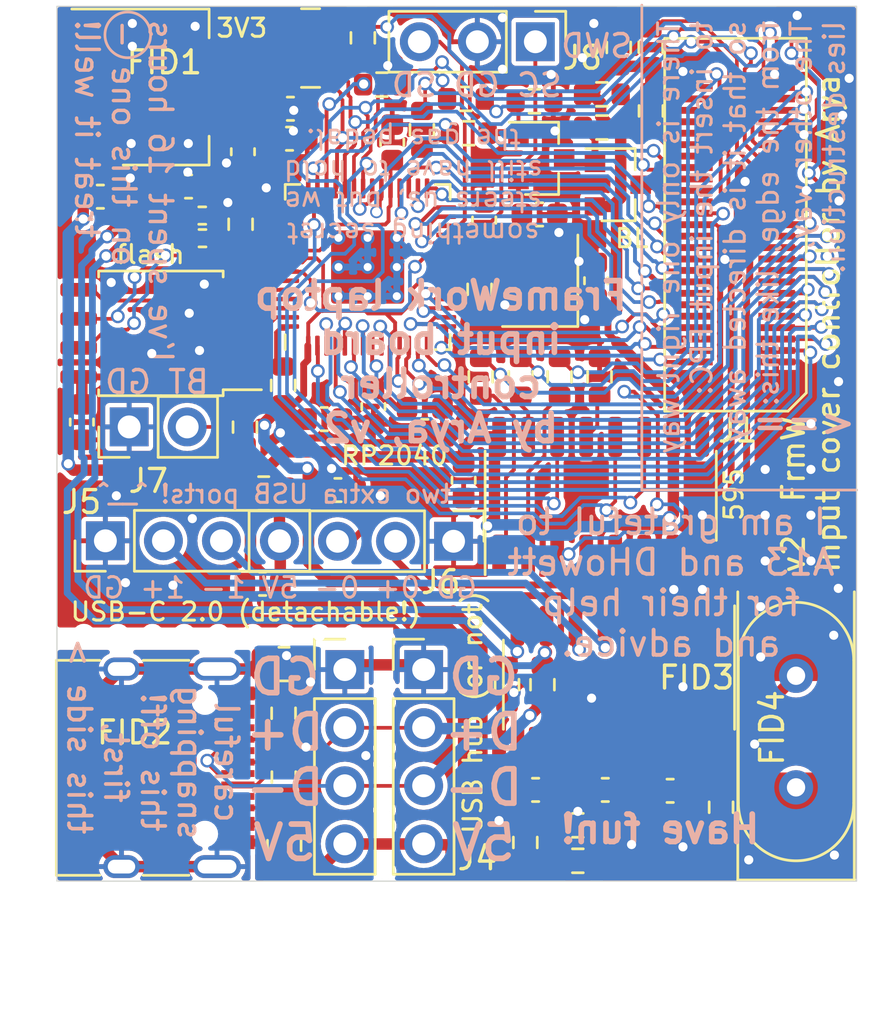
<source format=kicad_pcb>
(kicad_pcb (version 20221018) (generator pcbnew)
  (layers (0 "F.Cu" signal) (31 "B.Cu" signal) (34 "B.Paste" user) (35 "F.Paste" user) (36 "B.SilkS" user "B.Silkscreen") (37 "F.SilkS" user "F.Silkscreen") (38 "B.Mask" user) (39 "F.Mask" user) (44 "Edge.Cuts" user))
  (net 0 "")
  (net 1 "GND")
  (net 2 "/KSI0")
  (net 3 "/FPR_LED_COM_5V")
  (net 4 "/KSI1")
  (net 5 "/FPR_LED_G")
  (net 6 "/KSI2")
  (net 7 "/FPR_LED_W")
  (net 8 "/KSI3")
  (net 9 "/FPR_LED_R")
  (net 10 "/KSI4")
  (net 11 "/SWITCH")
  (net 12 "/KSI5")
  (net 13 "/FPR_CTRL")
  (net 14 "/KSI6")
  (net 15 "/KSI7")
  (net 16 "/KSO0")
  (net 17 "/KSO1")
  (net 18 "/KSO2")
  (net 19 "/KSO3")
  (net 20 "/TP_BOARD_ID")
  (net 21 "/KSO4")
  (net 22 "/TP_SDA")
  (net 23 "/KSO5")
  (net 24 "/TP_INT")
  (net 25 "/KSO6")
  (net 26 "/TP_SCL")
  (net 27 "/KSO7")
  (net 28 "/KSO8")
  (net 29 "/KSO9")
  (net 30 "/KSO10")
  (net 31 "/KSO11")
  (net 32 "/KSO12")
  (net 33 "/CAPS_N")
  (net 34 "/KSO13")
  (net 35 "/CAPS_P")
  (net 36 "/KSO14")
  (net 37 "/KSO15")
  (net 38 "/FPUSB_P")
  (net 39 "/FPUSB_N")
  (net 40 "/5V_FP")
  (net 41 "/5V_TP")
  (net 42 "/KBL_P_5V")
  (net 43 "+5V")
  (net 44 "+3V3")
  (net 45 "Net-(J5-Pin_4)")
  (net 46 "Net-(U4-XIN)")
  (net 48 "Net-(J2-VBUS-PadA4)")
  (net 49 "Net-(J2-CC1)")
  (net 51 "/UH_5V")
  (net 52 "/UH_3V3")
  (net 53 "/UH_1V8")
  (net 54 "+1V1")
  (net 55 "Net-(J2-CC2)")
  (net 56 "Net-(C20-Pad1)")
  (net 58 "Net-(J8-Pin_1)")
  (net 59 "Net-(J8-Pin_3)")
  (net 60 "/USBIN_N")
  (net 61 "/USBIN_P")
  (net 62 "Net-(Q1-B)")
  (net 63 "Net-(Q1-C)")
  (net 64 "/EUSB1_N")
  (net 65 "/EUSB1_P")
  (net 66 "/EUSB0_N")
  (net 67 "/EUSB0_P")
  (net 68 "/BOOT")
  (net 69 "Net-(U1-XIN)")
  (net 70 "Net-(U3-~{CS})")
  (net 71 "Net-(U4-XOUT)")
  (net 72 "Net-(U5-~{OE})")
  (net 73 "Net-(U4-USB_DP)")
  (net 74 "Net-(U4-USB_DM)")
  (net 75 "/595_DAT")
  (net 76 "/595_CLK")
  (net 77 "/595_LAT")
  (net 78 "/KBBL_CTL")
  (net 79 "Net-(U1-XOUT)")
  (net 80 "/FPR_LED_GP")
  (net 81 "/FPR_LED_WP")
  (net 82 "/FPR_LED_RP")
  (net 83 "/RPUSB_N")
  (net 84 "/RPUSB_P")
  (net 85 "Net-(U3-DO(IO1))")
  (net 86 "Net-(U3-IO2)")
  (net 87 "Net-(U3-DI(IO0))")
  (net 88 "Net-(U3-CLK)")
  (net 89 "Net-(U3-IO3)")
  (net 96 "/SHD")
  (footprint "Package_TO_SOT_SMD:SOT-223-3_TabPin2" (layer "F.Cu") (at 147.75 80.28)
    (fp_text reference "U2" hide)
    (fp_text value "AP1117-33")
  )
  (footprint "Package_SO:SOIC-8_5.23x5.23mm_P1.27mm" (layer "F.Cu") (at 147.55 91.05 180)
    (fp_text reference "U3" hide)
    (fp_text value "W25Q32JVSS")
  )
  (footprint "Capacitor_SMD:C_0603_1608Metric" (layer "F.Cu") (at 163.95 111.01 180)
    (fp_text reference "C1" hide)
    (fp_text value "100nF")
  )
  (footprint "Capacitor_SMD:C_0603_1608Metric" (layer "F.Cu") (at 167 111.01 180)
    (fp_text reference "C2" hide)
    (fp_text value "100nF")
  )
  (footprint "Capacitor_SMD:C_0603_1608Metric" (layer "F.Cu") (at 169.84 111.05)
    (fp_text reference "C3" hide)
    (fp_text value "100nF")
  )
  (footprint "Capacitor_SMD:C_0603_1608Metric" (layer "F.Cu") (at 161.7 86.1 90)
    (fp_text reference "C4" hide)
    (fp_text value "100nF")
  )
  (footprint "Capacitor_SMD:C_0603_1608Metric" (layer "F.Cu") (at 148.76 84.63 180)
    (fp_text reference "C5" hide)
    (fp_text value "100nF")
  )
  (footprint "Resistor_SMD:R_0603_1608Metric" (layer "F.Cu") (at 151.04 86.28 90)
    (fp_text reference "C6" hide)
    (fp_text value "100nF")
  )
  (footprint "Capacitor_SMD:C_0603_1608Metric" (layer "F.Cu") (at 156.85 94.25 -90)
    (fp_text reference "C7" hide)
    (fp_text value "100nF")
  )
  (footprint "Capacitor_SMD:C_0603_1608Metric" (layer "F.Cu") (at 151.14 83.11 -90)
    (fp_text reference "C8" hide)
    (fp_text value "100nF")
  )
  (footprint "Capacitor_SMD:C_0603_1608Metric" (layer "F.Cu") (at 155.3 97.9)
    (fp_text reference "C11" hide)
    (fp_text value "100nF")
  )
  (footprint "Capacitor_SMD:C_0603_1608Metric" (layer "F.Cu") (at 153.22 81.23)
    (fp_text reference "C12" hide)
    (fp_text value "1uF")
  )
  (footprint "Capacitor_SMD:C_0603_1608Metric" (layer "F.Cu") (at 153.18 82.54)
    (fp_text reference "C13" hide)
    (fp_text value "100nF")
  )
  (footprint "Capacitor_SMD:C_0603_1608Metric" (layer "F.Cu") (at 157.675 82.7 90)
    (fp_text reference "C15" hide)
    (fp_text value "100nF")
  )
  (footprint "Capacitor_SMD:C_0603_1608Metric" (layer "F.Cu") (at 144.9 85.075)
    (fp_text reference "C16" hide)
    (fp_text value "1uF")
  )
  (footprint "Capacitor_SMD:C_0603_1608Metric" (layer "F.Cu") (at 160.8 97.475 -90)
    (fp_text reference "C17" hide)
    (fp_text value "100nF")
  )
  (footprint "Capacitor_SMD:C_0603_1608Metric" (layer "F.Cu") (at 144.09 94.93 -90)
    (fp_text reference "C18" hide)
    (fp_text value "100nF")
  )
  (footprint "Capacitor_SMD:C_0603_1608Metric" (layer "F.Cu") (at 164.125 85.85)
    (fp_text reference "C19" hide)
    (fp_text value "18pF")
  )
  (footprint "Capacitor_SMD:C_0603_1608Metric" (layer "F.Cu") (at 166.6 88.75 90)
    (fp_text reference "C20" hide)
    (fp_text value "18pF")
  )
  (footprint "Connector_PinHeader_2.54mm:PinHeader_1x04_P2.54mm_Vertical" (layer "F.Cu") (at 155.6 105.75)
    (fp_text reference "J3" hide)
    (fp_text value "USBa")
  )
  (footprint "Connector_PinHeader_2.54mm:PinHeader_1x04_P2.54mm_Vertical" (layer "F.Cu") (at 145.12 100.12 90)
    (fp_text reference "J5")
    (fp_text value "USB1")
  )
  (footprint "Connector_PinHeader_2.54mm:PinHeader_1x04_P2.54mm_Vertical" (layer "F.Cu") (at 160.36 100.14 -90)
    (fp_text reference "J6")
    (fp_text value "USB0")
  )
  (footprint "Connector_PinHeader_2.54mm:PinHeader_1x02_P2.54mm_Vertical" (layer "F.Cu") (at 146.16 95.14 90)
    (fp_text reference "J7")
    (fp_text value "BOOT")
  )
  (footprint "Package_TO_SOT_SMD:SOT-23" (layer "F.Cu") (at 164.2 83.4)
    (fp_text reference "Q1" hide)
    (fp_text value "BC817")
  )
  (footprint "Package_TO_SOT_SMD:SOT-23" (layer "F.Cu") (at 167.55 84.55)
    (fp_text reference "Q2" hide)
    (fp_text value "CJ2305")
  )
  (footprint "Resistor_SMD:R_0603_1608Metric" (layer "F.Cu") (at 169 81.325 90)
    (fp_text reference "R4" hide)
    (fp_text value "0R")
  )
  (footprint "Resistor_SMD:R_0603_1608Metric" (layer "F.Cu") (at 162.7 106.41 -90)
    (fp_text reference "R5" hide)
    (fp_text value "0R")
  )
  (footprint "Resistor_SMD:R_0603_1608Metric" (layer "F.Cu") (at 164.25 106.41 -90)
    (fp_text reference "R6" hide)
    (fp_text value "0R")
  )
  (footprint "Resistor_SMD:R_0603_1608Metric" (layer "F.Cu") (at 168.99 78.54 90)
    (fp_text reference "R7" hide)
    (fp_text value "0R")
  )
  (footprint "Resistor_SMD:R_0603_1608Metric" (layer "F.Cu") (at 172.07 111.77 -90)
    (fp_text reference "R8" hide)
    (fp_text value "0R")
  )
  (footprint "Resistor_SMD:R_0603_1608Metric" (layer "F.Cu") (at 163.5 113.31 90)
    (fp_text reference "R9" hide)
    (fp_text value "0R")
  )
  (footprint "Resistor_SMD:R_0603_1608Metric" (layer "F.Cu") (at 165.8 112.56)
    (fp_text reference "R10" hide)
    (fp_text value "0R")
  )
  (footprint "Resistor_SMD:R_0603_1608Metric" (layer "F.Cu") (at 165.8 114.11)
    (fp_text reference "R11" hide)
    (fp_text value "0R")
  )
  (footprint "Resistor_SMD:R_0603_1608Metric" (layer "F.Cu") (at 151.23 95.15 90)
    (fp_text reference "R12" hide)
    (fp_text value "1K")
  )
  (footprint "Resistor_SMD:R_0603_1608Metric" (layer "F.Cu") (at 161.5 89.125 90)
    (fp_text reference "R14" hide)
    (fp_text value "1K")
  )
  (footprint "Resistor_SMD:R_0603_1608Metric" (layer "F.Cu") (at 156.39 78.13 90)
    (fp_text reference "R15" hide)
    (fp_text value "1K")
  )
  (footprint "Resistor_SMD:R_0603_1608Metric" (layer "F.Cu") (at 160.9 80.8)
    (fp_text reference "R16" hide)
    (fp_text value "1K")
  )
  (footprint "Resistor_SMD:R_0603_1608Metric" (layer "F.Cu") (at 157.225 80.175)
    (fp_text reference "R17" hide)
    (fp_text value "1K")
  )
  (footprint "Resistor_SMD:R_0603_1608Metric" (layer "F.Cu") (at 158.975 82.15 90)
    (fp_text reference "R18" hide)
    (fp_text value "1K")
  )
  (footprint "Resistor_SMD:R_0603_1608Metric" (layer "F.Cu") (at 166.75 92.95 -90)
    (fp_text reference "R19" hide)
    (fp_text value "5K1")
  )
  (footprint "Resistor_SMD:R_0603_1608Metric" (layer "F.Cu") (at 161.025 82.3)
    (fp_text reference "R20" hide)
    (fp_text value "1K")
  )
  (footprint "Resistor_SMD:R_0603_1608Metric" (layer "F.Cu") (at 163.9 80.9 180)
    (fp_text reference "R21" hide)
    (fp_text value "5K1")
  )
  (footprint "Resistor_SMD:R_0603_1608Metric" (layer "F.Cu") (at 166.85 82.05)
    (fp_text reference "R22" hide)
    (fp_text value "5K1")
  )
  (footprint "Resistor_SMD:R_0603_1608Metric" (layer "F.Cu") (at 166.85 80.6)
    (fp_text reference "R23" hide)
    (fp_text value "0R")
  )
  (footprint "Resistor_SMD:R_0603_1608Metric" (layer "F.Cu") (at 163.3 92.95 90)
    (fp_text reference "R25" hide)
    (fp_text value "1K")
  )
  (footprint "Resistor_SMD:R_0603_1608Metric" (layer "F.Cu") (at 161.55 92.95 90)
    (fp_text reference "R26" hide)
    (fp_text value "1K")
  )
  (footprint "Resistor_SMD:R_0603_1608Metric" (layer "F.Cu") (at 165 92.95 90)
    (fp_text reference "R27" hide)
    (fp_text value "1K")
  )
  (footprint "Resistor_SMD:R_Array_Concave_4x0603" (layer "F.Cu") (at 154.1 78.575)
    (fp_text reference "RN2" hide)
    (fp_text value "4.7K")
  )
  (footprint "Package_SO:SO-16_3.9x9.9mm_P1.27mm" (layer "F.Cu") (at 167.6 106.41 -90)
    (fp_text reference "U1" hide)
    (fp_text value "SL2.1A")
  )
  (footprint "Package_SO:SO-16_3.9x9.9mm_P1.27mm" (layer "F.Cu") (at 166.8 98.15 90)
    (fp_text reference "U5" hide)
    (fp_text value "74HC595")
  )
  (footprint "Crystal:Crystal_HC49-U_Vertical" (layer "F.Cu") (at 175.35 110.9 90)
    (fp_text reference "Y1" hide)
    (fp_text value "12MHz")
  )
  (footprint "Crystal:Crystal_SMD_3225-4Pin_3.2x2.5mm" (layer "F.Cu") (at 164.15 88.75 90)
    (fp_text reference "Y2" hide)
    (fp_text value "12MHz")
  )
  (footprint "Resistor_SMD:R_0402_1005Metric" (layer "F.Cu") (at 149.37 86.89)
    (fp_text reference "R28" hide)
    (fp_text value "22R")
  )
  (footprint "Resistor_SMD:R_0402_1005Metric" (layer "F.Cu") (at 149.36 85.9)
    (fp_text reference "R29" hide)
    (fp_text value "22R")
  )
  (footprint "framework_input_brkt:Amphenol_10156000" (layer "F.Cu") (at 172.7 86.3 90)
    (fp_text reference "J1")
    (fp_text value "mobo_input_conn")
  )
  (footprint "Connector_PinHeader_2.54mm:PinHeader_1x03_P2.54mm_Vertical" (layer "F.Cu") (at 163.94 78.3 -90)
    (fp_text reference "J8")
    (fp_text value "SWD")
  )
  (footprint "framework_input_brkt:RP2040-QFN-56" (layer "F.Cu") (at 156.6 88.15 90)
    (fp_text reference "U4" hide)
    (fp_text value "RP2040")
  )
  (footprint "Fiducial:Fiducial_1mm_Mask2mm" (layer "F.Cu") (at 146.4 110.5)
    (fp_text reference "FID2")
    (fp_text value "Fiducial")
  )
  (footprint "Fiducial:Fiducial_1mm_Mask2mm" (layer "F.Cu") (at 168.4 106.4)
    (fp_text reference "FID3")
    (fp_text value "Fiducial")
  )
  (footprint "Fiducial:Fiducial_1mm_Mask2mm" (layer "F.Cu") (at 176.6 108.4)
    (fp_text reference "FID4")
    (fp_text value "Fiducial")
  )
  (footprint "Fiducial:Fiducial_1mm_Mask2mm" (layer "F.Cu") (at 147.7 81.2)
    (fp_text reference "FID1")
    (fp_text value "Fiducial")
  )
  (footprint "Capacitor_SMD:C_0603_1608Metric" (layer "F.Cu") (at 159.1 94.3)
    (fp_text reference "C14" hide)
    (fp_text value "100nF")
  )
  (footprint "Resistor_SMD:R_0603_1608Metric" (layer "F.Cu") (at 167.59 78.55 90)
    (fp_text reference "R24" hide)
    (fp_text value "1K")
  )
  (footprint "Resistor_SMD:R_0603_1608Metric" (layer "F.Cu") (at 152.9 93.325 -90)
    (fp_text reference "R31" hide)
    (fp_text value "5K1")
  )
  (footprint "Capacitor_SMD:C_0603_1608Metric" (layer "F.Cu") (at 154.7 94.8)
    (fp_text reference "C10" hide)
    (fp_text value "100nF")
  )
  (footprint "Connector_PinHeader_2.54mm:PinHeader_1x04_P2.54mm_Vertical" (layer "F.Cu") (at 159.05 105.75)
    (fp_text reference "J4")
    (fp_text value "USBb")
  )
  (footprint "Capacitor_SMD:C_0603_1608Metric" (layer "F.Cu") (at 152 102 180)
    (fp_text reference "C9" hide)
    (fp_text value "100nF")
  )
  (footprint "Resistor_SMD:R_0805_2012Metric" (layer "F.Cu") (at 152.95 113.44 90)
    (fp_text reference "R2" hide)
    (fp_text value "0R")
  )
  (footprint "Resistor_SMD:R_0603_1608Metric" (layer "F.Cu") (at 152.92 107.66 -90)
    (fp_text reference "R3" hide)
    (fp_text value "5K1")
  )
  (footprint "Connector_USB:USB_C_Receptacle_HRO_TYPE-C-31-M-12" (layer "F.Cu") (at 146.875 110.045 -90)
    (fp_text reference "J2" hide)
    (fp_text value "USB_C_Receptacle_USB2.0")
  )
  (footprint "Resistor_SMD:R_0603_1608Metric" (layer "F.Cu") (at 152.93 110.45 -90)
    (fp_text reference "R1" hide)
    (fp_text value "5K1")
  )
  (footprint "Resistor_SMD:R_0805_2012Metric" (layer "F.Cu") (at 152.94 105.51 180)
    (fp_text reference "R30" hide)
    (fp_text value "FB")
  )
  (footprint "framework_input_brkt:mouse_2mm_1sig" (layer "F.Cu") (at 157.34 111.89 90)
    (fp_text reference "REF**" hide)
    (fp_text value "mouse_2sig_3mm")
  )
  (footprint "framework_input_brkt:mouse_2mm_1sig" (layer "F.Cu") (at 157.34 109.18 90)
    (fp_text reference "REF**" hide)
    (fp_text value "mouse_2sig_3mm")
  )
  (footprint "framework_input_brkt:mouse_2mm_1sig" (layer "F.Cu") (at 157.33 106.47 90)
    (fp_text reference "REF**" hide)
    (fp_text value "mouse_2sig_3mm")
  )
  (footprint "framework_input_brkt:mouse_2sig_3mm" (layer "F.Cu") (at 151.57 104.25 180)
    (fp_text reference "REF**" hide)
    (fp_text value "mouse_2sig_3mm")
  )
  (footprint "framework_input_brkt:mouse_2sig_3mm" (layer "F.Cu") (at 147.18 104.25 180)
    (fp_text reference "REF**" hide)
    (fp_text value "mouse_2sig_3mm")
  )
  (footprint "framework_input_brkt:mouse_2sig_3mm" (layer "F.Cu") (at 152.99 104.26)
    (fp_text reference "REF**" hide)
    (fp_text value "mouse_2sig_3mm")
  )
  (footprint "framework_input_brkt:mouse_2mm_1sig" (layer "F.Cu") (at 157.36 114.59 90)
    (fp_text reference "REF**" hide)
    (fp_text value "mouse_2sig_3mm")
  )
  (footprint "Resistor_SMD:R_0805_2012Metric" (layer "F.Cu") (at 152.05 98.05 180)
    (fp_text reference "R13" hide)
    (fp_text value "0R")
  )
  (footprint "Crystal:Crystal_SMD_HC49-SD" (layer "F.Cu") (at 175.35 108.25 90)
    (fp_text reference "Y3" hide)
    (fp_text value "12MHz")
  )
  (gr_line (start 168.6 97.9) (end 178 97.9) (stroke (width 0.12)) (layer "B.SilkS"))
  (gr_line (start 168.6 76.7) (end 168.6 97.9) (stroke (width 0.12)) (layer "B.SilkS"))
  (gr_circle (center 146.1 78) (end 146.7 78.8) (stroke (width 0.12)) (fill none) (layer "B.SilkS"))
  (gr_line (start 178 76.75) (end 143 76.75) (stroke (width 0.05)) (layer "Edge.Cuts"))
  (gr_line (start 143 115) (end 178 115) (stroke (width 0.05)) (layer "Edge.Cuts"))
  (gr_line (start 143 76.75) (end 143 115) (stroke (width 0.05)) (layer "Edge.Cuts"))
  (gr_line (start 178 115) (end 178 76.75) (stroke (width 0.05)) (layer "Edge.Cuts"))
  (gr_text "careful\nsnapping\nthis off!\nfirst,\n   this side >" (at 147.2 109.8 270) (layer "B.SilkS") (effects (font (size 1 1) (thickness 0.16)) (justify mirror)))
  (gr_text "something secret\nsteers us, but we\nstill have to hold\nthe gas pedal." (at 158.6 84.6 180) (layer "B.SilkS") (effects (font (size 0.85 0.85) (thickness 0.12))))
  (gr_text "FrameWork laptop\ninput board\ncontroller\nby Arya, v2" (at 159.8 92.3) (layer "B.SilkS") (effects (font (size 1.2 1.2) (thickness 0.25)) (justify mirror)))
  (gr_text "GD\nD+\nD-\n5V" (at 152.975 109.7) (layer "B.SilkS") (effects (font (size 1.5 1.5) (thickness 0.25)) (justify mirror)))
  (gr_text "BT GD" (at 147.375 93.175) (layer "B.SilkS") (effects (font (size 1 1)) (justify mirror)))
  (gr_text "Have fun!" (at 164.925 112.725) (layer "B.SilkS") (effects (font (size 1.2 1.2) (thickness 0.25)) (justify right mirror)))
  (gr_text "I am grateful to\nA13 and DHowett\nfor their help\nand advice." (at 169.875 101.95) (layer "B.SilkS") (effects (font (size 1.1 1.1) (thickness 0.17)) (justify mirror)))
  (gr_text "GD\nD+\nD-\n5V" (at 161.675 109.7) (layer "B.SilkS") (effects (font (size 1.5 1.5) (thickness 0.25)) (justify mirror)))
  (gr_text "There is only one right way\nto insert the input FPC:\nso that it is directed away\nfrom the edge, like this:\nThe other way,\nlies destruction." (at 173.4 77.3 90) (layer "B.SilkS") (effects (font (size 0.9 0.9) (thickness 0.13)) (justify left mirror)))
  (gr_text "==>" (at 175.7 95.1 180) (layer "B.SilkS") (effects (font (size 1.2 1.2) (thickness 0.2)) (justify mirror)))
  (gr_text "I've spent 16 hours\non this one -\ntreat it well!" (at 145.925 77.25 270) (layer "B.SilkS") (effects (font (size 1 1)) (justify right mirror)))
  (gr_text "two extra USB ports! ^__^" (at 152.525 98.075) (layer "B.SilkS") (effects (font (size 0.8 0.8) (thickness 0.13)) (justify mirror)))
  (gr_text "GD 0+ 0- 5V 1- 1+ GD " (at 152.425 102.175) (layer "B.SilkS") (effects (font (size 0.9 0.9) (thickness 0.13)) (justify mirror)))
  (gr_text "SWD" (at 166.624 78.486) (layer "B.SilkS") (effects (font (size 1 1)) (justify mirror)))
  (gr_text "SC GD SD" (at 161.375 80.2) (layer "B.SilkS") (effects (font (size 1 1)) (justify mirror)))
  (gr_text "RP2040" (at 155.36 96.4) (layer "F.SilkS") (effects (font (size 0.8 0.8) (thickness 0.13)) (justify left)))
  (gr_text "USB hub (or not)" (at 161.2 113 90) (layer "F.SilkS") (effects (font (size 0.8 0.8) (thickness 0.13)) (justify left)))
  (gr_text "595" (at 172.625 99.325 90) (layer "F.SilkS") (effects (font (size 0.8 0.8) (thickness 0.13)) (justify left)))
  (gr_text "flash" (at 145.525 87.6) (layer "F.SilkS") (effects (font (size 0.8 0.8) (thickness 0.13)) (justify left)))
  (gr_text "3V3" (at 149.9 77.7) (layer "F.SilkS") (effects (font (size 0.8 0.8) (thickness 0.13)) (justify left)))
  (gr_text "BL" (at 167.35 86.9) (layer "F.SilkS") (effects (font (size 0.8 0.8) (thickness 0.13)) (justify left)))
  (gr_text "USB-C 2.0 (detachable!)" (at 143.525 103.225) (layer "F.SilkS") (effects (font (size 0.8 0.8) (thickness 0.13)) (justify left)))
  (gr_text "v2  FrmW\ninput cover controller by Arya" (at 176 101.6 90) (layer "F.SilkS") (effects (font (size 0.95 0.95)) (justify left)))
  (segment (start 151.89999 113.51999) (end 153.57001 113.51999) (width 0.3) (layer "F.Cu") (net 1))
  (segment (start 174.5 84.3) (end 175.3 84.3) (width 0.17) (layer "F.Cu") (net 1))
  (segment (start 155.475 94.8) (end 156.625 94.8) (width 0.3) (layer "F.Cu") (net 1))
  (segment (start 172.235021 86.675021) (end 172.235021 87.393395) (width 0.16) (layer "F.Cu") (net 1))
  (segment (start 171.86 86.3) (end 172.235021 86.675021) (width 0.16) (layer "F.Cu") (net 1))
  (segment (start 155.605 105.755) (end 156.075 105.755) (width 0.5) (layer "F.Cu") (net 1))
  (segment (start 161.036528 90.60501) (end 161.83501 90.60501) (width 0.17) (layer "F.Cu") (net 1))
  (segment (start 161.4 79.502081) (end 161.4 78.3) (width 0.16) (layer "F.Cu") (net 1))
  (segment (start 160.76999 89.41364) (end 160.76999 90.338472) (width 0.17) (layer "F.Cu") (net 1))
  (segment (start 148.729471 83.998794) (end 148.098265 84.63) (width 0.16) (layer "F.Cu") (net 1))
  (segment (start 161.19499 81.52928) (end 161.070019 81.404309) (width 0.17) (layer "F.Cu") (net 1))
  (segment (start 175.3 84.3) (end 175.8 84.8) (width 0.17) (layer "F.Cu") (net 1))
  (segment (start 161.83501 90.60501) (end 161.956402 90.60501) (width 0.16) (layer "F.Cu") (net 1))
  (segment (start 150.014178 88.9) (end 150.259178 89.145) (width 0.5) (layer "F.Cu") (net 1))
  (segment (start 151.04 85.455) (end 150.605 85.455) (width 0.16) (layer "F.Cu") (net 1))
  (segment (start 151.14 83.885) (end 150.705 83.885) (width 0.16) (layer "F.Cu") (net 1))
  (segment (start 174.5 82.3) (end 175.639999 82.3) (width 0.17) (layer "F.Cu") (net 1))
  (segment (start 161.19499 85.29499) (end 161.19499 81.80501) (width 0.17) (layer "F.Cu") (net 1))
  (segment (start 174.5 84.8) (end 175.8 84.8) (width 0.17) (layer "F.Cu") (net 1))
  (segment (start 157.38002 79.51998) (end 157.358352 79.541648) (width 0.16) (layer "F.Cu") (net 1))
  (segment (start 175.3 85.3) (end 175.8 84.8) (width 0.17) (layer "F.Cu") (net 1))
  (segment (start 161.225 85.325) (end 161.19499 85.29499) (width 0.17) (layer "F.Cu") (net 1))
  (segment (start 150.705 83.885) (end 150.42 83.6) (width 0.16) (layer "F.Cu") (net 1))
  (segment (start 152.7 106.885) (end 152.92 106.665) (width 0.5) (layer "F.Cu") (net 1))
  (segment (start 174.5 80.3) (end 174.5 79.809139) (width 0.16) (layer "F.Cu") (net 1))
  (segment (start 165.6 87.65) (end 165.85 87.9) (width 0.17) (layer "F.Cu") (net 1))
  (segment (start 160.50635 89.15) (end 160.76999 89.41364) (width 0.17) (layer "F.Cu") (net 1))
  (segment (start 157.675 81.075) (end 157.38002 80.78002) (width 0.16) (layer "F.Cu") (net 1))
  (segment (start 161.956402 90.60501) (end 162.60415 89.957262) (width 0.16) (layer "F.Cu") (net 1))
  (segment (start 161.7 85.325) (end 161.225 85.325) (width 0.17) (layer "F.Cu") (net 1))
  (segment (start 156.512233 105.542233) (end 158.262233 105.542233) (width 0.5) (layer "F.Cu") (net 1))
  (segment (start 165 87.65) (end 165.6 87.65) (width 0.17) (layer "F.Cu") (net 1))
  (segment (start 151.765 113.385) (end 151.89999 113.51999) (width 0.3) (layer "F.Cu") (net 1))
  (segment (start 160.76999 90.338472) (end 161.036528 90.60501) (width 0.17) (layer "F.Cu") (net 1))
  (segment (start 157.38002 80.78002) (end 157.38002 79.51998) (width 0.16) (layer "F.Cu") (net 1))
  (segment (start 161.070019 79.832062) (end 161.4 79.502081) (width 0.16) (layer "F.Cu") (net 1))
  (segment (start 149.45 88.9) (end 150.014178 88.9) (width 0.5) (layer "F.Cu") (net 1))
  (segment (start 161.070019 81.404309) (end 161.070019 79.832062) (width 0.16) (layer "F.Cu") (net 1))
  (segment (start 148.098265 84.63) (end 147.985 84.63) (width 0.16) (layer "F.Cu") (net 1))
  (segment (start 156.512233 105.542233) (end 155.817767 105.542233) (width 0.5) (layer "F.Cu") (net 1))
  (segment (start 158.51 105.79) (end 159.05 105.79) (width 0.5) (layer "F.Cu") (net 1))
  (segment (start 174.5 79.809139) (end 174.411815 79.720954) (width 0.16) (layer "F.Cu") (net 1))
  (segment (start 156.075 105.755) (end 156.29 105.54) (width 0.5) (layer "F.Cu") (net 1))
  (segment (start 158.262233 105.542233) (end 158.51 105.79) (width 0.5) (layer "F.Cu") (net 1))
  (segment (start 157.38002 79.34498) (end 157.5 79.225) (width 0.16) (layer "F.Cu") (net 1))
  (segment (start 155.817767 105.542233) (end 155.605 105.755) (width 0.5) (layer "F.Cu") (net 1))
  (segment (start 156.29 105.54) (end 156.512233 105.542233) (width 0.3) (layer "F.Cu") (net 1))
  (segment (start 150.92 106.795) (end 152.7 106.795) (width 0.5) (layer "F.Cu") (net 1))
  (segment (start 165 87.65) (end 165 86.67) (width 0.16) (layer "F.Cu") (net 1))
  (segment (start 161.19499 81.80501) (end 161.19499 81.52928) (width 0.17) (layer "F.Cu") (net 1))
  (segment (start 145.675 85.075) (end 145.675 84.795) (width 0.16) (layer "F.Cu") (net 1))
  (segment (start 157.38002 79.51998) (end 157.38002 79.34498) (width 0.16) (layer "F.Cu") (net 1))
  (segment (start 170.9 86.3) (end 171.86 86.3) (width 0.16) (layer "F.Cu") (net 1))
  (segment (start 150.92 113.295) (end 151.765 113.295) (width 0.3) (layer "F.Cu") (net 1))
  (segment (start 156.625 94.8) (end 156.85 95.025) (width 0.3) (layer "F.Cu") (net 1))
  (segment (start 175.639999 82.3) (end 175.7 82.360001) (width 0.17) (layer "F.Cu") (net 1))
  (segment (start 157.675 81.925) (end 157.675 81.075) (width 0.16) (layer "F.Cu") (net 1))
  (segment (start 172.235021 87.393395) (end 172.235021 87.817659) (width 0.16) (layer "F.Cu") (net 1))
  (segment (start 162.60415 89.957262) (end 162.60415 89.803628) (width 0.16) (layer "F.Cu") (net 1))
  (segment (start 165 86.67) (end 164.97 86.64) (width 0.16) (layer "F.Cu") (net 1))
  (segment (start 160.0375 89.15) (end 160.50635 89.15) (width 0.17) (layer "F.Cu") (net 1))
  (segment (start 157.358352 79.541648) (end 157.380019 79.563315) (width 0.16) (layer "F.Cu") (net 1))
  (segment (start 150.605 85.455) (end 150.48 85.33) (width 0.16) (layer "F.Cu") (net 1))
  (segment (start 157.380019 79.563315) (end 157.380019 79.6) (width 0.16) (layer "F.Cu") (net 1))
  (segment (start 174.5 85.3) (end 175.3 85.3) (width 0.17) (layer "F.Cu") (net 1))
  (segment (start 150.259178 89.145) (end 151.15 89.145) (width 0.5) (layer "F.Cu") (net 1))
  (segment (start 145.675 84.795) (end 146.21 84.26) (width 0.16) (layer "F.Cu") (net 1))
  (via (at 176 97) (size 0.6) (drill 0.4) (layers "F.Cu" "B.Cu") (net 1))
  (via (at 149.45 88.9) (size 0.6) (drill 0.4) (layers "F.Cu" "B.Cu") (net 1))
  (via (at 153.35 82.2) (size 0.6) (drill 0.4) (layers "F.Cu" "B.Cu") (net 1))
  (via (at 172.235021 87.817659) (size 0.6) (drill 0.4) (layers "F.Cu" "B.Cu") (net 1))
  (via (at 150.42 83.6) (size 0.6) (drill 0.4) (layers "F.Cu" "B.Cu") (net 1))
  (via (at 148.925 99.15) (size 0.6) (drill 0.4) (layers "F.Cu" "B.Cu") (net 1))
  (via (at 146.25 82.75) (size 0.6) (drill 0.4) (layers "F.Cu" "B.Cu") (net 1))
  (via (at 162.5 77.25) (size 0.6) (drill 0.4) (layers "F.Cu" "B.Cu") (net 1))
  (via (at 148.75 82.75) (size 0.6) (drill 0.4) (layers "F.Cu" "B.Cu") (net 1))
  (via (at 170.4 79.6) (size 0.6) (drill 0.4) (layers "F.Cu" "B.Cu") (net 1))
  (via (at 177.6755 79.9) (size 0.6) (drill 0.4) (layers "F.Cu" "B.Cu") (net 1))
  (via (at 173.12 84.41) (size 0.6) (drill 0.4) (layers "F.Cu" "B.Cu") (net 1))
  (via (at 177.03 113.86) (size 0.6) (drill 0.4) (layers "F.Cu" "B.Cu") (net 1))
  (via (at 157.15 98.15) (size 0.6) (drill 0.4) (layers "F.Cu" "B.Cu") (net 1))
  (via (at 149.05 77.625) (size 0.6) (drill 0.4) (layers "F.Cu" "B.Cu") (net 1))
  (via (at 164.97 86.64) (size 0.6) (drill 0.4) (layers "F.Cu" "B.Cu") (net 1))
  (via (at 146.3 77.5) (size 0.6) (drill 0.4) (layers "F.Cu" "B.Cu") (net 1))
  (via (at 162.60415 89.803628) (size 0.6) (drill 0.4) (layers "F.Cu" "B.Cu") (net 1))
  (via (at 165.8 111.95) (size 0.6) (drill 0.4) (layers "F.Cu" "B.Cu") (net 1))
  (via (at 154.1 106.29) (size 0.6) (drill 0.4) (layers "F.Cu" "B.Cu") (net 1))
  (via (at 145.375 88.825) (size 0.6) (drill 0.4) (layers "F.Cu" "B.Cu") (net 1))
  (via (at 177.21 93.16) (size 0.6) (drill 0.4) (layers "F.Cu" "B.Cu") (net 1))
  (via (at 164.63 79.73) (size 0.6) (drill 0.4) (layers "F.Cu" "B.Cu") (net 1))
  (via (at 148.08 102.06) (size 0.6) (drill 0.4) (layers "F.Cu" "B.Cu") (net 1))
  (via (at 173.54 109.01) (size 0.6) (drill 0.4) (layers "F.Cu" "B.Cu") (net 1))
  (via (at 177.23 85.26) (size 0.6) (drill 0.4) (layers "F.Cu" "B.Cu") (net 1))
  (via (at 171.25 99) (size 0.6) (drill 0.4) (layers "F.Cu" "B.Cu") (net 1))
  (via (at 170.4 113.5) (size 0.6) (drill 0.4) (layers "F.Cu" "B.Cu") (net 1))
  (via (at 166.4 107) (size 0.6) (drill 0.4) (layers "F.Cu" "B.Cu") (net 1))
  (via (at 176 99) (size 0.6) (drill 0.4) (layers "F.Cu" "B.Cu") (net 1))
  (via (at 174 101) (size 0.6) (drill 0.4) (layers "F.Cu" "B.Cu") (net 1))
  (via (at 147.15 91.93) (size 0.6) (drill 0.4) (layers "F.Cu" "B.Cu") (net 1))
  (via (at 146.21 84.26) (size 0.6) (drill 0.4) (layers "F.Cu" "B.Cu") (net 1))
  (via (at 156.52 109.51) (size 0.6) (drill 0.4) (layers "F.Cu" "B.Cu") (net 1))
  (via (at 166.1 90.45) (size 0.6) (drill 0.4) (layers "F.Cu" "B.Cu") (net 1))
  (via (at 165.85 87.9) (size 0.6) (drill 0.4) (layers "F.Cu" "B.Cu") (net 1))
  (via (at 148.79 90.17) (size 0.6) (drill 0.4) (layers "F.Cu" "B.Cu") (net 1))
  (via (at 150.48 85.33) (size 0.6) (drill 0.4) (layers "F.Cu" "B.Cu") (net 1))
  (via (at 157.478483 79.342437) (size 0.6) (drill 0.4) (layers "F.Cu" "B.Cu") (net 1))
  (via (at 173.28 114.07) (size 0.6) (drill 0.4) (layers "F.Cu" "B.Cu") (net 1))
  (via (at 171.25 102.25) (size 0.6) (drill 0.4) (layers "F.Cu" "B.Cu") (net 1))
  (via (at 177.2 102.2) (size 0.6) (drill 0.4) (layers "F.Cu" "B.Cu") (net 1))
  (via (at 153.05 105.14) (size 0.6) (drill 0.4) (layers "F.Cu" "B.Cu") (net 1))
  (via (at 146.3 78.5) (size 0.6) (drill 0.4) (layers "F.Cu" "B.Cu") (net 1))
  (via (at 175.8 84.8) (size 0.6) (drill 0.4) (layers "F.Cu" "B.Cu") (net 1))
  (via (at 166 79) (size 0.6) (drill 0.4) (layers "F.Cu" "B.Cu") (net 1))
  (via (at 162.5 79.5) (size 0.6) (drill 0.4) (layers "F.Cu" "B.Cu") (net 1))
  (via (at 176 95) (size 0.6) (drill 0.4) (layers "F.Cu" "B.Cu") (net 1))
  (via (at 174.411815 79.720954) (size 0.6) (drill 0.4) (layers "F.Cu" "B.Cu") (net 1))
  (via (at 146 101.95) (size 0.6) (drill 0.4) (layers "F.Cu" "B.Cu") (net 1))
  (via (at 175.7 82.360001) (size 0.6) (drill 0.4) (layers "F.Cu" "B.Cu") (net 1))
  (via (at 164.8 82.2) (size 0.6) (drill 0.4) (layers "F.Cu" "B.Cu") (net 1))
  (via (at 162.35 112.35) (size 0.6) (drill 0.4) (layers "F.Cu" "B.Cu") (net 1))
  (via (at 174 97) (size 0.6) (drill 0.4) (layers "F.Cu" "B.Cu") (net 1))
  (via (at 153.9 109.14) (size 0.6) (drill 0.4) (layers "F.Cu" "B.Cu") (net 1))
  (via (at 155.02 96.96) (size 0.6) (drill 0.4) (layers "F.Cu" "B.Cu") (net 1))
  (via (at 149.24 91.8) (size 0.6) (drill 0.4) (layers "F.Cu" "B.Cu") (net 1))
  (via (at 176 101) (size 0.6) (drill 0.4) (layers "F.Cu" "B.Cu") (net 1))
  (via (at 170.4 106.5) (size 0.6) (drill 0.4) (layers "F.Cu" "B.Cu") (net 1))
  (via (at 152.161762 84.688238) (size 0.6) (drill 0.4) (layers "F.Cu" "B.Cu") (net 1))
  (via (at 177.39 81.52) (size 0.6) (drill 0.4) (layers "F.Cu" "B.Cu") (net 1))
  (via (at 173.8 105.2) (size 0.6) (drill 0.4) (layers "F.Cu" "B.Cu") (net 1))
  (via (at 175.4 77.15) (size 0.6) (drill 0.4) (layers "F.Cu" "B.Cu") (net 1))
  (via (at 152.78 95.4) (size 0.6) (drill 0.4) (layers "F.Cu" "B.Cu") (net 1))
  (via (at 174 99) (size 0.6) (drill 0.4) (layers "F.Cu" "B.Cu") (net 1))
  (via (at 170 102.25) (size 0.6) (drill 0.4) (layers "F.Cu" "B.Cu") (net 1))
  (via (at 148.729471 83.998794) (size 0.6) (drill 0.4) (layers "F.Cu" "B.Cu") (net 1))
  (via (at 166.5 77.5) (size 0.6) (drill 0.4) (layers "F.Cu" "B.Cu") (net 1))
  (via (at 145.6 98.15) (size 0.6) (drill 0.4) (layers "F.Cu" "B.Cu") (net 1))
  (via (at 177 104.25) (size 0.6) (drill 0.4) (layers "F.Cu" "B.Cu") (net 1))
  (via (at 173.8 103) (size 0.6) (drill 0.4) (layers "F.Cu" "B.Cu") (net 1))
  (via (at 168.15 113.4) (size 0.6) (drill 0.4) (layers "F.Cu" "B.Cu") (net 1))
  (via (at 153.3645 81.3) (size 0.6) (drill 0.4) (layers "F.Cu" "B.Cu") (net 1))
  (segment (start 154.66 85.33) (end 154.66 85.15) (width 0.17) (layer "B.Cu") (net 1))
  (segment (start 162.104999 76.854999) (end 156.595001 76.854999) (width 0.16) (layer "B.Cu") (net 1))
  (segment (start 159.44 87.64) (end 159.45 87.63) (width 0.16) (layer "B.Cu") (net 1))
  (segment (start 155.085 86.875) (end 154.76 87.2) (width 0.3) (layer "B.Cu") (net 1))
  (segment (start 155.025 86.575) (end 155.025 85.695) (width 0.17) (layer "B.Cu") (net 1))
  (segment (start 155.325 86.875) (end 155.085 86.875) (width 0.3) (layer "B.Cu") (net 1))
  (segment (start 158.49 87.49) (end 158.585178 87.585178) (width 0.16) (layer "B.Cu") (net 1))
  (segment (start 157.875 86.875) (end 158.49 87.49) (width 0.16) (layer "B.Cu") (net 1))
  (segment (start 158.985178 87.585178) (end 159.04 87.64) (width 0.16) (layer "B.Cu") (net 1))
  (segment (start 158.585178 87.585178) (end 158.985178 87.585178) (width 0.16) (layer "B.Cu") (net 1))
  (segment (start 155.325 86.875) (end 154.972077 86.522077) (width 0.3) (layer "B.Cu") (net 1))
  (segment (start 155.325 88.15) (end 156.6 88.15) (width 0.3) (layer "B.Cu") (net 1))
  (segment (start 156.595001 76.854999) (end 156.4 77.05) (width 0.16) (layer "B.Cu") (net 1))
  (segment (start 156.6 89.425) (end 157.875 89.425) (width 0.3) (layer "B.Cu") (net 1))
  (segment (start 157.875 88.15) (end 157.875 86.875) (width 0.3) (layer "B.Cu") (net 1))
  (segment (start 159.04 87.64) (end 159.44 87.64) (width 0.16) (layer "B.Cu") (net 1))
  (segment (start 156.6 88.15) (end 156.6 86.875) (width 0.3) (layer "B.Cu") (net 1))
  (segment (start 155.025 85.695) (end 154.66 85.33) (width 0.17) (layer "B.Cu") (net 1))
  (segment (start 157.875 89.425) (end 157.875 88.15) (width 0.3) (layer "B.Cu") (net 1))
  (segment (start 162.5 77.25) (end 162.104999 76.854999) (width 0.16) (layer "B.Cu") (net 1))
  (segment (start 154.972077 86.522077) (end 154.972077 85.87) (width 0.3) (layer "B.Cu") (net 1))
  (segment (start 155.325 89.425) (end 156.6 89.425) (width 0.3) (layer "B.Cu") (net 1))
  (segment (start 155.325 86.875) (end 155.025 86.575) (width 0.17) (layer "B.Cu") (net 1))
  (segment (start 160.0375 91.4625) (end 159.822452 91.677548) (width 0.17) (layer "F.Cu") (net 2))
  (segment (start 160.0375 90.75) (end 160.0375 91.4625) (width 0.17) (layer "F.Cu") (net 2))
  (segment (start 170.9 92.3) (end 169.50499 92.3) (width 0.17) (layer "F.Cu") (net 2))
  (segment (start 169.50499 92.3) (end 169.4 92.19501) (width 0.17) (layer "F.Cu") (net 2))
  (via (at 169.4 92.19501) (size 0.6) (drill 0.4) (layers "F.Cu" "B.Cu") (net 2))
  (via (at 159.822452 91.677548) (size 0.6) (drill 0.4) (layers "F.Cu" "B.Cu") (net 2))
  (segment (start 160.343964 92.024817) (end 159.996695 91.677548) (width 0.17) (layer "B.Cu") (net 2))
  (segment (start 168.690913 92.19501) (end 168.52072 92.024817) (width 0.17) (layer "B.Cu") (net 2))
  (segment (start 167.142892 92.024817) (end 160.343964 92.024817) (width 0.17) (layer "B.Cu") (net 2))
  (segment (start 169.4 92.19501) (end 168.690913 92.19501) (width 0.17) (layer "B.Cu") (net 2))
  (segment (start 159.996695 91.677548) (end 159.822452 91.677548) (width 0.17) (layer "B.Cu") (net 2))
  (segment (start 168.52072 92.024817) (end 167.142892 92.024817) (width 0.17) (layer "B.Cu") (net 2))
  (segment (start 169.975 80.8) (end 170.9 80.8) (width 0.17) (layer "F.Cu") (net 3))
  (segment (start 167.675 80.6) (end 167.725 80.6) (width 0.17) (layer "F.Cu") (net 3))
  (segment (start 169.5 81.3) (end 169.975 80.825) (width 0.17) (layer "F.Cu") (net 3))
  (segment (start 167.725 80.6) (end 168.425 81.3) (width 0.17) (layer "F.Cu") (net 3))
  (segment (start 168.425 81.3) (end 169.5 81.3) (width 0.17) (layer "F.Cu") (net 3))
  (segment (start 169.975 80.825) (end 169.975 80.8) (width 0.17) (layer "F.Cu") (net 3))
  (segment (start 154.419784 91.607284) (end 154.4 91.5875) (width 0.17) (layer "F.Cu") (net 4))
  (segment (start 175.888521 91.8) (end 175.975133 91.886612) (width 0.17) (layer "F.Cu") (net 4))
  (segment (start 154.419784 92.7) (end 154.419784 91.607284) (width 0.17) (layer "F.Cu") (net 4))
  (segment (start 174.5 91.8) (end 175.888521 91.8) (width 0.17) (layer "F.Cu") (net 4))
  (via (at 175.975133 91.886612) (size 0.6) (drill 0.4) (layers "F.Cu" "B.Cu") (net 4))
  (via (at 154.419784 92.7) (size 0.6) (drill 0.4) (layers "F.Cu" "B.Cu") (net 4))
  (segment (start 175.975133 92.310876) (end 175.975133 91.886612) (width 0.17) (layer "B.Cu") (net 4))
  (segment (start 160.125098 97.89498) (end 158.669327 96.439209) (width 0.16) (layer "B.Cu") (net 4))
  (segment (start 158.669327 96.439209) (end 157.113039 96.439209) (width 0.16) (layer "B.Cu") (net 4))
  (segment (start 155.500229 94.826399) (end 155.212747 94.826399) (width 0.16) (layer "B.Cu") (net 4))
  (segment (start 175.975133 93.814195) (end 175.975133 92.310876) (width 0.17) (layer "B.Cu") (net 4))
  (segment (start 157.113039 96.439209) (end 155.500229 94.826399) (width 0.16) (layer "B.Cu") (net 4))
  (segment (start 160.47498 97.89498) (end 160.125098 97.89498) (width 0.16) (layer "B.Cu") (net 4))
  (segment (start 160.47498 97.89498) (end 171.894348 97.89498) (width 0.17) (layer "B.Cu") (net 4))
  (segment (start 154.419784 92.7) (end 154.419784 94.033436) (width 0.17) (layer "B.Cu") (net 4))
  (segment (start 155.212747 94.826399) (end 154.419784 94.033436) (width 0.16) (layer "B.Cu") (net 4))
  (segment (start 171.894348 97.89498) (end 175.975133 93.814195) (width 0.17) (layer "B.Cu") (net 4))
  (segment (start 175.795507 80.485944) (end 175.57645 80.705001) (width 0.17) (layer "F.Cu") (net 5))
  (segment (start 163.3 92.125) (end 163.424979 92.125) (width 0.17) (layer "F.Cu") (net 5))
  (segment (start 174.594999 80.705001) (end 174.5 80.8) (width 0.17) (layer "F.Cu") (net 5))
  (segment (start 175.57645 80.705001) (end 174.594999 80.705001) (width 0.17) (layer "F.Cu") (net 5))
  (segment (start 163.424979 92.125) (end 164.05 92.750021) (width 0.17) (layer "F.Cu") (net 5))
  (via (at 175.795507 80.485944) (size 0.6) (drill 0.4) (layers "F.Cu" "B.Cu") (net 5))
  (via (at 164.05 92.750021) (size 0.6) (drill 0.4) (layers "F.Cu" "B.Cu") (net 5))
  (segment (start 169.762443 93.134826) (end 170.98 91.917269) (width 0.17) (layer "B.Cu") (net 5))
  (segment (start 164.05 92.750021) (end 164.605 93.305021) (width 0.17) (layer "B.Cu") (net 5))
  (segment (start 168.669033 93.134826) (end 169.762443 93.134826) (width 0.17) (layer "B.Cu") (net 5))
  (segment (start 166.82438 93.305021) (end 167.424565 92.704836) (width 0.17) (layer "B.Cu") (net 5))
  (segment (start 168.239044 92.704837) (end 168.669033 93.134826) (width 0.17) (layer "B.Cu") (net 5))
  (segment (start 170.98 84.877187) (end 175.371243 80.485944) (width 0.17) (layer "B.Cu") (net 5))
  (segment (start 175.371243 80.485944) (end 175.795507 80.485944) (width 0.17) (layer "B.Cu") (net 5))
  (segment (start 167.424565 92.704836) (end 168.239044 92.704837) (width 0.17) (layer "B.Cu") (net 5))
  (segment (start 170.98 91.917269) (end 170.98 84.877187) (width 0.17) (layer "B.Cu") (net 5))
  (segment (start 164.605 93.305021) (end 166.82438 93.305021) (width 0.17) (layer "B.Cu") (net 5))
  (segment (start 168.859856 91.640009) (end 168.731052 91.511205) (width 0.17) (layer "F.Cu") (net 6))
  (segment (start 169.93 91.8) (end 169.770009 91.640009) (width 0.17) (layer "F.Cu") (net 6))
  (segment (start 170.9 91.8) (end 169.93 91.8) (width 0.17) (layer "F.Cu") (net 6))
  (segment (start 159.003427 90.646573) (end 159.253427 90.646573) (width 0.17) (layer "F.Cu") (net 6))
  (segment (start 159.003427 90.646573) (end 158.995534 90.63868) (width 0.17) (layer "F.Cu") (net 6))
  (segment (start 169.770009 91.640009) (end 168.859856 91.640009) (width 0.17) (layer "F.Cu") (net 6))
  (segment (start 159.55 90.35) (end 160.0375 90.35) (width 0.17) (layer "F.Cu") (net 6))
  (segment (start 159.253427 90.646573) (end 159.55 90.35) (width 0.17) (layer "F.Cu") (net 6))
  (segment (start 158.995534 90.63868) (end 158.479977 90.63868) (width 0.17) (layer "F.Cu") (net 6))
  (via (at 168.731052 91.511205) (size 0.6) (drill 0.4) (layers "F.Cu" "B.Cu") (net 6))
  (via (at 158.479977 90.63868) (size 0.6) (drill 0.4) (layers "F.Cu" "B.Cu") (net 6))
  (segment (start 159.534881 90.646573) (end 159.612881 90.646573) (width 0.17) (layer "B.Cu") (net 6))
  (segment (start 158.479977 90.63868) (end 159.526988 90.63868) (width 0.17) (layer "B.Cu") (net 6))
  (segment (start 160.651115 91.684807) (end 168.133185 91.684807) (width 0.17) (layer "B.Cu") (net 6))
  (segment (start 159.526988 90.63868) (end 159.534881 90.646573) (width 0.17) (layer "B.Cu") (net 6))
  (segment (start 159.534881 90.646573) (end 158.649843 90.646573) (width 0.17) (layer "B.Cu") (net 6))
  (segment (start 168.133185 91.684807) (end 168.306788 91.511205) (width 0.17) (layer "B.Cu") (net 6))
  (segment (start 168.306788 91.511205) (end 168.731052 91.511205) (width 0.17) (layer "B.Cu") (net 6))
  (segment (start 159.612881 90.646573) (end 160.651115 91.684807) (width 0.17) (layer "B.Cu") (net 6))
  (segment (start 172 79.842057) (end 171.87049 79.712547) (width 0.17) (layer "F.Cu") (net 7))
  (segment (start 172 81.17) (end 171.87 81.3) (width 0.17) (layer "F.Cu") (net 7))
  (segment (start 171.87 81.3) (end 170.9 81.3) (width 0.17) (layer "F.Cu") (net 7))
  (segment (start 165.8 92.750021) (end 165.625021 92.750021) (width 0.17) (layer "F.Cu") (net 7))
  (segment (start 165.625021 92.750021) (end 165 92.125) (width 0.17) (layer "F.Cu") (net 7))
  (segment (start 172 81.17) (end 172 79.842057) (width 0.17) (layer "F.Cu") (net 7))
  (via (at 165.8 92.750021) (size 0.6) (drill 0.4) (layers "F.Cu" "B.Cu") (net 7))
  (via (at 171.87049 79.712547) (size 0.6) (drill 0.4) (layers "F.Cu" "B.Cu") (net 7))
  (segment (start 166.898532 92.750021) (end 167.283729 92.364826) (width 0.17) (layer "B.Cu") (net 7))
  (segment (start 171.87049 79.712547) (end 171.87049 79.95951) (width 0.16) (layer "B.Cu") (net 7))
  (segment (start 168.379882 92.364827) (end 168.765076 92.750021) (width 0.17) (layer "B.Cu") (net 7))
  (segment (start 169.6664 92.750021) (end 170.62 91.796421) (width 0.17) (layer "B.Cu") (net 7))
  (segment (start 170.62 91.796421) (end 170.62 82.58) (width 0.17) (layer "B.Cu") (net 7))
  (segment (start 170.62 81.21) (end 170.62 82.58) (width 0.16) (layer "B.Cu") (net 7))
  (segment (start 165.8 92.750021) (end 166.898532 92.750021) (width 0.17) (layer "B.Cu") (net 7))
  (segment (start 171.87049 79.95951) (end 170.62 81.21) (width 0.16) (layer "B.Cu") (net 7))
  (segment (start 167.283729 92.364826) (end 168.379882 92.364827) (width 0.17) (layer "B.Cu") (net 7))
  (segment (start 168.765076 92.750021) (end 169.6664 92.750021) (width 0.17) (layer "B.Cu") (net 7))
  (segment (start 154.8 91.5875) (end 154.8 90.659757) (width 0.17) (layer "F.Cu") (net 8))
  (segment (start 176.386869 91.513444) (end 176.648678 91.513444) (width 0.17) (layer "F.Cu") (net 8))
  (segment (start 174.5 91.3) (end 176.173425 91.3) (width 0.17) (layer "F.Cu") (net 8))
  (segment (start 154.8 90.659757) (end 154.784413 90.64417) (width 0.17) (layer "F.Cu") (net 8))
  (segment (start 176.173425 91.3) (end 176.386869 91.513444) (width 0.17) (layer "F.Cu") (net 8))
  (via (at 176.648678 91.513444) (size 0.6) (drill 0.4) (layers "F.Cu" "B.Cu") (net 8))
  (via (at 154.784413 90.64417) (size 0.6) (drill 0.4) (layers "F.Cu" "B.Cu") (net 8))
  (segment (start 160.595031 97.554969) (end 160.251793 97.554969) (width 0.16) (layer "B.Cu") (net 8))
  (segment (start 154.974784 91.258805) (end 154.974784 93.201404) (width 0.17) (layer "B.Cu") (net 8))
  (segment (start 154.784413 91.068434) (end 154.974784 91.258805) (width 0.17) (layer "B.Cu") (net 8))
  (segment (start 154.829948 93.962752) (end 154.91 93.98) (width 0.17) (layer "B.Cu") (net 8))
  (segment (start 157.249734 96.109198) (end 155.303179 94.162643) (width 0.16) (layer "B.Cu") (net 8))
  (segment (start 154.974784 93.201404) (end 154.829948 93.34624) (width 0.17) (layer "B.Cu") (net 8))
  (segment (start 176.386869 91.513444) (end 176.648678 91.513444) (width 0.17) (layer "B.Cu") (net 8))
  (segment (start 160.595031 97.554969) (end 171.619065 97.554969) (width 0.17) (layer "B.Cu") (net 8))
  (segment (start 175.433605 91.195) (end 176.068425 91.195) (width 0.17) (layer "B.Cu") (net 8))
  (segment (start 160.251793 97.554969) (end 158.806022 96.109198) (width 0.16) (layer "B.Cu") (net 8))
  (segment (start 176.068425 91.195) (end 176.386869 91.513444) (width 0.17) (layer "B.Cu") (net 8))
  (segment (start 154.784413 90.64417) (end 154.784413 91.068434) (width 0.17) (layer "B.Cu") (net 8))
  (segment (start 175.420132 91.208473) (end 175.433605 91.195) (width 0.17) (layer "B.Cu") (net 8))
  (segment (start 158.806022 96.109198) (end 157.249734 96.109198) (width 0.16) (layer "B.Cu") (net 8))
  (segment (start 155.092643 94.162643) (end 154.91 93.98) (width 0.16) (layer "B.Cu") (net 8))
  (segment (start 171.619065 97.554969) (end 175.420132 93.753902) (width 0.17) (layer "B.Cu") (net 8))
  (segment (start 154.829948 93.34624) (end 154.829948 93.962752) (width 0.17) (layer "B.Cu") (net 8))
  (segment (start 175.420132 93.753902) (end 175.420132 91.208473) (width 0.17) (layer "B.Cu") (net 8))
  (segment (start 155.303179 94.162643) (end 155.092643 94.162643) (width 0.16) (layer "B.Cu") (net 8))
  (segment (start 161.675 92.125) (end 162.4 92.85) (width 0.17) (layer "F.Cu") (net 9))
  (segment (start 174.55 81.25) (end 174.5 81.3) (width 0.17) (layer "F.Cu") (net 9))
  (segment (start 175.7 81.25) (end 174.55 81.25) (width 0.17) (layer "F.Cu") (net 9))
  (segment (start 161.55 92.125) (end 161.675 92.125) (width 0.17) (layer "F.Cu") (net 9))
  (via (at 162.4 92.85) (size 0.6) (drill 0.4) (layers "F.Cu" "B.Cu") (net 9))
  (via (at 175.7 81.25) (size 0.6) (drill 0.4) (layers "F.Cu" "B.Cu") (net 9))
  (segment (start 171.34 85.185736) (end 175.275736 81.25) (width 0.17) (layer "B.Cu") (net 9))
  (segment (start 169.90328 93.474837) (end 171.34 92.038117) (width 0.17) (layer "B.Cu") (net 9))
  (segment (start 162.4 92.85) (end 163.195032 93.645032) (width 0.17) (layer "B.Cu") (net 9))
  (segment (start 163.195032 93.645032) (end 166.965217 93.645032) (width 0.17) (layer "B.Cu") (net 9))
  (segment (start 175.275736 81.25) (end 175.7 81.25) (width 0.17) (layer "B.Cu") (net 9))
  (segment (start 168.078192 93.044847) (end 168.508182 93.474837) (width 0.17) (layer "B.Cu") (net 9))
  (segment (start 167.565402 93.044847) (end 168.078192 93.044847) (width 0.17) (layer "B.Cu") (net 9))
  (segment (start 168.508182 93.474837) (end 169.90328 93.474837) (width 0.17) (layer "B.Cu") (net 9))
  (segment (start 171.34 92.038117) (end 171.34 85.185736) (width 0.17) (layer "B.Cu") (net 9))
  (segment (start 166.965217 93.645032) (end 167.565402 93.044847) (width 0.17) (layer "B.Cu") (net 9))
  (segment (start 169.317027 91.3) (end 168.791445 90.774418) (width 0.17) (layer "F.Cu") (net 10))
  (segment (start 170.9 91.3) (end 169.317027 91.3) (width 0.17) (layer "F.Cu") (net 10))
  (segment (start 159.15 89.95) (end 159 90.1) (width 0.17) (layer "F.Cu") (net 10))
  (segment (start 168.791445 90.774418) (end 168.507304 90.774418) (width 0.17) (layer "F.Cu") (net 10))
  (segment (start 160.0375 89.95) (end 159.15 89.95) (width 0.17) (layer "F.Cu") (net 10))
  (via (at 159.03999 90.07512) (size 0.6) (drill 0.4) (layers "F.Cu" "B.Cu") (net 10))
  (via (at 168.507304 90.774418) (size 0.6) (drill 0.4) (layers "F.Cu" "B.Cu") (net 10))
  (segment (start 160.791949 91.344796) (end 167.936926 91.344796) (width 0.17) (layer "B.Cu") (net 10))
  (segment (start 168.207305 91.074417) (end 168.507304 90.774418) (width 0.17) (layer "B.Cu") (net 10))
  (segment (start 159.476224 90.1) (end 159.690304 90.314081) (width 0.17) (layer "B.Cu") (net 10))
  (segment (start 159.690304 90.314081) (end 159.761235 90.314081) (width 0.17) (layer "B.Cu") (net 10))
  (segment (start 159 90.1) (end 159.476224 90.1) (width 0.17) (layer "B.Cu") (net 10))
  (segment (start 167.936926 91.344796) (end 168.207305 91.074417) (width 0.17) (layer "B.Cu") (net 10))
  (segment (start 159.761235 90.314081) (end 160.791949 91.344796) (width 0.17) (layer "B.Cu") (net 10))
  (segment (start 172.42499 80.004167) (end 172.42499 79.153575) (width 0.17) (layer "F.Cu") (net 11))
  (segment (start 161.725 80.8) (end 161.725 80.975) (width 0.16) (layer "F.Cu") (net 11))
  (segment (start 172.41999 80.009167) (end 172.42499 80.004167) (width 0.17) (layer "F.Cu") (net 11))
  (segment (start 172.42499 79.153575) (end 171.574451 78.303036) (width 0.17) (layer "F.Cu") (net 11))
  (segment (start 170.757599 78.2995) (end 171.577987 78.2995) (width 0.16) (layer "F.Cu") (net 11))
  (segment (start 172.41999 81.230856) (end 172.41999 80.009167) (width 0.17) (layer "F.Cu") (net 11))
  (segment (start 161.725 80.975) (end 162.2 81.45) (width 0.16) (layer "F.Cu") (net 11))
  (segment (start 170.9 81.8) (end 171.850846 81.8) (width 0.17) (layer "F.Cu") (net 11))
  (segment (start 171.850846 81.8) (end 172.41999 81.230856) (width 0.17) (layer "F.Cu") (net 11))
  (via (at 162.225 81.35) (size 0.6) (drill 0.4) (layers "F.Cu" "B.Cu") (net 11))
  (via (at 170.757599 78.2995) (size 0.6) (drill 0.4) (layers "F.Cu" "B.Cu") (net 11))
  (segment (start 162.2 81.45) (end 162.520011 81.129989) (width 0.16) (layer "B.Cu") (net 11))
  (segment (start 166.910463 81.129989) (end 169.435952 78.6045) (width 0.16) (layer "B.Cu") (net 11))
  (segment (start 170.526217 78.2995) (end 170.757599 78.2995) (width 0.16) (layer "B.Cu") (net 11))
  (segment (start 170.221217 78.6045) (end 170.526217 78.2995) (width 0.16) (layer "B.Cu") (net 11))
  (segment (start 169.435952 78.6045) (end 170.221217 78.6045) (width 0.16) (layer "B.Cu") (net 11))
  (segment (start 162.520011 81.129989) (end 166.910463 81.129989) (width 0.16) (layer "B.Cu") (net 11))
  (segment (start 155.2 93.427692) (end 155.38495 93.612642) (width 0.17) (layer "F.Cu") (net 12))
  (segment (start 155.2 91.5875) (end 155.2 93.427692) (width 0.17) (layer "F.Cu") (net 12))
  (segment (start 176.421824 90.8) (end 176.453154 90.76867) (width 0.17) (layer "F.Cu") (net 12))
  (segment (start 174.5 90.8) (end 176.421824 90.8) (width 0.17) (layer "F.Cu") (net 12))
  (via (at 155.38495 93.612642) (size 0.6) (drill 0.4) (layers "F.Cu" "B.Cu") (net 12))
  (via (at 176.453154 90.76867) (size 0.6) (drill 0.4) (layers "F.Cu" "B.Cu") (net 12))
  (segment (start 175.080122 91.067635) (end 175.292768 90.854989) (width 0.17) (layer "B.Cu") (net 12))
  (segment (start 171.478228 97.214958) (end 175.080121 93.613065) (width 0.17) (layer "B.Cu") (net 12))
  (segment (start 160.378488 97.214958) (end 158.942717 95.779187) (width 0.16) (layer "B.Cu") (net 12))
  (segment (start 157.386429 95.779187) (end 155.38495 93.777708) (width 0.16) (layer "B.Cu") (net 12))
  (segment (start 158.942717 95.779187) (end 157.386429 95.779187) (width 0.16) (layer "B.Cu") (net 12))
  (segment (start 160.995042 97.214958) (end 171.478228 97.214958) (width 0.17) (layer "B.Cu") (net 12))
  (segment (start 175.942571 90.854989) (end 176.02889 90.76867) (width 0.17) (layer "B.Cu") (net 12))
  (segment (start 175.292768 90.854989) (end 175.942571 90.854989) (width 0.17) (layer "B.Cu") (net 12))
  (segment (start 175.080121 93.613065) (end 175.080122 91.067635) (width 0.17) (layer "B.Cu") (net 12))
  (segment (start 176.02889 90.76867) (end 176.453154 90.76867) (width 0.17) (layer "B.Cu") (net 12))
  (segment (start 155.38495 93.777708) (end 155.38495 93.612642) (width 0.16) (layer "B.Cu") (net 12))
  (segment (start 160.995042 97.214958) (end 160.378488 97.214958) (width 0.16) (layer "B.Cu") (net 12))
  (segment (start 175.830965 79.7) (end 175.22 79.7) (width 0.17) (layer "F.Cu") (net 13))
  (segment (start 175.47 81.8) (end 175.475 81.805) (width 0.17) (layer "F.Cu") (net 13))
  (segment (start 176.350508 80.219543) (end 175.830965 79.7) (width 0.17) (layer "F.Cu") (net 13))
  (segment (start 174.5 78.95) (end 174.5 78.357817) (width 0.17) (layer "F.Cu") (net 13))
  (segment (start 159.115712 80.125) (end 159.115712 81.115524) (width 0.16) (layer "F.Cu") (net 13))
  (segment (start 175.475 81.805) (end 175.966401 81.805001) (width 0.17) (layer "F.Cu") (net 13))
  (segment (start 176.255001 80.847852) (end 176.350508 80.752345) (width 0.17) (layer "F.Cu") (net 13))
  (segment (start 174.5 78.98) (end 174.5 78.95) (width 0.17) (layer "F.Cu") (net 13))
  (segment (start 174.5 78.197926) (end 174.20766 77.905586) (width 0.16) (layer "F.Cu") (net 13))
  (segment (start 159.115712 81.115524) (end 158.903097 81.328139) (width 0.16) (layer "F.Cu") (net 13))
  (segment (start 175.22 79.7) (end 174.5 78.98) (width 0.17) (layer "F.Cu") (net 13))
  (segment (start 176.350508 80.752345) (end 176.350508 80.219543) (width 0.17) (layer "F.Cu") (net 13))
  (segment (start 176.255001 81.516401) (end 176.255001 80.847852) (width 0.17) (layer "F.Cu") (net 13))
  (segment (start 175.966401 81.805001) (end 176.255001 81.516401) (width 0.17) (layer "F.Cu") (net 13))
  (segment (start 174.5 78.95) (end 174.5 78.197926) (width 0.16) (layer "F.Cu") (net 13))
  (segment (start 174.5 81.8) (end 175.47 81.8) (width 0.17) (layer "F.Cu") (net 13))
  (via (at 159.115712 80.125) (size 0.6) (drill 0.4) (layers "F.Cu" "B.Cu") (net 13))
  (via (at 174.20766 77.905586) (size 0.6) (drill 0.4) (layers "F.Cu" "B.Cu") (net 13))
  (segment (start 160.625 80.55) (end 161.975 81.9) (width 0.16) (layer "B.Cu") (net 13))
  (segment (start 172.247182 78.45) (end 173.147182 79.35) (width 0.16) (layer "B.Cu") (net 13))
  (segment (start 161.975 81.9) (end 162.452818 81.9) (width 0.16) (layer "B.Cu") (net 13))
  (segment (start 170.357908 78.934499) (end 170.486344 78.806063) (width 0.16) (layer "B.Cu") (net 13))
  (segment (start 171.384917 78.45) (end 172.247182 78.45) (width 0.16) (layer "B.Cu") (net 13))
  (segment (start 159.540712 80.55) (end 160.625 80.55) (width 0.16) (layer "B.Cu") (net 13))
  (segment (start 170.985417 78.8495) (end 171.384917 78.45) (width 0.16) (layer "B.Cu") (net 13))
  (segment (start 174 78.113246) (end 174.20766 77.905586) (width 0.16) (layer "B.Cu") (net 13))
  (segment (start 169.572642 78.9345) (end 170.357908 78.934499) (width 0.16) (layer "B.Cu") (net 13))
  (segment (start 173.147182 79.35) (end 173.602818 79.35) (width 0.16) (layer "B.Cu") (net 13))
  (segment (start 173.602818 79.35) (end 174 78.952818) (width 0.16) (layer "B.Cu") (net 13))
  (segment (start 159.115712 80.125) (end 159.540712 80.55) (width 0.16) (layer "B.Cu") (net 13))
  (segment (start 174 78.952818) (end 174 78.113246) (width 0.16) (layer "B.Cu") (net 13))
  (segment (start 170.486344 78.806063) (end 170.529781 78.8495) (width 0.16) (layer "B.Cu") (net 13))
  (segment (start 167.047153 81.459989) (end 169.572642 78.9345) (width 0.16) (layer "B.Cu") (net 13))
  (segment (start 170.529781 78.8495) (end 170.985417 78.8495) (width 0.16) (layer "B.Cu") (net 13))
  (segment (start 162.892829 81.459989) (end 167.047153 81.459989) (width 0.16) (layer "B.Cu") (net 13))
  (segment (start 162.452818 81.9) (end 162.892829 81.459989) (width 0.16) (layer "B.Cu") (net 13))
  (segment (start 170.9 90.8) (end 169.297875 90.8) (width 0.17) (layer "F.Cu") (net 14))
  (segment (start 159.56865 89.55) (end 160.0375 89.55) (width 0.17) (layer "F.Cu") (net 14))
  (segment (start 168.773705 90.219417) (end 168.269564 90.219417) (width 0.17) (layer "F.Cu") (net 14))
  (segment (start 168.037647 90.451334) (end 167.737648 90.751333) (width 0.17) (layer "F.Cu") (net 14))
  (segment (start 169.297875 90.8) (end 169.062305 90.56443) (width 0.17) (layer "F.Cu") (net 14))
  (segment (start 159.43031 89.6) (end 159.51865 89.6) (width 0.17) (layer "F.Cu") (net 14))
  (segment (start 168.269564 90.219417) (end 168.037647 90.451334) (width 0.17) (layer "F.Cu") (net 14))
  (segment (start 169.062305 90.56443) (end 169.062305 90.508017) (width 0.17) (layer "F.Cu") (net 14))
  (segment (start 159.142832 89.312522) (end 159.43031 89.6) (width 0.17) (layer "F.Cu") (net 14))
  (segment (start 169.062305 90.508017) (end 168.773705 90.219417) (width 0.17) (layer "F.Cu") (net 14))
  (segment (start 159.51865 89.6) (end 159.56865 89.55) (width 0.17) (layer "F.Cu") (net 14))
  (via (at 167.737648 90.751333) (size 0.6) (drill 0.4) (layers "F.Cu" "B.Cu") (net 14))
  (via (at 159.142832 89.312522) (size 0.6) (drill 0.4) (layers "F.Cu" "B.Cu") (net 14))
  (segment (start 160.930715 91.009785) (end 167.479196 91.009785) (width 0.16) (layer "B.Cu") (net 14))
  (segment (start 159.142832 89.312522) (end 159.59531 89.765) (width 0.16) (layer "B.Cu") (net 14))
  (segment (start 159.59531 89.765) (end 159.68593 89.765) (width 0.16) (layer "B.Cu") (net 14))
  (segment (start 167.479196 91.009785) (end 167.737648 90.751333) (width 0.16) (layer "B.Cu") (net 14))
  (segment (start 159.68593 89.765) (end 160.930715 91.009785) (width 0.16) (layer "B.Cu") (net 14))
  (segment (start 174.5 90.3) (end 175.690938 90.3) (width 0.17) (layer "F.Cu") (net 15))
  (segment (start 155.6 91.5875) (end 155.6 90.639377) (width 0.17) (layer "F.Cu") (net 15))
  (segment (start 175.690938 90.3) (end 175.747426 90.243512) (width 0.17) (layer "F.Cu") (net 15))
  (segment (start 155.6 90.639377) (end 155.617898 90.621479) (width 0.17) (layer "F.Cu") (net 15))
  (via (at 175.747426 90.243512) (size 0.6) (drill 0.4) (layers "F.Cu" "B.Cu") (net 15))
  (via (at 155.617898 90.621479) (size 0.6) (drill 0.4) (layers "F.Cu" "B.Cu") (net 15))
  (segment (start 175.423397 90.243512) (end 175.747426 90.243512) (width 0.17) (layer "B.Cu") (net 15))
  (segment (start 155.794999 93.079298) (end 155.93996 93.224261) (width 0.17) (layer "B.Cu") (net 15))
  (segment (start 159.079412 95.449176) (end 157.523124 95.449176) (width 0.16) (layer "B.Cu") (net 15))
  (segment (start 160.544947 96.874947) (end 171.31165 96.874947) (width 0.17) (layer "B.Cu") (net 15))
  (segment (start 174.74011 93.446487) (end 174.74011 90.926799) (width 0.17) (layer "B.Cu") (net 15))
  (segment (start 155.94 93.866052) (end 155.94 93.82) (width 0.16) (layer "B.Cu") (net 15))
  (segment (start 155.617898 90.621479) (end 155.314794 90.924583) (width 0.17) (layer "B.Cu") (net 15))
  (segment (start 174.74011 90.926799) (end 175.423397 90.243512) (width 0.17) (layer "B.Cu") (net 15))
  (segment (start 155.314794 92.790698) (end 155.603394 93.079298) (width 0.17) (layer "B.Cu") (net 15))
  (segment (start 171.31165 96.874947) (end 174.74011 93.446487) (width 0.17) (layer "B.Cu") (net 15))
  (segment (start 160.544947 96.874947) (end 160.505183 96.874947) (width 0.16) (layer "B.Cu") (net 15))
  (segment (start 155.93996 93.224261) (end 155.93996 93.81996) (width 0.17) (layer "B.Cu") (net 15))
  (segment (start 155.314794 90.924583) (end 155.314794 92.790698) (width 0.17) (layer "B.Cu") (net 15))
  (segment (start 160.505183 96.874947) (end 159.079412 95.449176) (width 0.16) (layer "B.Cu") (net 15))
  (segment (start 155.603394 93.079298) (end 155.794999 93.079298) (width 0.17) (layer "B.Cu") (net 15))
  (segment (start 155.93996 93.81996) (end 155.94 93.82) (width 0.17) (layer "B.Cu") (net 15))
  (segment (start 157.523124 95.449176) (end 155.94 93.866052) (width 0.16) (layer "B.Cu") (net 15))
  (segment (start 158.974055 87.031485) (end 159.113593 87.031485) (width 0.17) (layer "F.Cu") (net 16))
  (segment (start 159.294535 86.298028) (end 159.642563 85.95) (width 0.17) (layer "F.Cu") (net 16))
  (segment (start 159.642563 85.95) (end 160.0375 85.95) (width 0.17) (layer "F.Cu") (net 16))
  (segment (start 170.9 90.3) (end 169.618315 90.3) (width 0.17) (layer "F.Cu") (net 16))
  (segment (start 159.113593 87.031485) (end 159.294535 86.850543) (width 0.17) (layer "F.Cu") (net 16))
  (segment (start 159.294535 86.850543) (end 159.294535 86.298028) (width 0.17) (layer "F.Cu") (net 16))
  (segment (start 169.618315 90.3) (end 169.534205 90.21589) (width 0.17) (layer "F.Cu") (net 16))
  (via (at 158.974055 87.031485) (size 0.6) (drill 0.4) (layers "F.Cu" "B.Cu") (net 16))
  (via (at 169.534205 90.21589) (size 0.6) (drill 0.4) (layers "F.Cu" "B.Cu") (net 16))
  (segment (start 166.304715 86.735561) (end 167.25999 87.690836) (width 0.17) (layer "B.Cu") (net 16))
  (segment (start 166.149171 85.930017) (end 166.304714 86.08556) (width 0.17) (layer "B.Cu") (net 16))
  (segment (start 167.264147 89.164993) (end 167.264147 89.245261) (width 0.17) (layer "B.Cu") (net 16))
  (segment (start 159.113593 87.031485) (end 160.215061 85.930017) (width 0.17) (layer "B.Cu") (net 16))
  (segment (start 158.974055 87.031485) (end 159.113593 87.031485) (width 0.17) (layer "B.Cu") (net 16))
  (segment (start 168.243302 90.224416) (end 168.771286 90.224416) (width 0.16) (layer "B.Cu") (net 16))
  (segment (start 168.771286 90.224416) (end 169.062759 90.515889) (width 0.16) (layer "B.Cu") (net 16))
  (segment (start 167.25999 89.160836) (end 167.264147 89.164993) (width 0.17) (layer "B.Cu") (net 16))
  (segment (start 169.062759 90.515889) (end 169.234206 90.515889) (width 0.16) (layer "B.Cu") (net 16))
  (segment (start 160.215061 85.930017) (end 166.149171 85.930017) (width 0.17) (layer "B.Cu") (net 16))
  (segment (start 167.25999 87.690836) (end 167.25999 89.160836) (width 0.17) (layer "B.Cu") (net 16))
  (segment (start 166.304714 86.08556) (end 166.304715 86.735561) (width 0.17) (layer "B.Cu") (net 16))
  (segment (start 169.234206 90.515889) (end 169.534205 90.21589) (width 0.16) (layer "B.Cu") (net 16))
  (segment (start 167.264147 89.245261) (end 168.243302 90.224416) (width 0.16) (layer "B.Cu") (net 16))
  (segment (start 175.511498 89.688502) (end 176.167626 89.688502) (width 0.17) (layer "F.Cu") (net 17))
  (segment (start 156 92.394092) (end 155.869795 92.524297) (width 0.17) (layer "F.Cu") (net 17))
  (segment (start 176.17819 89.699066) (end 176.478189 89.999065) (width 0.17) (layer "F.Cu") (net 17))
  (segment (start 176.167626 89.688502) (end 176.17819 89.699066) (width 0.17) (layer "F.Cu") (net 17))
  (segment (start 174.5 89.8) (end 175.4 89.8) (width 0.17) (layer "F.Cu") (net 17))
  (segment (start 175.4 89.8) (end 175.511498 89.688502) (width 0.17) (layer "F.Cu") (net 17))
  (segment (start 156 91.5875) (end 156 92.394092) (width 0.17) (layer "F.Cu") (net 17))
  (via (at 176.478189 89.999065) (size 0.6) (drill 0.4) (layers "F.Cu" "B.Cu") (net 17))
  (via (at 155.869795 92.524297) (size 0.6) (drill 0.4) (layers "F.Cu" "B.Cu") (net 17))
  (segment (start 174.400099 93.30565) (end 174.4001 90.785961) (width 0.17) (layer "B.Cu") (net 17))
  (segment (start 176.167625 89.688501) (end 176.17819 89.699066) (width 0.17) (layer "B.Cu") (net 17))
  (segment (start 174.4001 90.785961) (end 175.49756 89.688501) (width 0.17) (layer "B.Cu") (net 17))
  (segment (start 175.49756 89.688501) (end 176.167625 89.688501) (width 0.17) (layer "B.Cu") (net 17))
  (segment (start 157.666876 95.119165) (end 156.279971 93.73226) (width 0.16) (layer "B.Cu") (net 17))
  (segment (start 156.279971 93.083426) (end 156.279971 93.73226) (width 0.17) (layer "B.Cu") (net 17))
  (segment (start 159.216107 95.119165) (end 157.666876 95.119165) (width 0.16) (layer "B.Cu") (net 17))
  (segment (start 171.170813 96.534936) (end 174.400099 93.30565) (width 0.17) (layer "B.Cu") (net 17))
  (segment (start 160.631878 96.534936) (end 159.216107 95.119165) (width 0.16) (layer "B.Cu") (net 17))
  (segment (start 155.869795 92.67325) (end 156.279971 93.083426) (width 0.17) (layer "B.Cu") (net 17))
  (segment (start 161.015064 96.534936) (end 171.170813 96.534936) (width 0.17) (layer "B.Cu") (net 17))
  (segment (start 155.869795 92.524297) (end 155.869795 92.67325) (width 0.17) (layer "B.Cu") (net 17))
  (segment (start 176.17819 89.699066) (end 176.478189 89.999065) (width 0.17) (layer "B.Cu") (net 17))
  (segment (start 161.015064 96.534936) (end 160.631878 96.534936) (width 0.16) (layer "B.Cu") (net 17))
  (segment (start 158.685772 86.264522) (end 158.847193 86.264522) (width 0.17) (layer "F.Cu") (net 18))
  (segment (start 159.561715 85.55) (end 160.0375 85.55) (width 0.17) (layer "F.Cu") (net 18))
  (segment (start 158.847193 86.264522) (end 159.561715 85.55) (width 0.17) (layer "F.Cu") (net 18))
  (segment (start 169.369586 89.660889) (end 169.348842 89.681633) (width 0.17) (layer "F.Cu") (net 18))
  (segment (start 169.93 89.8) (end 169.790889 89.660889) (width 0.17) (layer "F.Cu") (net 18))
  (segment (start 170.9 89.8) (end 169.93 89.8) (width 0.17) (layer "F.Cu") (net 18))
  (segment (start 169.348842 89.681633) (end 168.924578 89.681633) (width 0.17) (layer "F.Cu") (net 18))
  (segment (start 169.790889 89.660889) (end 169.369586 89.660889) (width 0.17) (layer "F.Cu") (net 18))
  (via (at 168.924578 89.681633) (size 0.6) (drill 0.4) (layers "F.Cu" "B.Cu") (net 18))
  (via (at 158.685772 86.264522) (size 0.6) (drill 0.4) (layers "F.Cu" "B.Cu") (net 18))
  (segment (start 168.261633 89.681633) (end 168.500314 89.681633) (width 0.16) (layer "B.Cu") (net 18))
  (segment (start 167.6 87.55) (end 167.6 89.02) (width 0.17) (layer "B.Cu") (net 18))
  (segment (start 159.857133 85.590009) (end 166.290009 85.590009) (width 0.17) (layer "B.Cu") (net 18))
  (segment (start 167.6 89.02) (end 168.261633 89.681633) (width 0.16) (layer "B.Cu") (net 18))
  (segment (start 158.685772 86.264522) (end 159.18262 86.264522) (width 0.17) (layer "B.Cu") (net 18))
  (segment (start 166.290009 85.590009) (end 166.644724 85.944724) (width 0.17) (layer "B.Cu") (net 18))
  (segment (start 166.644724 85.944724) (end 166.644724 86.594724) (width 0.17) (layer "B.Cu") (net 18))
  (segment (start 168.500314 89.681633) (end 168.924578 89.681633) (width 0.16) (layer "B.Cu") (net 18))
  (segment (start 166.644724 86.594724) (end 167.6 87.55) (width 0.17) (layer "B.Cu") (net 18))
  (segment (start 159.18262 86.264522) (end 159.857133 85.590009) (width 0.17) (layer "B.Cu") (net 18))
  (segment (start 174.5 89.3) (end 175.697563 89.3) (width 0.17) (layer "F.Cu") (net 19))
  (segment (start 156.4 90.749538) (end 156.380254 90.729792) (width 0.17) (layer "F.Cu") (net 19))
  (segment (start 175.697563 89.3) (end 175.864063 89.1335) (width 0.17) (layer "F.Cu") (net 19))
  (segment (start 156.4 91.5875) (end 156.4 90.749538) (width 0.17) (layer "F.Cu") (net 19))
  (via (at 175.864063 89.1335) (size 0.6) (drill 0.4) (layers "F.Cu" "B.Cu") (net 19))
  (via (at 156.380254 90.729792) (size 0.6) (drill 0.4) (layers "F.Cu" "B.Cu") (net 19))
  (segment (start 156.642182 92.964788) (end 156.642183 93.613624) (width 0.17) (layer "B.Cu") (net 19))
  (segment (start 160.758573 96.194925) (end 159.352802 94.789154) (width 0.16) (layer "B.Cu") (net 19))
  (segment (start 161.225075 96.194925) (end 171.029976 96.194925) (width 0.17) (layer "B.Cu") (net 19))
  (segment (start 156.427192 91.200994) (end 156.427192 92.749798) (width 0.17) (layer "B.Cu") (net 19))
  (segment (start 156.380254 90.729792) (end 156.380254 91.154056) (width 0.17) (layer "B.Cu") (net 19))
  (segment (start 159.352802 94.789154) (end 157.817713 94.789154) (width 0.16) (layer "B.Cu") (net 19))
  (segment (start 157.817713 94.789154) (end 156.642183 93.613624) (width 0.16) (layer "B.Cu") (net 19))
  (segment (start 156.427192 92.749798) (end 156.642182 92.964788) (width 0.17) (layer "B.Cu") (net 19))
  (segment (start 171.029976 96.194925) (end 174.060088 93.164813) (width 0.17) (layer "B.Cu") (net 19))
  (segment (start 174.060088 90.645125) (end 175.571713 89.1335) (width 0.17) (layer "B.Cu") (net 19))
  (segment (start 161.225075 96.194925) (end 160.758573 96.194925) (width 0.16) (layer "B.Cu") (net 19))
  (segment (start 175.571713 89.1335) (end 175.864063 89.1335) (width 0.17) (layer "B.Cu") (net 19))
  (segment (start 174.060088 93.164813) (end 174.060088 90.645125) (width 0.17) (layer "B.Cu") (net 19))
  (segment (start 156.380254 91.154056) (end 156.427192 91.200994) (width 0.17) (layer "B.Cu") (net 19))
  (segment (start 157.45 77.65) (end 156.8 77.65) (width 0.17) (layer "F.Cu") (net 20))
  (segment (start 173.1 80.05) (end 173.10499 80.04501) (width 0.17) (layer "F.Cu") (net 20))
  (segment (start 156.8 77.65) (end 156.5 77.35) (width 0.17) (layer "F.Cu") (net 20))
  (segment (start 173.375 79.224264) (end 173.1 79.499264) (width 0.16) (layer "F.Cu") (net 20))
  (segment (start 173.104991 82.774143) (end 173.104991 81.504991) (width 0.17) (layer "F.Cu") (net 20))
  (segment (start 173.630848 83.3) (end 173.104991 82.774143) (width 0.17) (layer "F.Cu") (net 20))
  (segment (start 173.1 80.325) (end 173.1 80.05) (width 0.17) (layer "F.Cu") (net 20))
  (segment (start 173.104991 81.504991) (end 173.1 81.5) (width 0.17) (layer "F.Cu") (net 20))
  (segment (start 173.1 79.499264) (end 173.1 80.325) (width 0.16) (layer "F.Cu") (net 20))
  (segment (start 173.104989 81.5) (end 173.1 81.5) (width 0.17) (layer "F.Cu") (net 20))
  (segment (start 156.3 77.375) (end 156.4 77.275) (width 0.16) (layer "F.Cu") (net 20))
  (segment (start 173.1 81.5) (end 173.1 80.570806) (width 0.17) (layer "F.Cu") (net 20))
  (segment (start 173.1 80.570806) (end 173.1 80.325) (width 0.17) (layer "F.Cu") (net 20))
  (segment (start 173.375 78.8) (end 173.375 79.224264) (width 0.16) (layer "F.Cu") (net 20))
  (segment (start 174.5 83.3) (end 173.630848 83.3) (width 0.17) (layer "F.Cu") (net 20))
  (via (at 157.45 77.65) (size 0.6) (drill 0.4) (layers "F.Cu" "B.Cu") (net 20))
  (via (at 173.375 78.8) (size 0.6) (drill 0.4) (layers "F.Cu" "B.Cu") (net 20))
  (segment (start 170.28271 77.4995) (end 170.52771 77.7445) (width 0.17) (layer "B.Cu") (net 20))
  (segment (start 157.452352 77.654994) (end 157.917346 77.19) (width 0.17) (layer "B.Cu") (net 20))
  (segment (start 157.452352 77.652352) (end 157.452352 77.654994) (width 0.17) (layer "B.Cu") (net 20))
  (segment (start 170.987488 77.7445) (end 171.357988 78.115) (width 0.17) (layer "B.Cu") (net 20))
  (segment (start 161.951501 80.464989) (end 166.635011 80.464989) (width 0.17) (layer "B.Cu") (net 20))
  (segment (start 159.39 77.19) (end 160.175 77.975) (width 0.17) (layer "B.Cu") (net 20))
  (segment (start 157.917346 77.19) (end 159.39 77.19) (width 0.17) (layer "B.Cu") (net 20))
  (segment (start 157.45 77.65) (end 157.452352 77.652352) (width 0.17) (layer "B.Cu") (net 20))
  (segment (start 160.175 78.688488) (end 161.951501 80.464989) (width 0.17) (layer "B.Cu") (net 20))
  (segment (start 170.52771 77.7445) (end 170.987488 77.7445) (width 0.17) (layer "B.Cu") (net 20))
  (segment (start 160.175 77.975) (end 160.175 78.688488) (width 0.17) (layer "B.Cu") (net 20))
  (segment (start 166.635011 80.464989) (end 169.6005 77.4995) (width 0.17) (layer "B.Cu") (net 20))
  (segment (start 172.69 78.115) (end 173.375 78.8) (width 0.17) (layer "B.Cu") (net 20))
  (segment (start 171.357988 78.115) (end 172.69 78.115) (width 0.17) (layer "B.Cu") (net 20))
  (segment (start 169.6005 77.4995) (end 170.28271 77.4995) (width 0.17) (layer "B.Cu") (net 20))
  (segment (start 159.2 84.7125) (end 159.592489 84.7125) (width 0.17) (layer "F.Cu") (net 21))
  (segment (start 170.9 89.3) (end 169.35598 89.3) (width 0.17) (layer "F.Cu") (net 21))
  (segment (start 159.592489 84.7125) (end 159.85 84.970011) (width 0.17) (layer "F.Cu") (net 21))
  (segment (start 169.138467 89.082487) (end 168.865166 89.082487) (width 0.17) (layer "F.Cu") (net 21))
  (segment (start 168.865166 89.082487) (end 168.440902 89.082487) (width 0.17) (layer "F.Cu") (net 21))
  (segment (start 169.35598 89.3) (end 169.138467 89.082487) (width 0.17) (layer "F.Cu") (net 21))
  (via (at 159.85 84.970011) (size 0.6) (drill 0.4) (layers "F.Cu" "B.Cu") (net 21))
  (via (at 168.440902 89.082487) (size 0.6) (drill 0.4) (layers "F.Cu" "B.Cu") (net 21))
  (segment (start 166.427773 85.227773) (end 166.984733 85.784733) (width 0.17) (layer "B.Cu") (net 21))
  (segment (start 160.107761 85.227772) (end 166.427773 85.227773) (width 0.17) (layer "B.Cu") (net 21))
  (segment (start 167.95 87.410848) (end 167.95 88.591585) (width 0.17) (layer "B.Cu") (net 21))
  (segment (start 167.95 88.591585) (end 168.140903 88.782488) (width 0.17) (layer "B.Cu") (net 21))
  (segment (start 166.984733 86.445581) (end 167.95 87.410848) (width 0.17) (layer "B.Cu") (net 21))
  (segment (start 166.984733 85.784733) (end 166.984733 86.445581) (width 0.17) (layer "B.Cu") (net 21))
  (segment (start 159.85 84.970011) (end 160.107761 85.227772) (width 0.17) (layer "B.Cu") (net 21))
  (segment (start 168.140903 88.782488) (end 168.440902 89.082487) (width 0.17) (layer "B.Cu") (net 21))
  (segment (start 155.85 80.875) (end 155.85 80.736412) (width 0.16) (layer "F.Cu") (net 22))
  (segment (start 155.85 80.736412) (end 155.74999 80.636402) (width 0.16) (layer "F.Cu") (net 22))
  (segment (start 155.85 81.606289) (end 156.055 81.811289) (width 0.17) (layer "F.Cu") (net 22))
  (segment (start 169.848736 83.8) (end 169.114973 83.066237) (width 0.17) (layer "F.Cu") (net 22))
  (segment (start 156.0125 82.8375) (end 156.0125 82.801502) (width 0.16) (layer "F.Cu") (net 22))
  (segment (start 156.0125 82.801502) (end 156.055 82.759002) (width 0.16) (layer "F.Cu") (net 22))
  (segment (start 155.74999 80.04999) (end 155.58501 79.88501) (width 0.16) (layer "F.Cu") (net 22))
  (segment (start 170.9 83.8) (end 169.848736 83.8) (width 0.17) (layer "F.Cu") (net 22))
  (segment (start 155.6 83.25) (end 156.0125 82.8375) (width 0.17) (layer "F.Cu") (net 22))
  (segment (start 155.58501 79.88501) (end 154.95 79.88501) (width 0.16) (layer "F.Cu") (net 22))
  (segment (start 156.055 82.235553) (end 156.055 81.811289) (width 0.16) (layer "F.Cu") (net 22))
  (segment (start 155.6 84.7125) (end 155.6 83.25) (width 0.17) (layer "F.Cu") (net 22))
  (segment (start 155.85 80.875) (end 155.85 81.606289) (width 0.17) (layer "F.Cu") (net 22))
  (segment (start 155.74999 80.636402) (end 155.74999 80.04999) (width 0.16) (layer "F.Cu") (net 22))
  (segment (start 156.055 82.759002) (end 156.055 82.235553) (width 0.16) (layer "F.Cu") (net 22))
  (via (at 156.055 81.811289) (size 0.6) (drill 0.4) (layers "F.Cu" "B.Cu") (net 22))
  (via (at 169.114973 83.066237) (size 0.6) (drill 0.4) (layers "F.Cu" "B.Cu") (net 22))
  (segment (start 159.125 81.025) (end 158.9 81.25) (width 0.16) (layer "B.Cu") (net 22))
  (segment (start 156.688913 81.811289) (end 157.250202 81.25) (width 0.16) (layer "B.Cu") (net 22))
  (segment (start 156.055 81.811289) (end 156.688913 81.811289) (width 0.16) (layer "B.Cu") (net 22))
  (segment (start 162.433296 82.825) (end 160.633296 81.025) (width 0.16) (layer "B.Cu") (net 22))
  (segment (start 160.633296 81.025) (end 159.125 81.025) (width 0.16) (layer "B.Cu") (net 22))
  (segment (start 158.9 81.25) (end 158.125 81.25) (width 0.16) (layer "B.Cu") (net 22))
  (segment (start 157.250202 81.25) (end 158.125 81.25) (width 0.16) (layer "B.Cu") (net 22))
  (segment (start 163.15 82.825) (end 162.433296 82.825) (width 0.16) (layer "B.Cu") (net 22))
  (segment (start 167.992526 82.825) (end 168.233763 83.066237) (width 0.17) (layer "B.Cu") (net 22))
  (segment (start 163.15 82.825) (end 167.992526 82.825) (width 0.17) (layer "B.Cu") (net 22))
  (segment (start 168.233763 83.066237) (end 169.114973 83.066237) (width 0.17) (layer "B.Cu") (net 22))
  (segment (start 175.555001 88.578488) (end 176.130464 88.578488) (width 0.17) (layer "F.Cu") (net 23))
  (segment (start 174.5 88.8) (end 175.333489 88.8) (width 0.17) (layer "F.Cu") (net 23))
  (segment (start 176.130464 88.578488) (end 176.626259 89.074283) (width 0.17) (layer "F.Cu") (net 23))
  (segment (start 176.626259 89.074283) (end 176.626259 89.243424) (width 0.17) (layer "F.Cu") (net 23))
  (segment (start 156.8 91.5875) (end 156.8 92.301204) (width 0.17) (layer "F.Cu") (net 23))
  (segment (start 175.333489 88.8) (end 175.555001 88.578488) (width 0.17) (layer "F.Cu") (net 23))
  (segment (start 156.8 92.301204) (end 156.982193 92.483397) (width 0.17) (layer "F.Cu") (net 23))
  (via (at 176.626259 89.243424) (size 0.6) (drill 0.4) (layers "F.Cu" "B.Cu") (net 23))
  (via (at 156.982193 92.483397) (size 0.6) (drill 0.4) (layers "F.Cu" "B.Cu") (net 23))
  (segment (start 173.720077 93.023976) (end 173.720077 90.456083) (width 0.17) (layer "B.Cu") (net 23))
  (segment (start 175.59767 88.57849) (end 176.130467 88.57849) (width 0.17) (layer "B.Cu") (net 23))
  (segment (start 157.961476 94.459143) (end 157.001166 93.498833) (width 0.16) (layer "B.Cu") (net 23))
  (segment (start 176.626259 89.074282) (end 176.626259 89.243424) (width 0.17) (layer "B.Cu") (net 23))
  (segment (start 161.265086 95.854914) (end 160.885268 95.854914) (width 0.16) (layer "B.Cu") (net 23))
  (segment (start 161.265086 95.854914) (end 170.889139 95.854914) (width 0.17) (layer "B.Cu") (net 23))
  (segment (start 173.720077 90.456083) (end 175.59767 88.57849) (width 0.17) (layer "B.Cu") (net 23))
  (segment (start 156.982193 92.483397) (end 156.982193 93.472786) (width 0.17) (layer "B.Cu") (net 23))
  (segment (start 176.130467 88.57849) (end 176.626259 89.074282) (width 0.17) (layer "B.Cu") (net 23))
  (segment (start 159.489497 94.459143) (end 157.961476 94.459143) (width 0.16) (layer "B.Cu") (net 23))
  (segment (start 160.885268 95.854914) (end 159.489497 94.459143) (width 0.16) (layer "B.Cu") (net 23))
  (segment (start 170.889139 95.854914) (end 173.720077 93.023976) (width 0.17) (layer "B.Cu") (net 23))
  (segment (start 172.75999 79.014813) (end 172.75999 80.15) (width 0.16) (layer "F.Cu") (net 24))
  (segment (start 173.53 83.8) (end 172.764982 83.034982) (width 0.17) (layer "F.Cu") (net 24))
  (segment (start 172.76498 82.86498) (end 172.76498 81.645826) (width 0.17) (layer "F.Cu") (net 24))
  (segment (start 157.338833 78.792437) (end 156.851396 78.305) (width 0.16) (layer "F.Cu") (net 24))
  (segment (start 172.76498 81.645826) (end 172.75999 81.640836) (width 0.17) (layer "F.Cu") (net 24))
  (segment (start 174.5 83.8) (end 173.53 83.8) (width 0.17) (layer "F.Cu") (net 24))
  (segment (start 158.05 79.05) (end 157.792437 78.792437) (width 0.16) (layer "F.Cu") (net 24))
  (segment (start 172.75999 80.711642) (end 172.75999 80.15) (width 0.17) (layer "F.Cu") (net 24))
  (segment (start 170.297899 77.75) (end 171.495177 77.75) (width 0.16) (layer "F.Cu") (net 24))
  (segment (start 159.475 79.575) (end 159.857555 79.192445) (width 0.16) (layer "F.Cu") (net 24))
  (segment (start 157.792437 78.792437) (end 157.338833 78.792437) (width 0.16) (layer "F.Cu") (net 24))
  (segment (start 158.05 80.025) (end 158.5 79.575) (width 0.16) (layer "F.Cu") (net 24))
  (segment (start 158.6 79.575) (end 159.475 79.575) (width 0.16) (layer "F.Cu") (net 24))
  (segment (start 156.851396 78.305) (end 155.08 78.305) (width 0.16) (layer "F.Cu") (net 24))
  (segment (start 158.5 79.575) (end 158.6 79.575) (width 0.16) (layer "F.Cu") (net 24))
  (segment (start 158.05 80.175) (end 158.05 79.05) (width 0.16) (layer "F.Cu") (net 24))
  (segment (start 172.764982 83.034982) (end 172.764982 82.864982) (width 0.17) (layer "F.Cu") (net 24))
  (segment (start 155.08 78.305) (end 154.95 78.175) (width 0.16) (layer "F.Cu") (net 24))
  (segment (start 169.993399 78.0545) (end 170.297899 77.75) (width 0.16) (layer "F.Cu") (net 24))
  (segment (start 172.764982 82.864982) (end 172.76498 82.86498) (width 0.17) (layer "F.Cu") (net 24))
  (segment (start 158.05 80.175) (end 158.05 80.025) (width 0.16) (layer "F.Cu") (net 24))
  (segment (start 172.75999 81.640836) (end 172.75999 80.711642) (width 0.17) (layer "F.Cu") (net 24))
  (segment (start 171.495177 77.75) (end 172.75999 79.014813) (width 0.16) (layer "F.Cu") (net 24))
  (via (at 159.857555 79.192445) (size 0.6) (drill 0.4) (layers "F.Cu" "B.Cu") (net 24))
  (via (at 169.993399 78.0545) (size 0.6) (drill 0.4) (layers "F.Cu" "B.Cu") (net 24))
  (segment (start 162.489001 80.799999) (end 161.465109 80.799999) (width 0.16) (layer "B.Cu") (net 24))
  (segment (start 161.465109 80.799999) (end 159.857555 79.192445) (width 0.16) (layer "B.Cu") (net 24))
  (segment (start 169.993399 78.0545) (end 169.519262 78.0545) (width 0.16) (layer "B.Cu") (net 24))
  (segment (start 162.489011 80.799989) (end 162.489001 80.799999) (width 0.16) (layer "B.Cu") (net 24))
  (segment (start 166.773772 80.79999) (end 162.489011 80.799989) (width 0.16) (layer "B.Cu") (net 24))
  (segment (start 169.519262 78.0545) (end 166.773772 80.79999) (width 0.16) (layer "B.Cu") (net 24))
  (segment (start 169.256481 88.747565) (end 169.877565 88.747565) (width 0.17) (layer "F.Cu") (net 25))
  (segment (start 158.8 84.7125) (end 158.8 85.486995) (width 0.17) (layer "F.Cu") (net 25))
  (segment (start 169.041491 88.532575) (end 169.1 88.6) (width 0.17) (layer "F.Cu") (net 25))
  (segment (start 169.1 88.6) (end 169.072819 88.627181) (width 0.17) (layer "F.Cu") (net 25))
  (segment (start 169.072819 88.627181) (end 169.036836 88.627181) (width 0.17) (layer "F.Cu") (net 25))
  (segment (start 158.8 85.486995) (end 158.799866 85.487129) (width 0.17) (layer "F.Cu") (net 25))
  (segment (start 169.1 88.6) (end 169.256481 88.747565) (width 0.17) (layer "F.Cu") (net 25))
  (segment (start 169.93 88.8) (end 170.9 88.8) (width 0.17) (layer "F.Cu") (net 25))
  (segment (start 169.877565 88.747565) (end 169.93 88.8) (width 0.17) (layer "F.Cu") (net 25))
  (segment (start 169.036836 88.627181) (end 168.736837 88.327182) (width 0.17) (layer "F.Cu") (net 25))
  (via (at 158.799866 85.487129) (size 0.6) (drill 0.4) (layers "F.Cu" "B.Cu") (net 25))
  (via (at 168.736837 88.327182) (size 0.6) (drill 0.4) (layers "F.Cu" "B.Cu") (net 25))
  (segment (start 168.3 87.890345) (end 168.3 87.28) (width 0.17) (layer "B.Cu") (net 25))
  (segment (start 158.799866 85.062865) (end 158.799866 85.487129) (width 0.17) (layer "B.Cu") (net 25))
  (segment (start 160.136403 84.415001) (end 159.44773 84.415001) (width 0.17) (layer "B.Cu") (net 25))
  (segment (start 167.324744 86.304744) (end 167.324744 85.399744) (width 0.17) (layer "B.Cu") (net 25))
  (segment (start 166.812762 84.887762) (end 160.609164 84.887762) (width 0.17) (layer "B.Cu") (net 25))
  (segment (start 168.736837 88.327182) (end 168.3 87.890345) (width 0.17) (layer "B.Cu") (net 25))
  (segment (start 168.3 87.28) (end 167.324744 86.304744) (width 0.17) (layer "B.Cu") (net 25))
  (segment (start 160.609164 84.887762) (end 160.136403 84.415001) (width 0.17) (layer "B.Cu") (net 25))
  (segment (start 167.324744 85.399744) (end 166.812762 84.887762) (width 0.17) (layer "B.Cu") (net 25))
  (segment (start 159.44773 84.415001) (end 158.799866 85.062865) (width 0.17) (layer "B.Cu") (net 25))
  (segment (start 155.5 82.775) (end 155.4 82.875) (width 0.16) (layer "F.Cu") (net 26))
  (segment (start 155.25999 84.18366) (end 155.25999 83.01501) (width 0.17) (layer "F.Cu") (net 26))
  (segment (start 155.41998 80.54498) (end 155.275 80.4) (width 0.16) (layer "F.Cu") (net 26))
  (segment (start 154.65 78.975) (end 154.95 78.975) (width 0.16) (layer "F.Cu") (net 26))
  (segment (start 155.24499 84.19866) (end 155.25999 84.18366) (width 0.17) (layer "F.Cu") (net 26))
  (segment (start 155.41998 80.773096) (end 155.41998 80.54498) (width 0.16) (layer "F.Cu") (net 26))
  (segment (start 168.65 83.679998) (end 168.865001 83.894999) (width 0.17) (layer "F.Cu") (net 26))
  (segment (start 169.509002 84.2) (end 169.83 84.2) (width 0.17) (layer "F.Cu") (net 26))
  (segment (start 169.83 84.2) (end 169.93 84.3) (width 0.17) (layer "F.Cu") (net 26))
  (segment (start 154.474998 80.4) (end 154.225 80.150002) (width 0.16) (layer "F.Cu") (net 26))
  (segment (start 155.5 82.5) (end 155.5 82.775) (width 0.16) (layer "F.Cu") (net 26))
  (segment (start 155.25999 83.01501) (end 155.4 82.875) (width 0.17) (layer "F.Cu") (net 26))
  (segment (start 155.275 80.4) (end 154.474998 80.4) (width 0.16) (layer "F.Cu") (net 26))
  (segment (start 155.5 82.5) (end 155.5 81.1) (width 0.17) (layer "F.Cu") (net 26))
  (segment (start 155.5 81.1) (end 155.5 80.853116) (width 0.16) (layer "F.Cu") (net 26))
  (segment (start 154.225 80.150002) (end 154.225 79.4) (width 0.16) (layer "F.Cu") (net 26))
  (segment (start 155.475 82.525) (end 155.5 82.5) (width 0.16) (layer "F.Cu") (net 26))
  (segment (start 169.204001 83.894999) (end 169.509002 84.2) (width 0.17) (layer "F.Cu") (net 26))
  (segment (start 169.93 84.3) (end 170.9 84.3) (width 0.17) (layer "F.Cu") (net 26))
  (segment (start 155.2 84.7125) (end 155.24499 84.66751) (width 0.17) (layer "F.Cu") (net 26))
  (segment (start 154.225 79.4) (end 154.65 78.975) (width 0.16) (layer "F.Cu") (net 26))
  (segment (start 155.5 80.853116) (end 155.41998 80.773096) (width 0.16) (layer "F.Cu") (net 26))
  (segment (start 155.24499 84.66751) (end 155.24499 84.19866) (width 0.17) (layer "F.Cu") (net 26))
  (segment (start 168.865001 83.894999) (end 169.204001 83.894999) (width 0.17) (layer "F.Cu") (net 26))
  (via (at 168.65 83.679998) (size 0.6) (drill 0.4) (layers "F.Cu" "B.Cu") (net 26))
  (via (at 155.5 82.5) (size 0.6) (drill 0.4) (layers "F.Cu" "B.Cu") (net 26))
  (segment (start 168.11168 83.425) (end 167.85169 83.16501) (width 0.17) (layer "B.Cu") (net 26))
  (segment (start 168.395002 83.425) (end 168.11168 83.425) (width 0.17) (layer "B.Cu") (net 26))
  (segment (start 160.496602 81.35501) (end 162.306602 83.16501) (width 0.16) (layer "B.Cu") (net 26))
  (segment (start 155.5 82.5) (end 156.466906 82.5) (width 0.16) (layer "B.Cu") (net 26))
  (segment (start 168.65 83.679998) (end 168.395002 83.425) (width 0.17) (layer "B.Cu") (net 26))
  (segment (start 159.261694 81.35501) (end 160.496602 81.35501) (width 0.16) (layer "B.Cu") (net 26))
  (segment (start 167.85169 83.16501) (end 162.43499 83.16501) (width 0.17) (layer "B.Cu") (net 26))
  (segment (start 159.036695 81.580009) (end 159.261694 81.35501) (width 0.16) (layer "B.Cu") (net 26))
  (segment (start 156.466906 82.5) (end 157.386896 81.58001) (width 0.16) (layer "B.Cu") (net 26))
  (segment (start 157.386896 81.58001) (end 157.80501 81.58001) (width 0.16) (layer "B.Cu") (net 26))
  (segment (start 157.80501 81.58001) (end 159.036695 81.580009) (width 0.16) (layer "B.Cu") (net 26))
  (segment (start 162.306602 83.16501) (end 162.43499 83.16501) (width 0.16) (layer "B.Cu") (net 26))
  (segment (start 157.2 91.5875) (end 157.2 90.8) (width 0.17) (layer "F.Cu") (net 27))
  (segment (start 157.2 90.8) (end 157.15 90.75) (width 0.17) (layer "F.Cu") (net 27))
  (segment (start 176.575359 88.238478) (end 176.787372 88.450491) (width 0.17) (layer "F.Cu") (net 27))
  (segment (start 174.561522 88.238478) (end 176.575359 88.238478) (width 0.17) (layer "F.Cu") (net 27))
  (segment (start 174.5 88.3) (end 174.561522 88.238478) (width 0.17) (layer "F.Cu") (net 27))
  (via (at 176.787372 88.450491) (size 0.6) (drill 0.4) (layers "F.Cu" "B.Cu") (net 27))
  (via (at 157.15 90.75) (size 0.6) (drill 0.4) (layers "F.Cu" "B.Cu") (net 27))
  (segment (start 157.6 91.2) (end 157.6 92.65) (width 0.17) (layer "B.Cu") (net 27))
  (segment (start 161.674903 95.514903) (end 161.011963 95.514903) (width 0.16) (layer "B.Cu") (net 27))
  (segment (start 157.15 90.75) (end 157.6 91.2) (width 0.17) (layer "B.Cu") (net 27))
  (segment (start 157.6 92.65) (end 157.388115 92.861885) (width 0.17) (layer "B.Cu") (net 27))
  (segment (start 170.748302 95.514903) (end 173.380066 92.883139) (width 0.17) (layer "B.Cu") (net 27))
  (segment (start 158.119387 94.129132) (end 157.388115 93.39786) (width 0.16) (layer "B.Cu") (net 27))
  (segment (start 157.388115 92.861885) (end 157.388115 93.39786) (width 0.17) (layer "B.Cu") (net 27))
  (segment (start 175.456833 88.238479) (end 176.57536 88.238479) (width 0.17) (layer "B.Cu") (net 27))
  (segment (start 173.380067 90.315245) (end 175.456833 88.238479) (width 0.17) (layer "B.Cu") (net 27))
  (segment (start 159.626192 94.129132) (end 158.119387 94.129132) (width 0.16) (layer "B.Cu") (net 27))
  (segment (start 173.380066 92.883139) (end 173.380067 90.315245) (width 0.17) (layer "B.Cu") (net 27))
  (segment (start 176.57536 88.238479) (end 176.787372 88.450491) (width 0.17) (layer "B.Cu") (net 27))
  (segment (start 161.011963 95.514903) (end 159.626192 94.129132) (width 0.16) (layer "B.Cu") (net 27))
  (segment (start 161.674903 95.514903) (end 170.748302 95.514903) (width 0.17) (layer "B.Cu") (net 27))
  (segment (start 158.4 84.24365) (end 158.84365 83.8) (width 0.17) (layer "F.Cu") (net 28))
  (segment (start 158.4 84.7125) (end 158.4 84.24365) (width 0.17) (layer "F.Cu") (net 28))
  (segment (start 170.9 88.3) (end 169.602425 88.3) (width 0.17) (layer "F.Cu") (net 28))
  (segment (start 169.602425 88.3) (end 169.49499 88.192565) (width 0.17) (layer "F.Cu") (net 28))
  (segment (start 159.175736 83.8) (end 159.6 83.8) (width 0.17) (layer "F.Cu") (net 28))
  (segment (start 158.84365 83.8) (end 159.175736 83.8) (width 0.17) (layer "F.Cu") (net 28))
  (via (at 169.49499 88.192565) (size 0.6) (drill 0.4) (layers "F.Cu" "B.Cu") (net 28))
  (via (at 159.6 83.8) (size 0.6) (drill 0.4) (layers "F.Cu" "B.Cu") (net 28))
  (segment (start 168.64001 86.978318) (end 168.64001 87.446316) (width 0.17) (layer "B.Cu") (net 28))
  (segment (start 160.002248 83.8) (end 159.6 83.8) (width 0.17) (layer "B.Cu") (net 28))
  (segment (start 169.08626 87.892566) (end 169.194991 87.892566) (width 0.17) (layer "B.Cu") (net 28))
  (segment (start 169.194991 87.892566) (end 169.49499 88.192565) (width 0.17) (layer "B.Cu") (net 28))
  (segment (start 167.664754 85.226446) (end 166.98606 84.547752) (width 0.17) (layer "B.Cu") (net 28))
  (segment (start 168.64001 86.978318) (end 167.664754 86.003062) (width 0.17) (layer "B.Cu") (net 28))
  (segment (start 167.664754 86.003062) (end 167.664754 85.226446) (width 0.17) (layer "B.Cu") (net 28))
  (segment (start 160.75 84.547752) (end 160.002248 83.8) (width 0.17) (layer "B.Cu") (net 28))
  (segment (start 166.98606 84.547752) (end 160.75 84.547752) (width 0.17) (layer "B.Cu") (net 28))
  (segment (start 168.64001 87.446316) (end 169.08626 87.892566) (width 0.17) (layer "B.Cu") (net 28))
  (segment (start 168.355846 86.694154) (end 167.664754 86.003062) (width 0.17) (layer "B.Cu") (net 28))
  (segment (start 158 91.5875) (end 158 91.85) (width 0.17) (layer "F.Cu") (net 29))
  (segment (start 157.95501 92.10134) (end 157.9 92.15635) (width 0.17) (layer "F.Cu") (net 29))
  (segment (start 157.9 93.088343) (end 157.943116 93.131459) (width 0.17) (layer "F.Cu") (net 29))
  (segment (start 175.95 87.683478) (end 175.833478 87.8) (width 0.17) (layer "F.Cu") (net 29))
  (segment (start 157.9 92.15635) (end 157.9 92.45) (width 0.17) (layer "F.Cu") (net 29))
  (segment (start 157.9 92.45) (end 157.9 93.088343) (width 0.17) (layer "F.Cu") (net 29))
  (segment (start 158 91.85) (end 157.95501 91.89499) (width 0.17) (layer "F.Cu") (net 29))
  (segment (start 157.95501 91.89499) (end 157.95501 92.10134) (width 0.17) (layer "F.Cu") (net 29))
  (segment (start 175.833478 87.8) (end 174.5 87.8) (width 0.17) (layer "F.Cu") (net 29))
  (via (at 157.943116 93.131459) (size 0.6) (drill 0.4) (layers "F.Cu" "B.Cu") (net 29))
  (via (at 175.95 87.683478) (size 0.6) (drill 0.4) (layers "F.Cu" "B.Cu") (net 29))
  (segment (start 161.665108 95.174892) (end 161.138658 95.174892) (width 0.16) (layer "B.Cu") (net 29))
  (segment (start 158.599121 93.799121) (end 158.22 93.42) (width 0.16) (layer "B.Cu") (net 29))
  (segment (start 170.607465 95.174892) (end 173.040055 92.742302) (width 0.17) (layer "B.Cu") (net 29))
  (segment (start 175.530986 87.683478) (end 175.95 87.683478) (width 0.17) (layer "B.Cu") (net 29))
  (segment (start 159.762887 93.799121) (end 158.599121 93.799121) (width 0.16) (layer "B.Cu") (net 29))
  (segment (start 161.138658 95.174892) (end 159.762887 93.799121) (width 0.16) (layer "B.Cu") (net 29))
  (segment (start 173.040055 92.742302) (end 173.040055 90.174409) (width 0.17) (layer "B.Cu") (net 29))
  (segment (start 173.040055 90.174409) (end 175.530986 87.683478) (width 0.17) (layer "B.Cu") (net 29))
  (segment (start 161.665108 95.174892) (end 170.607465 95.174892) (width 0.17) (layer "B.Cu") (net 29))
  (segment (start 157.943116 93.131459) (end 158.243115 93.431458) (width 0.17) (layer "B.Cu") (net 29))
  (segment (start 158.243115 93.431458) (end 158.22 93.42) (width 0.17) (layer "B.Cu") (net 29))
  (segment (start 170.9 87.8) (end 169.982947 87.8) (width 0.17) (layer "F.Cu") (net 30))
  (segment (start 169.820511 87.637564) (end 169.65266 87.637564) (width 0.17) (layer "F.Cu") (net 30))
  (segment (start 169.982947 87.8) (end 169.820511 87.637564) (width 0.17) (layer "F.Cu") (net 30))
  (segment (start 169.567996 87.5529) (end 169.267997 87.252901) (width 0.17) (layer "F.Cu") (net 30))
  (segment (start 158 84.7125) (end 158 85.710002) (width 0.17) (layer "F.Cu") (net 30))
  (segment (start 158 85.710002) (end 158.079998 85.79) (width 0.17) (layer "F.Cu") (net 30))
  (segment (start 169.65266 87.637564) (end 169.567996 87.5529) (width 0.17) (layer "F.Cu") (net 30))
  (via (at 169.267997 87.252901) (size 0.6) (drill 0.4) (layers "F.Cu" "B.Cu") (net 30))
  (via (at 158.079998 85.79) (size 0.6) (drill 0.4) (layers "F.Cu" "B.Cu") (net 30))
  (segment (start 158.079998 85.365736) (end 158.079998 85.79) (width 0.17) (layer "B.Cu") (net 30))
  (segment (start 169.35 87.207462) (end 169.434728 87.207462) (width 0.17) (layer "B.Cu") (net 30))
  (segment (start 169.434728 87.207462) (end 169.479415 87.252149) (width 0.17) (layer "B.Cu") (net 30))
  (segment (start 159.343599 83.204999) (end 158.079998 84.4686) (width 0.17) (layer "B.Cu") (net 30))
  (segment (start 168.004764 85.08561) (end 167.104194 84.18504) (width 0.17) (layer "B.Cu") (net 30))
  (segment (start 158.079998 84.4686) (end 158.079998 85.365736) (width 0.17) (layer "B.Cu") (net 30))
  (segment (start 168.004764 85.862226) (end 168.004764 85.08561) (width 0.17) (layer "B.Cu") (net 30))
  (segment (start 160.868134 84.18504) (end 159.888093 83.204999) (width 0.17) (layer "B.Cu") (net 30))
  (segment (start 159.888093 83.204999) (end 159.343599 83.204999) (width 0.17) (layer "B.Cu") (net 30))
  (segment (start 169.267997 87.252901) (end 169.267997 87.125459) (width 0.17) (layer "B.Cu") (net 30))
  (segment (start 169.267997 87.125459) (end 168.004764 85.862226) (width 0.17) (layer "B.Cu") (net 30))
  (segment (start 167.104194 84.18504) (end 160.868134 84.18504) (width 0.17) (layer "B.Cu") (net 30))
  (segment (start 158.284324 92.68775) (end 158.545686 92.949112) (width 0.17) (layer "F.Cu") (net 31))
  (segment (start 176.420001 87.320001) (end 176.420001 87.383433) (width 0.17) (layer "F.Cu") (net 31))
  (segment (start 158.284324 92.191488) (end 158.284324 92.68775) (width 0.17) (layer "F.Cu") (net 31))
  (segment (start 175.641523 87.128477) (end 176.228477 87.128477) (width 0.17) (layer "F.Cu") (net 31))
  (segment (start 158.545686 92.949112) (end 158.845685 93.249111) (width 0.17) (layer "F.Cu") (net 31))
  (segment (start 174.5 87.3) (end 175.47 87.3) (width 0.17) (layer "F.Cu") (net 31))
  (segment (start 176.228477 87.128477) (end 176.420001 87.320001) (width 0.17) (layer "F.Cu") (net 31))
  (segment (start 158.4 91.5875) (end 158.4 92.075812) (width 0.17) (layer "F.Cu") (net 31))
  (segment (start 176.420001 87.383433) (end 176.72 87.683432) (width 0.17) (layer "F.Cu") (net 31))
  (segment (start 175.47 87.3) (end 175.641523 87.128477) (width 0.17) (layer "F.Cu") (net 31))
  (segment (start 158.4 92.075812) (end 158.284324 92.191488) (width 0.17) (layer "F.Cu") (net 31))
  (via (at 176.72 87.683432) (size 0.6) (drill 0.4) (layers "F.Cu" "B.Cu") (net 31))
  (via (at 158.845685 93.249111) (size 0.6) (drill 0.4) (layers "F.Cu" "B.Cu") (net 31))
  (segment (start 159.484948 93.46411) (end 159.269949 93.249111) (width 0.17) (layer "B.Cu") (net 31))
  (segment (start 172.700045 90.033571) (end 172.700044 92.601465) (width 0.17) (layer "B.Cu") (net 31))
  (segment (start 159.269949 93.249111) (end 158.845685 93.249111) (width 0.17) (layer "B.Cu") (net 31))
  (segment (start 175.605138 87.128478) (end 172.700045 90.033571) (width 0.17) (layer "B.Cu") (net 31))
  (segment (start 170.466628 94.834881) (end 161.272423 94.834881) (width 0.17) (layer "B.Cu") (net 31))
  (segment (start 176.420001 87.332077) (end 176.216402 87.128478) (width 0.17) (layer "B.Cu") (net 31))
  (segment (start 176.72 87.683432) (end 176.420001 87.383433) (width 0.17) (layer "B.Cu") (net 31))
  (segment (start 161.272423 94.834881) (end 159.901653 93.46411) (width 0.17) (layer "B.Cu") (net 31))
  (segment (start 172.700044 92.601465) (end 170.466628 94.834881) (width 0.17) (layer "B.Cu") (net 31))
  (segment (start 176.420001 87.383433) (end 176.420001 87.332077) (width 0.17) (layer "B.Cu") (net 31))
  (segment (start 159.901653 93.46411) (end 159.484948 93.46411) (width 0.17) (layer "B.Cu") (net 31))
  (segment (start 176.216402 87.128478) (end 175.605138 87.128478) (width 0.17) (layer "B.Cu") (net 31))
  (segment (start 169.823914 87.023914) (end 169.167405 86.367405) (width 0.17) (layer "F.Cu") (net 32))
  (segment (start 169.95 87.3) (end 169.823914 87.173914) (width 0.17) (layer "F.Cu") (net 32))
  (segment (start 170.9 87.3) (end 169.95 87.3) (width 0.17) (layer "F.Cu") (net 32))
  (segment (start 157.2 84.7125) (end 157.2 85.17428) (width 0.16) (layer "F.Cu") (net 32))
  (segment (start 157.13501 85.581243) (end 156.974762 85.741491) (width 0.16) (layer "F.Cu") (net 32))
  (segment (start 169.167405 86.367405) (end 169.167405 86.239978) (width 0.17) (layer "F.Cu") (net 32))
  (segment (start 157.13501 85.23927) (end 157.13501 85.581243) (width 0.16) (layer "F.Cu") (net 32))
  (segment (start 156.974762 85.741491) (end 156.984909 85.741491) (width 0.17) (layer "F.Cu") (net 32))
  (segment (start 156.984909 85.741491) (end 156.98491 85.741492) (width 0.17) (layer "F.Cu") (net 32))
  (segment (start 157.2 85.17428) (end 157.13501 85.23927) (width 0.16) (layer "F.Cu") (net 32))
  (segment (start 169.823914 87.173914) (end 169.823914 87.023914) (width 0.17) (layer "F.Cu") (net 32))
  (via (at 156.98491 85.741492) (size 0.55) (drill 0.4) (layers "F.Cu" "B.Cu") (net 32))
  (via (at 169.167405 86.239978) (size 0.6) (drill 0.4) (layers "F.Cu" "B.Cu") (net 32))
  (segment (start 157.045301 84.945301) (end 156.974762 85.01584) (width 0.16) (layer "B.Cu") (net 32))
  (segment (start 169.167405 86.239978) (end 168.863364 86.239978) (width 0.17) (layer "B.Cu") (net 32))
  (segment (start 156.974762 85.317227) (end 156.974762 85.741491) (width 0.17) (layer "B.Cu") (net 32))
  (segment (start 157.045301 84.945301) (end 156.974762 85.015839) (width 0.17) (layer "B.Cu") (net 32))
  (segment (start 161.008971 83.845029) (end 160.02893 82.864988) (width 0.17) (layer "B.Cu") (net 32))
  (segment (start 168.863364 86.239978) (end 168.344775 85.721389) (width 0.17) (layer "B.Cu") (net 32))
  (segment (start 168.344775 85.721389) (end 168.344775 84.944773) (width 0.17) (layer "B.Cu") (net 32))
  (segment (start 156.974762 85.01584) (end 156.974762 85.741491) (width 0.16) (layer "B.Cu") (net 32))
  (segment (start 156.974762 85.015839) (end 156.974762 85.367227) (width 0.17) (layer "B.Cu") (net 32))
  (segment (start 159.125613 82.864988) (end 157.045301 84.945301) (width 0.17) (layer "B.Cu") (net 32))
  (segment (start 160.02893 82.864988) (end 159.125613 82.864988) (width 0.17) (layer "B.Cu") (net 32))
  (segment (start 168.344775 84.944773) (end 167.245031 83.845029) (width 0.17) (layer "B.Cu") (net 32))
  (segment (start 167.245031 83.845029) (end 161.008971 83.845029) (width 0.17) (layer "B.Cu") (net 32))
  (segment (start 169.3 98.525) (end 169.3 94.643781) (width 0.17) (layer "F.Cu") (net 33))
  (segment (start 164.895 100.725) (end 164.895 101.145) (width 0.16) (layer "F.Cu") (net 33))
  (segment (start 165.3955 100.7) (end 164.92 100.7) (width 0.16) (layer "F.Cu") (net 33))
  (segment (start 169.3 98.750668) (end 169.3 98.525) (width 0.16) (layer "F.Cu") (net 33))
  (segment (start 170.9 85.8) (end 172.140828 85.8) (width 0.17) (layer "F.Cu") (net 33))
  (segment (start 164.92 100.7) (end 164.895 100.725) (width 0.16) (layer "F.Cu") (net 33))
  (segment (start 168.256068 93.599849) (end 167.831804 93.599849) (width 0.17) (layer "F.Cu") (net 33))
  (segment (start 172.140828 85.8) (end 172.156133 85.815305) (width 0.17) (layer "F.Cu") (net 33))
  (segment (start 169.3 94.643781) (end 168.256068 93.599849) (width 0.17) (layer "F.Cu") (net 33))
  (via (at 167.831804 93.599849) (size 0.6) (drill 0.4) (layers "F.Cu" "B.Cu") (net 33))
  (via (at 172.156133 85.815305) (size 0.6) (drill 0.4) (layers "F.Cu" "B.Cu") (net 33))
  (via (at 165.3955 100.7) (size 0.6) (drill 0.4) (layers "F.Cu" "B.Cu") (net 33))
  (via (at 169.26 98.525) (size 0.6) (drill 0.4) (layers "F.Cu" "B.Cu") (net 33))
  (segment (start 171.680011 86.291427) (end 171.680011 92.178954) (width 0.17) (layer "B.Cu") (net 33))
  (segment (start 171.680011 92.178954) (end 170.044117 93.814848) (width 0.17) (layer "B.Cu") (net 33))
  (segment (start 170.044117 93.814848) (end 168.046803 93.814848) (width 0.17) (layer "B.Cu") (net 33))
  (segment (start 170.36 99.337818) (end 170.36 98.882182) (width 0.16) (layer "B.Cu") (net 33))
  (segment (start 170.36 98.882182) (end 170.002818 98.525) (width 0.16) (layer "B.Cu") (net 33))
  (segment (start 166.096011 99.999489) (end 167.555341 99.999489) (width 0.16) (layer "B.Cu") (net 33))
  (segment (start 165.3955 100.7) (end 166.096011 99.999489) (width 0.16) (layer "B.Cu") (net 33))
  (segment (start 167.555341 99.999489) (end 167.80483 99.75) (width 0.16) (layer "B.Cu") (net 33))
  (segment (start 167.80483 99.75) (end 169.947818 99.75) (width 0.16) (layer "B.Cu") (net 33))
  (segment (start 172.156133 85.815305) (end 171.680011 86.291427) (width 0.17) (layer "B.Cu") (net 33))
  (segment (start 168.046803 93.814848) (end 167.831804 93.599849) (width 0.17) (layer "B.Cu") (net 33))
  (segment (start 169.947818 99.75) (end 170.36 99.337818) (width 0.16) (layer "B.Cu") (net 33))
  (segment (start 170.002818 98.525) (end 169.26 98.525) (width 0.16) (layer "B.Cu") (net 33))
  (segment (start 175.47 86.8) (end 174.5 86.8) (width 0.17) (layer "F.Cu") (net 34))
  (segment (start 176.691869 86.80698) (end 176.673356 86.788467) (width 0.17) (layer "F.Cu") (net 34))
  (segment (start 158.8 91.5875) (end 158.8 92.418523) (width 0.17) (layer "F.Cu") (net 34))
  (segment (start 176.673356 86.788467) (end 175.481533 86.788467) (width 0.17) (layer "F.Cu") (net 34))
  (segment (start 175.481533 86.788467) (end 175.47 86.8) (width 0.17) (layer "F.Cu") (net 34))
  (segment (start 158.8 92.418523) (end 158.83935 92.457873) (width 0.17) (layer "F.Cu") (net 34))
  (via (at 176.691869 86.80698) (size 0.6) (drill 0.4) (layers "F.Cu" "B.Cu") (net 34))
  (via (at 158.83935 92.457873) (size 0.6) (drill 0.4) (layers "F.Cu" "B.Cu") (net 34))
  (segment (start 172.360033 89.892735) (end 175.464301 86.788467) (width 0.17) (layer "B.Cu") (net 34))
  (segment (start 159.295577 92.9141) (end 159.139349 92.757872) (width 0.16) (layer "B.Cu") (net 34))
  (segment (start 159.687877 92.9141) (end 159.295577 92.9141) (width 0.16) (layer "B.Cu") (net 34))
  (segment (start 163.31513 94.49487) (end 170.325791 94.49487) (width 0.17) (layer "B.Cu") (net 34))
  (segment (start 163.31513 94.49487) (end 161.406188 94.49487) (width 0.16) (layer "B.Cu") (net 34))
  (segment (start 170.325791 94.49487) (end 172.360033 92.460628) (width 0.17) (layer "B.Cu") (net 34))
  (segment (start 159.902875 93.129099) (end 159.687877 92.9141) (width 0.16) (layer "B.Cu") (net 34))
  (segment (start 176.673356 86.788467) (end 176.691869 86.80698) (width 0.17) (layer "B.Cu") (net 34))
  (segment (start 161.406188 94.49487) (end 160.040419 93.129099) (width 0.16) (layer "B.Cu") (net 34))
  (segment (start 160.040419 93.129099) (end 159.902875 93.129099) (width 0.16) (layer "B.Cu") (net 34))
  (segment (start 159.139349 92.757872) (end 158.83935 92.457873) (width 0.16) (layer "B.Cu") (net 34))
  (segment (start 172.360033 92.460628) (end 172.360033 89.892735) (width 0.17) (layer "B.Cu") (net 34))
  (segment (start 175.464301 86.788467) (end 176.673356 86.788467) (width 0.17) (layer "B.Cu") (net 34))
  (segment (start 176.066401 85.355001) (end 176.355001 85.066401) (width 0.17) (layer "F.Cu") (net 35))
  (segment (start 167.59 77.325) (end 167.855 77.06) (width 0.16) (layer "F.Cu") (net 35))
  (segment (start 175.562065 85.8) (end 176.007064 85.355001) (width 0.17) (layer "F.Cu") (net 35))
  (segment (start 169.77 77.05) (end 169.76 77.06) (width 0.17) (layer "F.Cu") (net 35))
  (segment (start 176.007064 85.355001) (end 176.066401 85.355001) (width 0.17) (layer "F.Cu") (net 35))
  (segment (start 167.855 77.06) (end 169.76 77.06) (width 0.16) (layer "F.Cu") (net 35))
  (segment (start 174.13 77.05) (end 169.77 77.05) (width 0.17) (layer "F.Cu") (net 35))
  (segment (start 174.471661 77.355585) (end 175.15 78.033924) (width 0.16) (layer "F.Cu") (net 35))
  (segment (start 174.48 77.4) (end 174.13 77.05) (width 0.17) (layer "F.Cu") (net 35))
  (segment (start 174.48 77.4) (end 174.471661 77.355585) (width 0.16) (layer "F.Cu") (net 35))
  (segment (start 176.355001 85.066401) (end 176.355001 84.483844) (width 0.17) (layer "F.Cu") (net 35))
  (segment (start 175.15 78.033924) (end 175.15 78.375736) (width 0.16) (layer "F.Cu") (net 35))
  (segment (start 167.59 77.725) (end 167.59 77.325) (width 0.16) (layer "F.Cu") (net 35))
  (segment (start 174.5 85.8) (end 175.562065 85.8) (width 0.17) (layer "F.Cu") (net 35))
  (segment (start 175.15 78.375736) (end 175.15 78.8) (width 0.16) (layer "F.Cu") (net 35))
  (segment (start 176.355001 84.483844) (end 175.908894 84.037737) (width 0.17) (layer "F.Cu") (net 35))
  (via (at 175.908894 84.037737) (size 0.6) (drill 0.4) (layers "F.Cu" "B.Cu") (net 35))
  (via (at 175.15 78.8) (size 0.6) (drill 0.4) (layers "F.Cu" "B.Cu") (net 35))
  (segment (start 176.350508 80.000508) (end 176.350508 83.596123) (width 0.17) (layer "B.Cu") (net 35))
  (segment (start 176.350508 83.596123) (end 176.208893 83.737738) (width 0.17) (layer "B.Cu") (net 35))
  (segment (start 176.208893 83.737738) (end 175.908894 84.037737) (width 0.17) (layer "B.Cu") (net 35))
  (segment (start 175.15 78.8) (end 176.350508 80.000508) (width 0.17) (layer "B.Cu") (net 35))
  (segment (start 156.252077 85.610193) (end 156.21227 85.65) (width 0.16) (layer "F.Cu") (net 36))
  (segment (start 156.502251 85.4) (end 156.502241 85.40001) (width 0.16) (layer "F.Cu") (net 36))
  (segment (start 156.3 85.4) (end 156.502251 85.4) (width 0.16) (layer "F.Cu") (net 36))
  (segment (start 156.3 85.56227) (end 156.3 85.4) (width 0.16) (layer "F.Cu") (net 36))
  (segment (start 170.9 86.8) (end 170.080846 86.8) (width 0.17) (layer "F.Cu") (net 36))
  (segment (start 156.8 84.7125) (end 156.8 85.18135) (width 0.17) (layer "F.Cu") (net 36))
  (segment (start 169.324039 85.491486) (end 168.899775 85.491486) (width 0.17) (layer "F.Cu") (net 36))
  (segment (start 169.722406 85.889853) (end 169.324039 85.491486) (width 0.17) (layer "F.Cu") (net 36))
  (segment (start 156.252077 85.610193) (end 156.3 85.56227) (width 0.16) (layer "F.Cu") (net 36))
  (segment (start 156.802282 85.182282) (end 156.8 85.18) (width 0.16) (layer "F.Cu") (net 36))
  (segment (start 169.722406 86.44156) (end 169.722406 85.889853) (width 0.17) (layer "F.Cu") (net 36))
  (segment (start 156.8 85.18) (end 156.8 84.7125) (width 0.16) (layer "F.Cu") (net 36))
  (segment (start 156.42 85.4) (end 156.3 85.4) (width 0.16) (layer "F.Cu") (net 36))
  (segment (start 170.080846 86.8) (end 169.722406 86.44156) (width 0.17) (layer "F.Cu") (net 36))
  (segment (start 156.802282 85.182282) (end 156.57 85.4) (width 0.16) (layer "F.Cu") (net 36))
  (via (at 168.899775 85.491486) (size 0.6) (drill 0.4) (layers "F.Cu" "B.Cu") (net 36))
  (via (at 156.252077 85.610193) (size 0.6) (drill 0.4) (layers "F.Cu" "B.Cu") (net 36))
  (segment (start 156.252077 85.097913) (end 158.825013 82.524977) (width 0.17) (layer "B.Cu") (net 36))
  (segment (start 156.252077 85.610193) (end 156.252077 85.097913) (width 0.17) (layer "B.Cu") (net 36))
  (segment (start 167.385868 83.505018) (end 168.899775 85.018925) (width 0.17) (layer "B.Cu") (net 36))
  (segment (start 161.149808 83.505018) (end 167.385868 83.505018) (width 0.17) (layer "B.Cu") (net 36))
  (segment (start 160.169767 82.524977) (end 161.149808 83.505018) (width 0.17) (layer "B.Cu") (net 36))
  (segment (start 158.825013 82.524977) (end 160.169767 82.524977) (width 0.17) (layer "B.Cu") (net 36))
  (segment (start 168.899775 85.018925) (end 168.899775 85.491486) (width 0.17) (layer "B.Cu") (net 36))
  (segment (start 175.95 86.233467) (end 174.566533 86.233467) (width 0.17) (layer "F.Cu") (net 37))
  (segment (start 159.2 92.025) (end 159.610656 92.435656) (width 0.17) (layer "F.Cu") (net 37))
  (segment (start 159.610656 92.435656) (end 159.959155 92.435656) (width 0.17) (layer "F.Cu") (net 37))
  (segment (start 174.566533 86.233467) (end 174.5 86.3) (width 0.17) (layer "F.Cu") (net 37))
  (segment (start 159.2 91.5875) (end 159.2 92.025) (width 0.17) (layer "F.Cu") (net 37))
  (via (at 175.95 86.233467) (size 0.6) (drill 0.4) (layers "F.Cu" "B.Cu") (net 37))
  (via (at 159.959155 92.435656) (size 0.6) (drill 0.4) (layers "F.Cu" "B.Cu") (net 37))
  (segment (start 164.224859 94.154859) (end 161.678358 94.154859) (width 0.16) (layer "B.Cu") (net 37))
  (segment (start 170.184954 94.154859) (end 172.020022 92.319791) (width 0.17) (layer "B.Cu") (net 37))
  (segment (start 172.020022 92.319791) (end 172.020022 89.739181) (width 0.17) (layer "B.Cu") (net 37))
  (segment (start 175.525736 86.233467) (end 175.95 86.233467) (width 0.17) (layer "B.Cu") (net 37))
  (segment (start 164.224859 94.154859) (end 170.184954 94.154859) (width 0.17) (layer "B.Cu") (net 37))
  (segment (start 172.020022 89.739181) (end 175.525736 86.233467) (width 0.17) (layer "B.Cu") (net 37))
  (segment (start 161.678358 94.154859) (end 160.259154 92.735655) (width 0.16) (layer "B.Cu") (net 37))
  (segment (start 160.259154 92.735655) (end 159.959155 92.435656) (width 0.16) (layer "B.Cu") (net 37))
  (segment (start 170.775 103.835) (end 170.775 104.795) (width 0.3) (layer "F.Cu") (net 38))
  (segment (start 172.809696 104.730304) (end 172.809696 103.000304) (width 0.3) (layer "F.Cu") (net 38))
  (segment (start 173.051134 85.401134) (end 173.051133 86.329715) (width 0.17) (layer "F.Cu") (net 38))
  (segment (start 172.3 105.24) (end 172.809696 104.730304) (width 0.3) (layer "F.Cu") (net 38))
  (segment (start 173.185 88.829694) (end 173.325032 88.689662) (width 0.3) (layer "F.Cu") (net 38))
  (segment (start 173.325032 87.325032) (end 173.105041 87.105041) (width 0.3) (layer "F.Cu") (net 38))
  (segment (start 173.185 102.625) (end 173.185 88.829694) (width 0.3) (layer "F.Cu") (net 38))
  (segment (start 172.390011 84.740011) (end 173.051134 85.401134) (width 0.17) (layer "F.Cu") (net 38))
  (segment (start 173.051133 86.329715) (end 173.051133 86.348867) (width 0.17) (layer "F.Cu") (net 38))
  (segment (start 170.775 104.795) (end 171.22 105.24) (width 0.3) (layer "F.Cu") (net 38))
  (segment (start 173.325032 88.689662) (end 173.325032 87.325032) (width 0.3) (layer "F.Cu") (net 38))
  (segment (start 172.809696 103.000304) (end 173.185 102.625) (width 0.3) (layer "F.Cu") (net 38))
  (segment (start 171.22 105.24) (end 172.3 105.24) (width 0.3) (layer "F.Cu") (net 38))
  (segment (start 173.116144 86.726144) (end 173.105041 86.715041) (width 0.3) (layer "F.Cu") (net 38))
  (segment (start 173.116144 87.093938) (end 173.116144 86.726144) (width 0.3) (layer "F.Cu") (net 38))
  (segment (start 171.87 82.3) (end 172.390011 82.820011) (width 0.17) (layer "F.Cu") (net 38))
  (segment (start 173.105041 86.715041) (end 173.105041 86.448693) (width 0.3) (layer "F.Cu") (net 38))
  (segment (start 172.390011 82.820011) (end 172.390011 84.740011) (width 0.17) (layer "F.Cu") (net 38))
  (segment (start 170.9 82.3) (end 171.87 82.3) (width 0.17) (layer "F.Cu") (net 38))
  (segment (start 173.105041 87.105041) (end 173.116144 87.093938) (width 0.3) (layer "F.Cu") (net 38))
  (segment (start 171.87 82.8) (end 172.05 82.98) (width 0.17) (layer "F.Cu") (net 39))
  (segment (start 172.855022 87.520058) (end 172.635031 87.300067) (width 0.3) (layer "F.Cu") (net 39))
  (segment (start 172.855022 88.494978) (end 172.855022 87.520058) (width 0.3) (layer "F.Cu") (net 39))
  (segment (start 172.711134 86.188866) (end 172.711123 86.188877) (width 0.17) (layer "F.Cu") (net 39))
  (segment (start 172.07 103.81) (end 172.07 102.8) (width 0.5) (layer "F.Cu") (net 39))
  (segment (start 172.045 103.835) (end 172.07 103.81) (width 0.5) (layer "F.Cu") (net 39))
  (segment (start 172.05 84.88777) (end 172.711134 85.548904) (width 0.17) (layer "F.Cu") (net 39))
  (segment (start 172.635031 86.254009) (end 172.646123 86.242917) (width 0.3) (layer "F.Cu") (net 39))
  (segment (start 172.07 102.8) (end 172.51 102.36) (width 0.5) (layer "F.Cu") (net 39))
  (segment (start 172.711134 85.548904) (end 172.711134 86.188866) (width 0.17) (layer "F.Cu") (net 39))
  (segment (start 172.51 102.36) (end 172.51 88.84) (width 0.3) (layer "F.Cu") (net 39))
  (segment (start 172.05 82.98) (end 172.05 84.88777) (width 0.17) (layer "F.Cu") (net 39))
  (segment (start 170.9 82.8) (end 171.87 82.8) (width 0.17) (layer "F.Cu") (net 39))
  (segment (start 172.51 88.84) (end 172.855022 88.494978) (width 0.3) (layer "F.Cu") (net 39))
  (segment (start 172.635031 87.300067) (end 172.635031 86.254009) (width 0.3) (layer "F.Cu") (net 39))
  (segment (start 169.185 77.715) (end 169.5 77.4) (width 0.16) (layer "F.Cu") (net 40))
  (segment (start 173.445 82.633304) (end 173.445 80.545) (width 0.17) (layer "F.Cu") (net 40))
  (segment (start 173.611696 82.8) (end 173.445 82.633304) (width 0.17) (layer "F.Cu") (net 40))
  (segment (start 169.5 77.4) (end 172.789002 77.4) (width 0.16) (layer "F.Cu") (net 40))
  (segment (start 174.5 82.8) (end 173.611696 82.8) (width 0.17) (layer "F.Cu") (net 40))
  (segment (start 173.445 80.545) (end 173.445 80.43496) (width 0.17) (layer "F.Cu") (net 40))
  (segment (start 173.445 80.545) (end 173.445 79.945) (width 0.17) (layer "F.Cu") (net 40))
  (segment (start 173.925001 79.464999) (end 173.445 79.945) (width 0.16) (layer "F.Cu") (net 40))
  (segment (start 172.789002 77.4) (end 173.925001 78.535999) (width 0.16) (layer "F.Cu") (net 40))
  (segment (start 168.99 77.715) (end 169.185 77.715) (width 0.16) (layer "F.Cu") (net 40))
  (segment (start 173.925001 78.535999) (end 173.925001 79.464999) (width 0.16) (layer "F.Cu") (net 40))
  (segment (start 169.669974 82.978976) (end 169.669974 82.819974) (width 0.17) (layer "F.Cu") (net 41))
  (segment (start 169.990998 83.3) (end 169.669974 82.978976) (width 0.17) (layer "F.Cu") (net 41))
  (segment (start 169.669974 82.819974) (end 169 82.15) (width 0.17) (layer "F.Cu") (net 41))
  (segment (start 170.9 83.3) (end 169.990998 83.3) (width 0.17) (layer "F.Cu") (net 41))
  (segment (start 169.8 84.8) (end 170.9 84.8) (width 0.17) (layer "F.Cu") (net 42))
  (segment (start 169.55 84.55) (end 169.8 84.8) (width 0.17) (layer "F.Cu") (net 42))
  (segment (start 168.55 84.55) (end 169.55 84.55) (width 0.17) (layer "F.Cu") (net 42))
  (segment (start 168.7 84.7) (end 168.55 84.55) (width 0.17) (layer "F.Cu") (net 42))
  (segment (start 170.9 85.3) (end 169.7 85.3) (width 0.17) (layer "F.Cu") (net 42))
  (segment (start 169.1 84.7) (end 168.7 84.7) (width 0.17) (layer "F.Cu") (net 42))
  (segment (start 169.7 85.3) (end 169.1 84.7) (width 0.17) (layer "F.Cu") (net 42))
  (segment (start 151.1375 97.0625) (end 151.1375 97.35) (width 0.5) (layer "F.Cu") (net 43))
  (segment (start 167.435 79.375) (end 167.1 79.71) (width 0.3) (layer "F.Cu") (net 43))
  (segment (start 167.117647 90.453732) (end 167.117647 91.048934) (width 0.3) (layer "F.Cu") (net 43))
  (segment (start 144.6 83) (end 144.6 83.375) (width 0.5) (layer "F.Cu") (net 43))
  (segment (start 152.95 114.3525) (end 154.7175 114.3525) (width 0.5) (layer "F.Cu") (net 43))
  (segment (start 155.528234 96.45) (end 160.55 96.45) (width 0.5) (layer "F.Cu") (net 43))
  (segment (start 158.591232 103.9) (end 157.526848 102.835616) (width 0.5) (layer "F.Cu") (net 43))
  (segment (start 162.15 95.78) (end 162.15 99.17002) (width 0.5) (layer "F.Cu") (net 43))
  (segment (start 169.98 96.9) (end 169.98 95.58) (width 0.5) (layer "F.Cu") (net 43))
  (segment (start 152.00499 102.80499) (end 152.00499 101.45499) (width 0.3) (layer "F.Cu") (net 43))
  (segment (start 169.98 98.94) (end 169.98 96.9) (width 0.5) (layer "F.Cu") (net 43))
  (segment (start 167.275 82.05) (end 166.8 81.575) (width 0.3) (layer "F.Cu") (net 43))
  (segment (start 157.526848 102.835616) (end 157.467454 102.89501) (width 0.5) (layer "F.Cu") (net 43))
  (segment (start 160.252081 113.41) (end 159.05 113.41) (width 0.5) (layer "F.Cu") (net 43))
  (segment (start 155.605 113.375) (end 159.015 113.375) (width 0.5) (layer "F.Cu") (net 43))
  (segment (start 166.8 81.575) (end 166.8 80.975) (width 0.5) (layer "F.Cu") (net 43))
  (segment (start 160.1 103.9) (end 158.591232 103.9) (width 0.5) (layer "F.Cu") (net 43))
  (segment (start 157.467454 102.89501) (end 152.09501 102.89501) (width 0.5) (layer "F.Cu") (net 43))
  (segment (start 143.45 96.75) (end 143.73 97.03) (width 0.5) (layer "F.Cu") (net 43))
  (segment (start 167.509357 91.440644) (end 167.509357 91.440643) (width 0.5) (layer "F.Cu") (net 43))
  (segment (start 162.15 99.17002) (end 161.85 99.47002) (width 0.5) (layer "F.Cu") (net 43))
  (segment (start 151.470001 100.920001) (end 151.470001 98.382501) (width 0.5) (layer "F.Cu") (net 43))
  (segment (start 151.17 97.03) (end 151.1375 97.0625) (width 0.5) (layer "F.Cu") (net 43))
  (segment (start 151.470001 100.920001) (end 151.655 101.105) (width 0.5) (layer "F.Cu") (net 43))
  (segment (start 166.54 80.485) (end 166.54 80.21) (width 0.5) (layer "F.Cu") (net 43))
  (segment (start 169.81 99.11) (end 169.98 98.94) (width 0.5) (layer "F.Cu") (net 43))
  (segment (start 151.1375 97.35) (end 151.1375 98.05) (width 0.5) (layer "F.Cu") (net 43))
  (segment (start 152.93 96.23) (end 155.308234 96.23) (width 0.5) (layer "F.Cu") (net 43))
  (segment (start 144.125 83.85) (end 144.125 85.075) (width 0.5) (layer "F.Cu") (net 43))
  (segment (start 160.8 96.05) (end 161.275 95.575) (width 0.5) (layer "F.Cu") (net 43))
  (segment (start 152.00499 101.45499) (end 151.470001 100.920001) (width 0.3) (layer "F.Cu") (net 43))
  (segment (start 167.59 79.375) (end 168.98 79.375) (width 0.5) (layer "F.Cu") (net 43))
  (segment (start 160.8 96.7) (end 160.8 96.05) (width 0.5) (layer "F.Cu") (net 43))
  (segment (start 152.13 97.03) (end 152.93 96.23) (width 0.5) (layer "F.Cu") (net 43))
  (segment (start 160.252081 113.41) (end 160.8 112.862081) (width 0.5) (layer "F.Cu") (net 43))
  (segment (start 160.252081 113.41) (end 160.252081 113.752081) (width 0.5) (layer "F.Cu") (net 43))
  (segment (start 166.845 81.62) (end 166.845 81.575) (width 0.5) (layer "F.Cu") (net 43))
  (segment (start 167.4125 90.158879) (end 167.117647 90.453732) (width 0.3) (layer "F.Cu") (net 43))
  (segment (start 166.54 80.21) (end 167.375 79.375) (width 0.5) (layer "F.Cu") (net 43))
  (segment (start 162.355 95.575) (end 162.15 95.78) (width 0.5) (layer "F.Cu") (net 43))
  (segment (start 143.45 96.75) (end 143.495012 96.75) (width 0.3) (layer "F.Cu") (net 43))
  (segment (start 167.675 82.05) (end 167.275 82.05) (width 0.3) (layer "F.Cu") (net 43))
  (segment (start 166.425 80.6) (end 166.54 80.485) (width 0.5) (layer "F.Cu") (net 43))
  (segment (start 169.81 95.74) (end 169.975 95.575) (width 0.16) (layer "F.Cu") (net 43))
  (segment (start 168.99 79.365) (end 168.99 80.49) (width 0.5) (layer "F.Cu") (net 43))
  (segment (start 144.6 83.375) (end 144.125 83.85) (width 0.5) (layer "F.Cu") (net 43))
  (segment (start 166.8 80.975) (end 166.425 80.6) (width 0.5) (layer "F.Cu") (net 43))
  (segment (start 160.635 114.135) (end 163.5 114.135) (width 0.5) (layer "F.Cu") (net 43))
  (segment (start 169.98 93.911287) (end 169.975 93.906287) (width 0.5) (layer "F.Cu") (net 43))
  (segment (start 169.98 96.9) (end 169.98 93.911287) (width 0.5) (layer "F.Cu") (net 43))
  (segment (start 151.470001 98.370001) (end 151.42 98.32) (width 0.5) (layer "F.Cu") (net 43))
  (segment (start 160.252081 113.752081) (end 160.635 114.135) (width 0.5) (layer "F.Cu") (net 43))
  (segment (start 144.15 85.1) (end 144.125 85.075) (width 0.5) (layer "F.Cu") (net 43))
  (segment (start 159.015 113.375) (end 159.05 113.41) (width 0.5) (layer "F.Cu") (net 43))
  (segment (start 161.275 95.575) (end 162.355 95.575) (width 0.5) (layer "F.Cu") (net 43))
  (segment (start 143.73 97.03) (end 151.17 97.03) (width 0.5) (layer "F.Cu") (net 43))
  (segment (start 144.15 86.05) (end 144.15 85.1) (width 0.5) (layer "F.Cu") (net 43))
  (segment (start 169.975 93.906287) (end 167.509357 91.440644) (width 0.5) (layer "F.Cu") (net 43))
  (segment (start 155.308234 96.23) (end 155.528234 96.45) (width 0.5) (layer "F.Cu") (net 43))
  (segment (start 160.8 112.862081) (end 160.8 104.6) (width 0.5) (layer "F.Cu") (net 43))
  (segment (start 167.08 79.71) (end 167.1 79.71) (width 0.3) (layer "F.Cu") (net 43))
  (segment (start 168.99 80.49) (end 169 80.5) (width 0.5) (layer "F.Cu") (net 43))
  (segment (start 167.495 85.47) (end 167.495 90.017168) (width 0.5) (layer "F.Cu") (net 43))
  (segment (start 160.8 104.6) (end 160.1 103.9) (width 0.5) (layer "F.Cu") (net 43))
  (segment (start 169.975 94.7) (end 169.975 95.575) (width 0.3) (layer "F.Cu") (net 43))
  (segment (start 151.655 101.105) (end 151.717168 101.105) (width 0.5) (layer "F.Cu") (net 43))
  (segment (start 167.3 85.5) (end 167.4125 85.3875) (width 0.5) (layer "F.Cu") (net 43))
  (segment (start 167.4125 85.3875) (end 167.495 85.47) (width 0.5) (layer "F.Cu") (net 43))
  (segment (start 152.09501 102.89501) (end 152.00499 102.80499) (width 0.5) (layer "F.Cu") (net 43))
  (segment (start 151.470001 98.382501) (end 151.1375 98.05) (width 0.5) (layer "F.Cu") (net 43))
  (segment (start 167.04 79.75) (end 167.08 79.71) (width 0.3) (layer "F.Cu") (net 43))
  (segment (start 167.375 79.375) (end 167.59 79.375) (width 0.5) (layer "F.Cu") (net 43))
  (segment (start 166.55 85.5) (end 167.3 85.5) (width 0.5) (layer "F.Cu") (net 43))
  (segment (start 151.17 97.03) (end 152.13 97.03) (width 0.5) (layer "F.Cu") (net 43))
  (segment (start 167.275 82.05) (end 166.845 81.62) (width 0.5) (layer "F.Cu") (net 43))
  (segment (start 154.7175 114.2625) (end 155.605 113.375) (width 0.5) (layer "F.Cu") (net 43))
  (segment (start 168.98 79.375) (end 168.99 79.365) (width 0.5) (layer "F.Cu") (net 43))
  (segment (start 169.98 95.58) (end 169.975 95.575) (width 0.5) (layer "F.Cu") (net 43))
  (segment (start 167.4125 85.3875) (end 167.675 85.125) (width 0.5) (layer "F.Cu") (net 43))
  (segment (start 167.480835 90.031333) (end 167.439414 90.031333) (width 0.5) (layer "F.Cu") (net 43))
  (segment (start 167.117647 91.048934) (end 167.509357 91.440643) (width 0.3) (layer "F.Cu") (net 43))
  (segment (start 167.495 90.017168) (end 167.480835 90.031333) (width 0.5) (layer "F.Cu") (net 43))
  (segment (start 167.675 85.125) (end 167.675 82.05) (width 0.5) (layer "F.Cu") (net 43))
  (segment (start 160.55 96.45) (end 160.8 96.7) (width 0.5) (layer "F.Cu") (net 43))
  (via (at 143.495012 96.75) (size 0.6) (drill 0.4) (layers "F.Cu" "B.Cu") (net 43))
  (via (at 144.15 86.05) (size 0.6) (drill 0.4) (layers "F.Cu" "B.Cu") (net 43))
  (via (at 161.85 99.47002) (size 0.6) (drill 0.4) (layers "F.Cu" "B.Cu") (net 43))
  (via (at 169.81 99.11) (size 0.6) (drill 0.4) (layers "F.Cu" "B.Cu") (net 43))
  (segment (start 163.6362 99.42002) (end 164.086157 99.869977) (width 0.5) (layer "B.Cu") (net 43))
  (segment (start 167.597723 99.25) (end 169.67 99.25) (width 0.5) (layer "B.Cu") (net 43))
  (segment (start 167.348234 99.499489) (end 167.597723 99.25) (width 0.5) (layer "B.Cu") (net 43))
  (segment (start 143.495012 96.75) (end 143.495012 86.704988) (width 0.5) (layer "B.Cu") (net 43))
  (segment (start 164.086157 99.869977) (end 165.447114 99.869977) (width 0.5) (layer "B.Cu") (net 43))
  (segment (start 165.817602 99.499489) (end 167.348234 99.499489) (width 0.5) (layer "B.Cu") (net 43))
  (segment (start 169.67 99.25) (end 169.81 99.11) (width 0.5) (layer "B.Cu") (net 43))
  (segment (start 161.85 99.47002) (end 161.9 99.42002) (width 0.5) (layer "B.Cu") (net 43))
  (segment (start 165.447114 99.869977) (end 165.817602 99.499489) (width 0.5) (layer "B.Cu") (net 43))
  (segment (start 143.495012 86.704988) (end 144.15 86.05) (width 0.5) (layer "B.Cu") (net 43))
  (segment (start 161.9 99.42002) (end 163.6362 99.42002) (width 0.5) (layer "B.Cu") (net 43))
  (segment (start 152.88 83.015) (end 152.405 82.54) (width 0.5) (layer "F.Cu") (net 44))
  (segment (start 153.82 85.37) (end 153.81 85.36) (width 0.16) (layer "F.Cu") (net 44))
  (segment (start 150.815699 95.16) (end 151.705406 95.16) (width 0.3) (layer "F.Cu") (net 44))
  (segment (start 157.55 93.975) (end 157.375 93.975) (width 0.3) (layer "F.Cu") (net 44))
  (segment (start 152.275 79.725) (end 152.275 78.9) (width 0.17) (layer "F.Cu") (net 44))
  (segment (start 154.49 87.43) (end 154.12 87.43) (width 0.16) (layer "F.Cu") (net 44))
  (segment (start 157.55999 91.62751) (end 157.6 91.5875) (width 0.17) (layer "F.Cu") (net 44))
  (segment (start 157.4 90.178598) (end 158.047688 90.178598) (width 0.17) (layer "F.Cu") (net 44))
  (segment (start 157.8 90.91865) (end 157.8 90.578598) (width 0.17) (layer "F.Cu") (net 44))
  (segment (start 156.50183 90.066479) (end 154.633521 90.066479) (width 0.17) (layer "F.Cu") (net 44))
  (segment (start 157.7 101.9) (end 159.02 103.22) (width 0.5) (layer "F.Cu") (net 44))
  (segment (start 153.85 87.46) (end 153.7 87.31) (width 0.16) (layer "F.Cu") (net 44))
  (segment (start 160.35 103.22) (end 160.347536 103.2) (width 0.5) (layer "F.Cu") (net 44))
  (segment (start 152.325 79.775) (end 153.25 79.775) (width 0.17) (layer "F.Cu") (net 44))
  (segment (start 151.755406 95.16) (end 151.705406 95.16) (width 0.5) (layer "F.Cu") (net 44))
  (segment (start 154.657294 90.042706) (end 154.63 90.07) (width 0.16) (layer "F.Cu") (net 44))
  (segment (start 153.95 96.95) (end 154 97) (width 0.5) (layer "F.Cu") (net 44))
  (segment (start 153.81 85.48) (end 153.81 85.36) (width 0.16) (layer "F.Cu") (net 44))
  (segment (start 160.347536 103.2) (end 161.6 104.452464) (width 0.5) (layer "F.Cu") (net 44))
  (segment (start 152.35 78.975) (end 153.25 78.975) (width 0.17) (layer "F.Cu") (net 44))
  (segment (start 152.275 77.73) (end 152.63 77.375) (width 0.17) (layer "F.Cu") (net 44))
  (segment (start 153.375 94.15) (end 153.799783 93.725217) (width 0.3) (layer "F.Cu") (net 44))
  (segment (start 154.63 90.07) (end 154.540703 90.066478) (width 0.17) (layer "F.Cu") (net 44))
  (segment (start 154.65 89.443704) (end 154.657294 89.450998) (width 0.16) (layer "F.Cu") (net 44))
  (segment (start 154.12 87.43) (end 153.88 87.43) (width 0.16) (layer "F.Cu") (net 44))
  (segment (start 152.88 84.62) (end 152.88 83.015) (width 0.5) (layer "F.Cu") (net 44))
  (segment (start 154.009999 101.039999) (end 154.87 101.9) (width 0.5) (layer "F.Cu") (net 44))
  (segment (start 154 84.7125) (end 152.7875 84.7125) (width 0.17) (layer "F.Cu") (net 44))
  (segment (start 154 99.230002) (end 154.009999 99.240001) (width 0.5) (layer "F.Cu") (net 44))
  (segment (start 154.009999 99.240001) (end 154.009999 101.039999) (width 0.5) (layer "F.Cu") (net 44))
  (segment (start 161.6 112.7) (end 162.20501 113.30501) (width 0.5) (layer "F.Cu") (net 44))
  (segment (start 164.826826 114.11) (end 164.975 114.11) (width 0.5) (layer "F.Cu") (net 44))
  (segment (start 162.20501 113.30501) (end 164.021836 113.30501) (width 0.5) (layer "F.Cu") (net 44))
  (segment (start 153.692132 86.017868) (end 153.624264 85.95) (width 0.16) (layer "F.Cu") (net 44))
  (segment (start 157.6 85.46984) (end 157.6 84.7125) (width 0.17) (layer "F.Cu") (net 44))
  (segment (start 154.525 97.525) (end 153.95 96.95) (width 0.5) (layer "F.Cu") (net 44))
  (segment (start 154.540703 90.066478) (end 154 90.607181) (width 0.17) (layer "F.Cu") (net 44))
  (segment (start 154.65 88.05) (end 154.65 89.443704) (width 0.16) (layer "F.Cu") (net 44))
  (segment (start 152.048548 95.032703) (end 151.882703 95.032703) (width 0.5) (layer "F.Cu") (net 44))
  (segment (start 154.633521 90.066479) (end 154.63 90.07) (width 0.17) (layer "F.Cu") (net 44))
  (segment (start 152.88 84.62) (end 152.9725 84.7125) (width 0.5) (layer "F.Cu") (net 44))
  (segment (start 152.275 78.1) (end 152.275 77.73) (width 0.17) (layer "F.Cu") (net 44))
  (segment (start 153.1625 87.95) (end 153.74 87.95) (width 0.16) (layer "F.Cu") (net 44))
  (segment (start 153.85 87.692) (end 153.924 87.766) (width 0.16) (layer "F.Cu") (net 44))
  (segment (start 152.405 82.54) (end 152.405 81.27) (width 0.5) (layer "F.Cu") (net 44))
  (segment (start 152.275 78.9) (end 152.35 78.975) (width 0.17) (layer "F.Cu") (net 44))
  (segment (start 157.51492 86.14508) (end 157.51492 85.55492) (width 0.17) (layer "F.Cu") (net 44))
  (segment (start 145.91 80.28) (end 146.79 79.4) (width 0.5) (layer "F.Cu") (net 44))
  (segment (start 157.51492 85.55492) (end 157.6 85.46984) (width 0.17) (layer "F.Cu") (net 44))
  (segment (start 152.445 79.895) (end 152.445 81.23) (width 0.17) (layer "F.Cu") (net 44))
  (segment (start 153.799783 92.400217) (end 153.97999 92.22001) (width 0.3) (layer "F.Cu") (net 44))
  (segment (start 153.88 87.43) (end 153.85 87.46) (width 0.16) (layer "F.Cu") (net 44))
  (segment (start 153.7 86.025736) (end 153.624264 85.95) (width 0.16) (layer "F.Cu") (net 44))
  (segment (start 152.084796 95.068951) (end 152.048548 95.032703) (width 0.5) (layer "F.Cu") (net 44))
  (segment (start 157.6 83.775) (end 157.9 83.475) (width 0.17) (layer "F.Cu") (net 44))
  (segment (start 144.09 94.155) (end 144.09 93.095) (width 0.5) (layer "F.Cu") (net 44))
  (segment (start 153.624264 85.95) (end 153.1625 85.95) (width 0.16) (layer "F.Cu") (net 44))
  (segment (start 161.6 104.452464) (end 161.6 112.7) (width 0.5) (layer "F.Cu") (net 44))
  (segment (start 154.366 87.766) (end 153.924 87.766) (width 0.16) (layer "F.Cu") (net 44))
  (segment (start 157.238763 86.291492) (end 154.989308 86.291492) (width 0.16) (layer "F.Cu") (net 44))
  (segment (start 153.7 86.36) (end 153.7 86.025736) (width 0.16) (layer "F.Cu") (net 44))
  (segment (start 157.8 90.578598) (end 157.4 90.178598) (width 0.17) (layer "F.Cu") (net 44))
  (segment (start 152.405 81.27) (end 152.445 81.23) (width 0.5) (layer "F.Cu") (net 44))
  (segment (start 153.74 87.95) (end 153.86 87.83) (width 0.16) (layer "F.Cu") (net 44))
  (segment (start 153.799783 93.725217) (end 153.799783 92.400217) (width 0.3) (layer "F.Cu") (net 44))
  (segment (start 153.81 85.36) (end 153.1625 84.7125) (width 0.16) (layer "F.Cu") (net 44))
  (segment (start 152.35 78.175) (end 153.25 78.175) (width 0.17) (layer "F.Cu") (net 44))
  (segment (start 158.544999 89.681287) (end 158.544999 89.125466) (width 0.17) (layer "F.Cu") (net 44))
  (segment (start 153.97999 92.22001) (end 153.97999 91.5875) (width 0.3) (layer "F.Cu") (net 44))
  (segment (start 153.74 85.55) (end 153.82 85.63) (width 0.16) (layer "F.Cu") (net 44))
  (segment (start 154.989308 86.291492) (end 154.75 86.5308) (width 0.16) (layer "F.Cu") (net 44))
  (segment (start 157.6 91.11865) (end 157.8 90.91865) (width 0.17) (layer "F.Cu") (net 44))
  (segment (start 152.9 94.15) (end 153.375 94.15) (width 0.3) (layer "F.Cu") (net 44))
  (segment (start 154.657294 89.450998) (end 154.657294 90.042706) (width 0.16) (layer "F.Cu") (net 44))
  (segment (start 150.02 79.4) (end 150.9 80.28) (width 0.5) (layer "F.Cu") (net 44))
  (segment (start 153.84 87.55) (end 153.85 87.56) (width 0.16) (layer "F.Cu") (net 44))
  (segment (start 153.7 86.36) (end 153.7 86.265736) (width 0.16) (layer "F.Cu") (net 44))
  (segment (start 154.75 87.17) (end 154.49 87.43) (width 0.16) (layer "F.Cu") (net 44))
  (segment (start 153.925 94.8) (end 153.55 94.8) (width 0.5) (layer "F.Cu") (net 44))
  (segment (start 157.4 90.178598) (end 156.613949 90.178598) (width 0.17) (layer "F.Cu") (net 44))
  (segment (start 152.275 78.1) (end 152.35 78.175) (width 0.17) (layer "F.Cu") (net 44))
  (segment (start 153.7 87.31) (end 153.7 86.36) (width 0.16) (layer "F.Cu") (net 44))
  (segment (start 156.85 93.475) (end 156.85 93.436992) (width 0.17) (layer "F.Cu") (net 44))
  (segment (start 157.6 85.19973) (end 157.6 85.240984) (width 0.16) (layer "F.Cu") (net 44))
  (segment (start 151.882703 95.032703) (end 151.755406 95.16) (width 0.5) (layer "F.Cu") (net 44))
  (segment (start 153.692132 86.007868) (end 153.82 85.88) (width 0.16) (layer "F.Cu") (net 44))
  (segment (start 152.325 79.775) (end 152.445 79.895) (width 0.17) (layer "F.Cu") (net 44))
  (segment (start 158.047688 90.178598) (end 158.544999 89.681287) (width 0.17) (layer "F.Cu") (net 44))
  (segment (start 156.85 93.436992) (end 157.55999 92.727002) (width 0.17) (layer "F.Cu") (net 44))
  (segment (start 153.1625 87.55) (end 153.84 87.55) (width 0.16) (layer "F.Cu") (net 44))
  (segment (start 154.87 101.9) (end 157.7 101.9) (width 0.5) (layer "F.Cu") (net 44))
  (segment (start 152.63 77.375) (end 153.25 77.375) (width 0.17) (layer "F.Cu") (net 44))
  (segment (start 144.6 80.28) (end 145.91 80.28) (width 0.5) (layer "F.Cu") (net 44))
  (segment (start 152.084796 95.068951) (end 152.084796 94.965204) (width 0.5) (layer "F.Cu") (net 44))
  (segment (start 157.55999 92.727002) (end 157.55999 91.62751) (width 0.17) (layer "F.Cu") (net 44))
  (segment (start 151.14 82.335) (end 151.14 80.52) (width 0.5) (layer "F.Cu") (net 44))
  (segment (start 152.084796 94.965204) (end 152.9 94.15) (width 0.5) (layer "F.Cu") (net 44))
  (segment (start 153.85 87.56) (end 153.85 87.692) (width 0.16) (layer "F.Cu") (net 44))
  (segment (start 153.74 85.55) (end 153.81 85.48) (width 0.16) (layer "F.Cu") (net 44))
  (segment (start 156.875 93.475) (end 156.85 93.475) (width 0.3) (layer "F.Cu") (net 44))
  (segment (start 151.14 80.52) (end 150.9 80.28) (width 0.5) (layer "F.Cu") (net 44))
  (segment (start 151.14 82.335) (end 152.2 82.335) (width 0.5) (layer "F.Cu") (net 44))
  (segment (start 154 97) (end 154 99.230002) (width 0.5) (layer "F.Cu") (net 44))
  (segment (start 154.65 88.05) (end 154.366 87.766) (width 0.16) (layer "F.Cu") (net 44))
  (segment (start 158.325 94.3) (end 157.875 94.3) (width 0.3) (layer "F.Cu") (net 44))
  (segment (start 159.02 103.22) (end 160.35 103.22) (width 0.5) (layer "F.Cu") (net 44))
  (segment (start 152.9725 84.7125) (end 153.1625 84.7125) (width 0.5) (layer "F.Cu") (net 44))
  (segment (start 157.6 84.7125) (end 157.6 83.775) (width 0.17) (layer "F.Cu") (net 44))
  (segment (start 159.56865 87.95) (end 160.0375 87.95) (width 0.17) (layer "F.Cu") (net 44))
  (segment (start 153.85 87.46) (end 153.85 87.56) (width 0.16) (layer "F.Cu") (net 44))
  (segment (start 153.86 87.702) (end 153.85 87.692) (width 0.16) (layer "F.Cu") (net 44))
  (segment (start 153.55 94.8) (end 152.9 94.15) (width 0.5) (layer "F.Cu") (net 44))
  (segment (start 158.544999 89.125466) (end 159.33 88.340465) (width 0.17) (layer "F.Cu") (net 44))
  (segment (start 154.525 97.9) (end 154.525 97.525) (width 0.5) (layer "F.Cu") (net 44))
  (segment (start 157.6 84.7125) (end 157.6 85.19973) (width 0.16) (layer "F.Cu") (net 44))
  (segment (start 157.375 93.975) (end 156.875 93.475) (width 0.3) (layer "F.Cu") (net 44))
  (segment (start 153.86 87.83) (end 153.86 87.702) (width 0.16) (layer "F.Cu") (net 44))
  (segment (start 148.6107 92.955001) (end 150.815699 95.16) (width 0.3) (layer "F.Cu") (net 44))
  (segment (start 146.79 79.4) (end 150.02 79.4) (width 0.5) (layer "F.Cu") (net 44))
  (segment (start 153.1625 85.55) (end 153.74 85.55) (width 0.16) (layer "F.Cu") (net 44))
  (segment (start 156.613949 90.178598) (end 156.50183 90.066479) (width 0.17) (layer "F.Cu") (net 44))
  (segment (start 164.021836 113.30501) (end 164.826826 114.11) (width 0.5) (layer "F.Cu") (net 44))
  (segment (start 144.09 93.095) (end 143.95 92.955) (width 0.5) (layer "F.Cu") (net 44))
  (segment (start 159.33 88.340465) (end 159.33 88.18865) (width 0.17) (layer "F.Cu") (net 44))
  (segment (start 157.875 94.3) (end 157.55 93.975) (width 0.3) (layer "F.Cu") (net 44))
  (segment (start 157.368508 86.291492) (end 157.51492 86.14508) (width 0.17) (layer "F.Cu") (net 44))
  (segment (start 152.275 79.725) (end 152.325 79.775) (width 0.17) (layer "F.Cu") (net 44))
  (segment (start 151.495 80.28) (end 152.445 81.23) (width 0.5) (layer "F.Cu") (net 44))
  (segment (start 153.692132 86.017868) (end 153.692132 86.007868) (width 0.16) (layer "F.Cu") (net 44))
  (segment (start 157.6 91.5875) (end 157.6 91.11865) (width 0.17) (layer "F.Cu") (net 44))
  (segment (start 154 90.607181) (end 154 91.15) (width 0.17) (layer "F.Cu") (net 44))
  (segment (start 150.9 80.28) (end 151.495 80.28) (width 0.5) (layer "F.Cu") (net 44))
  (segment (start 152.2 82.335) (end 152.405 82.54) (width 0.5) (layer "F.Cu") (net 44))
  (segment (start 154 91.15) (end 154 91.5875) (width 0.17) (layer "F.Cu") (net 44))
  (segment (start 159.33 88.18865) (end 159.56865 87.95) (width 0.17) (layer "F.Cu") (net 44))
  (segment (start 157.238763 86.291492) (end 157.368508 86.291492) (width 0.17) (layer "F.Cu") (net 44))
  (segment (start 143.95 92.955) (end 148.6107 92.955001) (width 0.3) (layer "F.Cu") (net 44))
  (segment (start 153.82 85.88) (end 153.82 85.37) (width 0.16) (layer "F.Cu") (net 44))
  (segment (start 152.275 78.9) (end 152.275 78.1) (width 0.17) (layer "F.Cu") (net 44))
  (segment (start 153.1625 84.7125) (end 152.7875 84.7125) (width 0.16) (layer "F.Cu") (net 44))
  (segment (start 154.75 86.5308) (end 154.75 87.17) (width 0.16) (layer "F.Cu") (net 44))
  (via (at 153.95 96.95) (size 0.6) (drill 0.4) (layers "F.Cu" "B.Cu") (net 44))
  (via (at 152.084796 95.068951) (size 0.6) (drill 0.4) (layers "F.Cu" "B.Cu") (net 44))
  (segment (start 152.059999 95.745601) (end 152.059999 95.093748) (width 0.5) (layer "B.Cu") (net 44))
  (segment (start 153.264398 96.95) (end 152.059999 95.745601) (width 0.5) (layer "B.Cu") (net 44))
  (segment (start 153.95 96.95) (end 153.264398 96.95) (width 0.5) (layer "B.Cu") (net 44))
  (segment (start 152.059999 95.093748) (end 152.084796 95.068951) (width 0.5) (layer "B.Cu") (net 44))
  (segment (start 152.775 100.155) (end 152.74 100.12) (width 0.5) (layer "F.Cu") (net 45))
  (segment (start 152.775 102) (end 152.775 100.155) (width 0.5) (layer "F.Cu") (net 45))
  (segment (start 152.74 98.2725) (end 152.9625 98.05) (width 0.5) (layer "F.Cu") (net 45))
  (segment (start 152.74 100.14) (end 152.74 98.2725) (width 0.5) (layer "F.Cu") (net 45))
  (segment (start 163.35 87.6) (end 163.3 87.65) (width 0.17) (layer "F.Cu") (net 46))
  (segment (start 160.0375 88.75) (end 160.831518 88.75) (width 0.17) (layer "F.Cu") (net 46))
  (segment (start 161.99499 88.95501) (end 163.2 87.75) (width 0.17) (layer "F.Cu") (net 46))
  (segment (start 163.2 87.75) (end 163.2 87.65) (width 0.17) (layer "F.Cu") (net 46))
  (segment (start 163.35 85.85) (end 163.35 87.6) (width 0.17) (layer "F.Cu") (net 46))
  (segment (start 160.831518 88.75) (end 161.036528 88.95501) (width 0.17) (layer "F.Cu") (net 46))
  (segment (start 161.036528 88.95501) (end 161.99499 88.95501) (width 0.17) (layer "F.Cu") (net 46))
  (segment (start 150.168998 112.495) (end 150.92 112.495) (width 0.3) (layer "F.Cu") (net 48))
  (segment (start 150.92 107.595) (end 150.168998 107.595) (width 0.3) (layer "F.Cu") (net 48))
  (segment (start 150.168998 107.595) (end 148.959999 108.803999) (width 0.3) (layer "F.Cu") (net 48))
  (segment (start 148.959999 108.803999) (end 148.959999 110.679999) (width 0.3) (layer "F.Cu") (net 48))
  (segment (start 149.37 111.696002) (end 150.168998 112.495) (width 0.3) (layer "F.Cu") (net 48))
  (segment (start 148.959999 110.679999) (end 149.37 111.09) (width 0.3) (layer "F.Cu") (net 48))
  (segment (start 149.37 111.09) (end 149.37 111.696002) (width 0.3) (layer "F.Cu") (net 48))
  (segment (start 152.8925 112.585) (end 152.95 112.5275) (width 0.3) (layer "F.Cu") (net 48))
  (segment (start 150.92 112.495) (end 152.8925 112.495) (width 0.3) (layer "F.Cu") (net 48))
  (segment (start 152.92 108.315) (end 152.875 108.315) (width 0.16) (layer "F.Cu") (net 49))
  (segment (start 152.67 108.495) (end 153 108.165) (width 0.16) (layer "F.Cu") (net 49))
  (segment (start 150.92 108.795) (end 152.54 108.795) (width 0.16) (layer "F.Cu") (net 49))
  (segment (start 150.92 108.795) (end 152.285 108.795) (width 0.16) (layer "F.Cu") (net 49))
  (segment (start 152.54 108.795) (end 152.93 108.405) (width 0.16) (layer "F.Cu") (net 49))
  (segment (start 165.695 108.985) (end 165.695 110.04) (width 0.5) (layer "F.Cu") (net 51))
  (segment (start 163.575 112.56) (end 163.5 112.485) (width 0.5) (layer "F.Cu") (net 51))
  (segment (start 165.695 110.04) (end 164.725 111.01) (width 0.5) (layer "F.Cu") (net 51))
  (segment (start 164.975 111.26) (end 164.725 111.01) (width 0.5) (layer "F.Cu") (net 51))
  (segment (start 164.975 112.56) (end 163.575 112.56) (width 0.5) (layer "F.Cu") (net 51))
  (segment (start 164.975 112.56) (end 164.975 111.26) (width 0.5) (layer "F.Cu") (net 51))
  (segment (start 167.775 111.01) (end 167.775 111.41) (width 0.5) (layer "F.Cu") (net 52))
  (segment (start 168.235 110.55) (end 167.775 111.01) (width 0.5) (layer "F.Cu") (net 52))
  (segment (start 168.235 108.985) (end 168.235 110.55) (width 0.5) (layer "F.Cu") (net 52))
  (segment (start 166.625 112.56) (end 166.625 114.11) (width 0.5) (layer "F.Cu") (net 52))
  (segment (start 167.775 111.41) (end 166.625 112.56) (width 0.5) (layer "F.Cu") (net 52))
  (segment (start 169.505 110.61) (end 169.065 111.05) (width 0.5) (layer "F.Cu") (net 53))
  (segment (start 169.505 108.985) (end 169.505 110.61) (width 0.5) (layer "F.Cu") (net 53))
  (segment (start 149.32999 84.83501) (end 149.535 84.63) (width 0.16) (layer "F.Cu") (net 54))
  (segment (start 151.476412 84.78) (end 152.02 85.323588) (width 0.16) (layer "F.Cu") (net 54))
  (segment (start 158.6695 88.135178) (end 159.254678 87.55) (width 0.17) (layer "F.Cu") (net 54))
  (segment (start 153.1625 88.35) (end 152.689464 88.35) (width 0.17) (layer "F.Cu") (net 54))
  (segment (start 152.02 85.669264) (end 152.700736 86.35) (width 0.16) (layer "F.Cu") (net 54))
  (segment (start 160.2 87.55) (end 160.24499 87.50501) (width 0.17) (layer "F.Cu") (net 54))
  (segment (start 150.3 84.63) (end 150.45 84.78) (width 0.16) (layer "F.Cu") (net 54))
  (segment (start 150.45 84.78) (end 151.476412 84.78) (width 0.16) (layer "F.Cu") (net 54))
  (segment (start 149.42 87.49) (end 149.32999 87.39999) (width 0.16) (layer "F.Cu") (net 54))
  (segment (start 150.36 87.49) (end 149.42 87.49) (width 0.16) (layer "F.Cu") (net 54))
  (segment (start 161.175 87.25) (end 161.55 86.875) (width 0.17) (layer "F.Cu") (net 54))
  (segment (start 154.107293 88.727293) (end 154.107293 89.714999) (width 0.16) (layer "F.Cu") (net 54))
  (segment (start 151.22 87.105) (end 150.745 87.105) (width 0.16) (layer "F.Cu") (net 54))
  (segment (start 152.02 85.323588) (end 152.02 85.669264) (width 0.16) (layer "F.Cu") (net 54))
  (segment (start 159.254678 87.55) (end 160.0375 87.55) (width 0.17) (layer "F.Cu") (net 54))
  (segment (start 160.0375 87.55) (end 160.2 87.55) (width 0.17) (layer "F.Cu") (net 54))
  (segment (start 153.1625 88.35) (end 153.73 88.35) (width 0.16) (layer "F.Cu") (net 54))
  (segment (start 161.05 87.25) (end 161.175 87.25) (width 0.17) (layer "F.Cu") (net 54))
  (segment (start 160.79499 87.50501) (end 161.05 87.25) (width 0.17) (layer "F.Cu") (net 54))
  (segment (start 150.745 87.105) (end 150.36 87.49) (width 0.16) (layer "F.Cu") (net 54))
  (segment (start 160.24499 87.50501) (end 160.79499 87.50501) (width 0.17) (layer "F.Cu") (net 54))
  (segment (start 151.444464 87.105) (end 151.04 87.105) (width 0.17) (layer "F.Cu") (net 54))
  (segment (start 152.689464 88.35) (end 151.444464 87.105) (width 0.17) (layer "F.Cu") (net 54))
  (segment (start 149.32999 87.39999) (end 149.32999 84.83501) (width 0.16) (layer "F.Cu") (net 54))
  (segment (start 153.73 88.35) (end 154.107293 88.727293) (width 0.16) (layer "F.Cu") (net 54))
  (segment (start 149.535 84.63) (end 150.3 84.63) (width 0.16) (layer "F.Cu") (net 54))
  (segment (start 152.700736 86.35) (end 153.1625 86.35) (width 0.16) (layer "F.Cu") (net 54))
  (via (at 154.107293 89.714999) (size 0.6) (drill 0.4) (layers "F.Cu" "B.Cu") (net 54))
  (via (at 158.6695 88.135178) (size 0.6) (drill 0.4) (layers "F.Cu" "B.Cu") (net 54))
  (segment (start 158.13 90.05) (end 154.442294 90.05) (width 0.16) (layer "B.Cu") (net 54))
  (segment (start 158.45 89.73) (end 158.13 90.05) (width 0.16) (layer "B.Cu") (net 54))
  (segment (start 158.6695 88.135178) (end 158.45 88.354678) (width 0.16) (layer "B.Cu") (net 54))
  (segment (start 158.45 88.354678) (end 158.45 89.73) (width 0.16) (layer "B.Cu") (net 54))
  (segment (start 154.442294 90.05) (end 154.107293 89.714999) (width 0.16) (layer "B.Cu") (net 54))
  (segment (start 152.67 111.495) (end 152.95 111.215) (width 0.16) (layer "F.Cu") (net 55))
  (segment (start 152.385 111.215) (end 152.475 111.215) (width 0.16) (layer "F.Cu") (net 55))
  (segment (start 151.805 111.795) (end 152.385 111.215) (width 0.16) (layer "F.Cu") (net 55))
  (segment (start 150.92 111.795) (end 151.805 111.795) (width 0.16) (layer "F.Cu") (net 55))
  (segment (start 152.475 111.215) (end 152.95 111.215) (width 0.16) (layer "F.Cu") (net 55))
  (segment (start 164.05 88.7) (end 164.3 88.95) (width 0.17) (layer "F.Cu") (net 56))
  (segment (start 166.6 89.525) (end 165.325 89.525) (width 0.17) (layer "F.Cu") (net 56))
  (segment (start 165.325 89.525) (end 165 89.85) (width 0.17) (layer "F.Cu") (net 56))
  (segment (start 165 89.75) (end 165 89.85) (width 0.17) (layer "F.Cu") (net 56))
  (segment (start 161.5 89.95) (end 162.75 88.7) (width 0.17) (layer "F.Cu") (net 56))
  (segment (start 164.3 88.95) (end 164.3 89.05) (width 0.17) (layer "F.Cu") (net 56))
  (segment (start 162.75 88.7) (end 164.05 88.7) (width 0.17) (layer "F.Cu") (net 56))
  (segment (start 164.3 89.05) (end 165 89.75) (width 0.17) (layer "F.Cu") (net 56))
  (segment (start 160.0375 87.15) (end 159.56865 87.15) (width 0.17) (layer "F.Cu") (net 58))
  (segment (start 160.96999 86.451172) (end 161.251172 86.16999) (width 0.17) (layer "F.Cu") (net 58))
  (segment (start 159.52366 87.10501) (end 160.69499 87.10501) (width 0.17) (layer "F.Cu") (net 58))
  (segment (start 160.69499 87.10501) (end 160.96999 86.83001) (width 0.17) (layer "F.Cu") (net 58))
  (segment (start 163.94 78.3) (end 163.94 83.085) (width 0.17) (layer "F.Cu") (net 58))
  (segment (start 162.45 83.8) (end 162.45 85.7) (width 0.17) (layer "F.Cu") (net 58))
  (segment (start 163.94 83.085) (end 163.425 83.6) (width 0.17) (layer "F.Cu") (net 58))
  (segment (start 161.251172 86.16999) (end 162.008848 86.16999) (width 0.17) (layer "F.Cu") (net 58))
  (segment (start 163.425 83.6) (end 162.65 83.6) (width 0.17) (layer "F.Cu") (net 58))
  (segment (start 162.45 85.728838) (end 162.45 85.7) (width 0.17) (layer "F.Cu") (net 58))
  (segment (start 160.96999 86.83001) (end 160.96999 86.451172) (width 0.17) (layer "F.Cu") (net 58))
  (segment (start 159.56865 87.15) (end 159.52366 87.10501) (width 0.17) (layer "F.Cu") (net 58))
  (segment (start 162.008848 86.16999) (end 162.45 85.728838) (width 0.17) (layer "F.Cu") (net 58))
  (segment (start 162.65 83.6) (end 162.45 83.8) (width 0.17) (layer "F.Cu") (net 58))
  (segment (start 162.45 85.7) (end 162.45 85.75) (width 0.17) (layer "F.Cu") (net 58))
  (segment (start 160.36885 86.75) (end 160.62998 86.48887) (width 0.17) (layer "F.Cu") (net 59))
  (segment (start 160.72501 81.60001) (end 160.72501 80.475) (width 0.16) (layer "F.Cu") (net 59))
  (segment (start 160.85 81.725) (end 160.73001 81.60501) (width 0.17) (layer "F.Cu") (net 59))
  (segment (start 160.629981 86.310335) (end 160.85 86.090316) (width 0.17) (layer "F.Cu") (net 59))
  (segment (start 160.85 81.725) (end 160.85 81.92) (width 0.16) (layer "F.Cu") (net 59))
  (segment (start 160.85 81.725) (end 160.72501 81.60001) (width 0.16) (layer "F.Cu") (net 59))
  (segment (start 160.85 81.92) (end 160.85 83.06) (width 0.16) (layer "F.Cu") (net 59))
  (segment (start 160.85 86.090316) (end 160.85 83.06) (width 0.17) (layer "F.Cu") (net 59))
  (segment (start 160.73001 79.28001) (end 159.75 78.3) (width 0.17) (layer "F.Cu") (net 59))
  (segment (start 160.0375 86.75) (end 160.36885 86.75) (width 0.17) (layer "F.Cu") (net 59))
  (segment (start 159.75 78.3) (end 158.86 78.3) (width 0.17) (layer "F.Cu") (net 59))
  (segment (start 160.62998 86.48887) (end 160.629981 86.310335) (width 0.17) (layer "F.Cu") (net 59))
  (segment (start 160.73001 81.60501) (end 160.73001 79.28001) (width 0.17) (layer "F.Cu") (net 59))
  (segment (start 150.015 109.295) (end 150.92 109.295) (width 0.16) (layer "F.Cu") (net 60))
  (segment (start 150.035 110.295) (end 149.58 109.84) (width 0.16) (layer "F.Cu") (net 60))
  (segment (start 149.58 109.73) (end 150.015 109.295) (width 0.16) (layer "F.Cu") (net 60))
  (segment (start 149.58 109.84) (end 149.58 109.73) (width 0.16) (layer "F.Cu") (net 60))
  (segment (start 150.92 110.295) (end 150.035 110.295) (width 0.16) (layer "F.Cu") (net 60))
  (segment (start 164.25 107.235) (end 164.225 107.235) (width 0.5) (layer "F.Cu") (net 60))
  (segment (start 163.155 108.455) (end 163.35 108.26) (width 0.25) (layer "F.Cu") (net 60))
  (segment (start 163.45 107.96) (end 163.7 107.76) (width 0.25) (layer "F.Cu") (net 60))
  (segment (start 164.225 107.235) (end 163.7 107.76) (width 0.5) (layer "F.Cu") (net 60))
  (segment (start 163.35 108.26) (end 163.35 108.11) (width 0.25) (layer "F.Cu") (net 60))
  (segment (start 163.35 108.11) (end 163.45 108.01) (width 0.25) (layer "F.Cu") (net 60))
  (segment (start 159.015 110.835) (end 159.05 110.87) (width 0.16) (layer "F.Cu") (net 60))
  (segment (start 163.45 108.01) (end 163.45 107.96) (width 0.25) (layer "F.Cu") (net 60))
  (segment (start 155.605 110.835) (end 159.015 110.835) (width 0.16) (layer "F.Cu") (net 60))
  (segment (start 163.155 108.985) (end 163.155 108.455) (width 0.25) (layer "F.Cu") (net 60))
  (via (at 149.58 109.73) (size 0.6) (drill 0.4) (layers "F.Cu" "B.Cu") (net 60))
  (via (at 163.7 107.76) (size 0.6) (drill 0.4) (layers "F.Cu" "B.Cu") (net 60))
  (segment (start 160.91999 109.00001) (end 162.45999 109.00001) (width 0.5) (layer "B.Cu") (net 60))
  (segment (start 162.45999 109.00001) (end 163.7 107.76) (width 0.5) (layer "B.Cu") (net 60))
  (segment (start 150.685 110.835) (end 149.58 109.73) (width 0.16) (layer "B.Cu") (net 60))
  (segment (start 155.605 110.835) (end 150.685 110.835) (width 0.16) (layer "B.Cu") (net 60))
  (segment (start 159.05 110.87) (end 160.91999 109.00001) (width 0.5) (layer "B.Cu") (net 60))
  (segment (start 164.85 106.41) (end 165.25 106.81) (width 0.25) (layer "F.Cu") (net 61))
  (segment (start 164.725 108.685) (end 164.425 108.985) (width 0.25) (layer "F.Cu") (net 61))
  (segment (start 150.92 109.795) (end 151.805 109.795) (width 0.16) (layer "F.Cu") (net 61))
  (segment (start 163 106.75) (end 163.34 106.41) (width 0.25) (layer "F.Cu") (net 61))
  (segment (start 162.7 107.05) (end 162.7 107.235) (width 0.5) (layer "F.Cu") (net 61))
  (segment (start 153.6 110.3) (end 155.605 108.295) (width 0.16) (layer "F.Cu") (net 61))
  (segment (start 155.605 108.295) (end 159.015 108.295) (width 0.16) (layer "F.Cu") (net 61))
  (segment (start 163.34 106.41) (end 164.85 106.41) (width 0.25) (layer "F.Cu") (net 61))
  (segment (start 165.25 107.56) (end 164.7 108.11) (width 0.25) (layer "F.Cu") (net 61))
  (segment (start 151.805 109.795) (end 152.240002 110.230002) (width 0.16) (layer "F.Cu") (net 61))
  (segment (start 164.725 108.135) (end 164.725 108.685) (width 0.25) (layer "F.Cu") (net 61))
  (segment (start 152.240002 110.3) (end 153.6 110.3) (width 0.16) (layer "F.Cu") (net 61))
  (segment (start 159.015 108.295) (end 159.05 108.33) (width 0.16) (layer "F.Cu") (net 61))
  (segment (start 151.745002 110.795) (end 152.240002 110.3) (width 0.16) (layer "F.Cu") (net 61))
  (segment (start 164.7 108.11) (end 164.725 108.135) (width 0.25) (layer "F.Cu") (net 61))
  (segment (start 152.240002 110.230002) (end 152.240002 110.3) (width 0.16) (layer "F.Cu") (net 61))
  (segment (start 165.25 106.81) (end 165.25 107.56) (width 0.25) (layer "F.Cu") (net 61))
  (segment (start 150.92 110.795) (end 151.745002 110.795) (width 0.16) (layer "F.Cu") (net 61))
  (segment (start 163 106.75) (end 162.7 107.05) (width 0.5) (layer "F.Cu") (net 61))
  (via (at 163 106.75) (size 0.6) (drill 0.4) (layers "F.Cu" "B.Cu") (net 61))
  (segment (start 161.87 108.33) (end 159.05 108.33) (width 0.5) (layer "B.Cu") (net 61))
  (segment (start 163 106.75) (end 163 107.2) (width 0.5) (layer "B.Cu") (net 61))
  (segment (start 163 107.2) (end 161.87 108.33) (width 0.5) (layer "B.Cu") (net 61))
  (segment (start 163.2 82.45) (end 163.2 81.025) (width 0.17) (layer "F.Cu") (net 62))
  (segment (start 163.325 82.275) (end 163.35 82.25) (width 0.3) (layer "F.Cu") (net 62))
  (segment (start 161.7 82.275) (end 163.325 82.275) (width 0.3) (layer "F.Cu") (net 62))
  (segment (start 163.2 81.025) (end 163.075 80.9) (width 0.17) (layer "F.Cu") (net 62))
  (segment (start 166.55 83.6) (end 165.4 83.6) (width 0.3) (layer "F.Cu") (net 63))
  (segment (start 166.55 82.575) (end 166.025 82.05) (width 0.3) (layer "F.Cu") (net 63))
  (segment (start 165.4 83.6) (end 165.2 83.4) (width 0.3) (layer "F.Cu") (net 63))
  (segment (start 166.55 83.6) (end 166.55 82.575) (width 0.3) (layer "F.Cu") (net 63))
  (segment (start 166.965 104.755) (end 167 104.79) (width 0.3) (layer "F.Cu") (net 64))
  (segment (start 166.965 103.835) (end 166.965 104.755) (width 0.3) (layer "F.Cu") (net 64))
  (via (at 167 104.79) (size 0.6) (drill 0.4) (layers "F.Cu" "B.Cu") (net 64))
  (segment (start 163.71 101.5) (end 151.58 101.5) (width 0.3) (layer "B.Cu") (net 64))
  (segment (start 151.58 101.5) (end 150.2 100.12) (width 0.3) (layer "B.Cu") (net 64))
  (segment (start 167 104.79) (end 163.71 101.5) (width 0.3) (layer "B.Cu") (net 64))
  (segment (start 165.695 103.835) (end 165.695 104.71) (width 0.3) (layer "F.Cu") (net 65))
  (segment (start 165.695 104.71) (end 165.855 104.87) (width 0.3) (layer "F.Cu") (net 65))
  (via (at 165.855 104.87) (size 0.6) (drill 0.4) (layers "F.Cu" "B.Cu") (net 65))
  (segment (start 149.51 101.97) (end 163.51532 101.97) (width 0.3) (layer "B.Cu") (net 65))
  (segment (start 165.855 104.30968) (end 165.855 104.87) (width 0.3) (layer "B.Cu") (net 65))
  (segment (start 163.51532 101.97) (end 165.855 104.30968) (width 0.3) (layer "B.Cu") (net 65))
  (segment (start 147.66 100.12) (end 149.51 101.97) (width 0.3) (layer "B.Cu") (net 65))
  (segment (start 155.89 100.14) (end 155.28 100.14) (width 0.3) (layer "F.Cu") (net 66))
  (segment (start 158.47 98.8) (end 157.23 98.8) (width 0.3) (layer "F.Cu") (net 66))
  (segment (start 159.69 102.05) (end 159.09 101.45) (width 0.3) (layer "F.Cu") (net 66))
  (segment (start 157.23 98.8) (end 155.89 100.14) (width 0.3) (layer "F.Cu") (net 66))
  (segment (start 159.09 101.45) (end 159.09 99.42) (width 0.3) (layer "F.Cu") (net 66))
  (segment (start 159.09 99.42) (end 158.47 98.8) (width 0.3) (layer "F.Cu") (net 66))
  (segment (start 169.505 103.315) (end 168.24 102.05) (width 0.3) (layer "F.Cu") (net 66))
  (segment (start 169.505 103.835) (end 169.505 103.315) (width 0.3) (layer "F.Cu") (net 66))
  (segment (start 168.24 102.05) (end 159.69 102.05) (width 0.3) (layer "F.Cu") (net 66))
  (segment (start 159.400011 102.520011) (end 157.82 100.94) (width 0.3) (layer "F.Cu") (net 67))
  (segment (start 168.235 102.96) (end 167.795011 102.520011) (width 0.3) (layer "F.Cu") (net 67))
  (segment (start 157.82 100.94) (end 157.82 100.14) (width 0.3) (layer "F.Cu") (net 67))
  (segment (start 168.235 103.835) (end 168.235 102.96) (width 0.3) (layer "F.Cu") (net 67))
  (segment (start 167.795011 102.520011) (end 159.400011 102.520011) (width 0.3) (layer "F.Cu") (net 67))
  (segment (start 149.902081 95.14) (end 150.172081 95.41) (width 0.16) (layer "F.Cu") (net 68))
  (segment (start 150.172081 95.41) (end 150.5 95.41) (width 0.16) (layer "F.Cu") (net 68))
  (segment (start 151.115 96.025) (end 151.28 96.025) (width 0.16) (layer "F.Cu") (net 68))
  (segment (start 150.5 95.41) (end 151.115 96.025) (width 0.16) (layer "F.Cu") (net 68))
  (segment (start 148.7 95.14) (end 149.902081 95.14) (width 0.16) (layer "F.Cu") (net 68))
  (segment (start 172.07 110.945) (end 175.485 110.945) (width 0.5) (layer "F.Cu") (net 69))
  (segment (start 172.045 108.985) (end 172.045 110.92) (width 0.5) (layer "F.Cu") (net 69))
  (segment (start 175.485 110.945) (end 175.61 110.82) (width 0.5) (layer "F.Cu") (net 69))
  (segment (start 172.045 110.92) (end 172.07 110.945) (width 0.5) (layer "F.Cu") (net 69))
  (segment (start 151.28 93.085) (end 151.15 92.955) (width 0.16) (layer "F.Cu") (net 70))
  (segment (start 152.145 92.955) (end 151.15 92.955) (width 0.17) (layer "F.Cu") (net 70))
  (segment (start 152.59001 91.00999) (end 152.59001 92.50999) (width 0.17) (layer "F.Cu") (net 70))
  (segment (start 151.28 94.375) (end 151.28 93.085) (width 0.16) (layer "F.Cu") (net 70))
  (segment (start 153.1625 90.75) (end 153.0625 90.85) (width 0.17) (layer "F.Cu") (net 70))
  (segment (start 152.75 90.85) (end 152.59001 91.00999) (width 0.17) (layer "F.Cu") (net 70))
  (segment (start 153.0625 90.85) (end 152.75 90.85) (width 0.17) (layer "F.Cu") (net 70))
  (segment (start 152.59001 92.50999) (end 152.145 92.955) (width 0.17) (layer "F.Cu") (net 70))
  (segment (start 161.45 88.35) (end 161.5 88.3) (width 0.17) (layer "F.Cu") (net 71))
  (segment (start 160.0375 88.35) (end 161.45 88.35) (width 0.17) (layer "F.Cu") (net 71))
  (segment (start 166.165 95.575) (end 166.65 95.09) (width 0.17) (layer "F.Cu") (net 72))
  (segment (start 166.65 95.09) (end 166.65 93.775) (width 0.17) (layer "F.Cu") (net 72))
  (segment (start 150.42001 86.44999) (end 150.41 86.46) (width 0.16) (layer "F.Cu") (net 73))
  (segment (start 150.13 86.75) (end 149.86 86.75) (width 0.16) (layer "F.Cu") (net 73))
  (segment (start 151.661577 86.449992) (end 151.62 86.449992) (width 0.16) (layer "F.Cu") (net 73))
  (segment (start 150.43001 86.44999) (end 150.13 86.75) (width 0.16) (layer "F.Cu") (net 73))
  (segment (start 152.65 87.15) (end 152.567356 87.15) (width 0.16) (layer "F.Cu") (net 73))
  (segment (start 151.867346 86.44999) (end 150.42001 86.44999) (width 0.16) (layer "F.Cu") (net 73))
  (segment (start 152.65 87.15) (end 153.1625 87.15) (width 0.16) (layer "F.Cu") (net 73))
  (segment (start 150.41 86.46) (end 150.43001 86.44999) (width 0.16) (layer "F.Cu") (net 73))
  (segment (start 152.567356 87.15) (end 151.867346 86.44999) (width 0.16) (layer "F.Cu") (net 73))
  (segment (start 152.004026 86.11998) (end 150.16998 86.11998) (width 0.16) (layer "F.Cu") (net 74))
  (segment (start 150.16998 86.11998) (end 149.85 85.8) (width 0.16) (layer "F.Cu") (net 74))
  (segment (start 153.1625 86.75) (end 152.634046 86.75) (width 0.16) (layer "F.Cu") (net 74))
  (segment (start 152.634046 86.75) (end 152.004026 86.11998) (width 0.16) (layer "F.Cu") (net 74))
  (segment (start 153.1625 86.75) (end 153.04 86.75) (width 0.16) (layer "F.Cu") (net 74))
  (segment (start 156.4 84.7125) (end 156.4 84.061692) (width 0.17) (layer "F.Cu") (net 75))
  (segment (start 164.895 98.34355) (end 164.748582 98.489968) (width 0.16) (layer "F.Cu") (net 75))
  (segment (start 156.73001 82.416985) (end 156.94999 82.197005) (width 0.16) (layer "F.Cu") (net 75))
  (segment (start 156.4 83.9) (end 156.4 83.775) (width 0.16) (layer "F.Cu") (net 75))
  (segment (start 156.94999 82.197005) (end 156.94999 81.62501) (width 0.16) (layer "F.Cu") (net 75))
  (segment (start 157.05001 79.70001) (end 157.05001 80.918344) (width 0.16) (layer "F.Cu") (net 75))
  (segment (start 156.4 83.390478) (end 156.73001 83.060468) (width 0.16) (layer "F.Cu") (net 75))
  (segment (start 156.4 79.05) (end 157.05001 79.70001) (width 0.16) (layer "F.Cu") (net 75))
  (segment (start 156.94999 81.62501) (end 156.94999 81.503242) (width 0.16) (layer "F.Cu") (net 75))
  (segment (start 156.4 83.9) (end 156.4 83.390478) (width 0.16) (layer "F.Cu") (net 75))
  (segment (start 157.051933 81.401299) (end 156.94999 81.503242) (width 0.16) (layer "F.Cu") (net 75))
  (segment (start 156.94999 81.62499) (end 156.94999 81.503242) (width 0.16) (layer "F.Cu") (net 75))
  (segment (start 157.051933 80.920267) (end 157.051933 81.401299) (width 0.16) (layer "F.Cu") (net 75))
  (segment (start 156.4 84.061692) (end 156.4 83.9) (width 0.16) (layer "F.Cu") (net 75))
  (segment (start 157.05001 80.918344) (end 157.051933 80.920267) (width 0.16) (layer "F.Cu") (net 75))
  (segment (start 156.4 78.925) (end 156.4 79.05) (width 0.16) (layer "F.Cu") (net 75))
  (segment (start 156.94999 81.62501) (end 156.94999 81.62499) (width 0.16) (layer "F.Cu") (net 75))
  (segment (start 156.73001 83.060468) (end 156.73001 82.416985) (width 0.16) (layer "F.Cu") (net 75))
  (segment (start 164.895 95.575) (end 164.895 98.34355) (width 0.16) (layer "F.Cu") (net 75))
  (segment (start 156.4 83.775) (end 156.55 83.625) (width 0.16) (layer "F.Cu") (net 75))
  (via (at 156.55 83.625) (size 0.6) (drill 0.4) (layers "F.Cu" "B.Cu") (net 75))
  (via (at 164.748582 98.489968) (size 0.6) (drill 0.4) (layers "F.Cu" "B.Cu") (net 75))
  (segment (start 160.023412 98.26) (end 158.532632 96.76922) (width 0.16) (layer "B.Cu") (net 75))
  (segment (start 155.363534 95.15641) (end 155.068981 95.15641) (width 0.16) (layer "B.Cu") (net 75))
  (segment (start 153.400001 89.644473) (end 154.274474 88.77) (width 0.16) (layer "B.Cu") (net 75))
  (segment (start 156.189066 86.325) (end 155.702077 85.838011) (width 0.16) (layer "B.Cu") (net 75))
  (segment (start 155.702077 85.382375) (end 155.78 85.304452) (width 0.16) (layer "B.Cu") (net 75))
  (segment (start 158.532632 96.76922) (end 156.976344 96.76922) (width 0.16) (layer "B.Cu") (net 75))
  (segment (start 155.78 85.304452) (end 155.78 85.2314) (width 0.16) (layer "B.Cu") (net 75))
  (segment (start 164.518614 98.26) (end 160.023412 98.26) (width 0.16) (layer "B.Cu") (net 75))
  (segment (start 153.400001 93.48743) (end 153.400001 89.644473) (width 0.16) (layer "B.Cu") (net 75))
  (segment (start 157.26 86.51) (end 157.075 86.325) (width 0.16) (layer "B.Cu") (net 75))
  (segment (start 164.748582 98.489968) (end 164.518614 98.26) (width 0.16) (layer "B.Cu") (net 75))
  (segment (start 155.702077 85.838011) (end 155.702077 85.382375) (width 0.16) (layer "B.Cu") (net 75))
  (segment (start 156.976344 96.76922) (end 155.363534 95.15641) (width 0.16) (layer "B.Cu") (net 75))
  (segment (start 156.84 88.77) (end 157.26 88.35) (width 0.16) (layer "B.Cu") (net 75))
  (segment (start 154.274474 88.77) (end 156.84 88.77) (width 0.16) (layer "B.Cu") (net 75))
  (segment (start 157.075 86.325) (end 156.189066 86.325) (width 0.16) (layer "B.Cu") (net 75))
  (segment (start 155.78 84.395) (end 156.55 83.625) (width 0.17) (layer "B.Cu") (net 75))
  (segment (start 155.068981 95.15641) (end 153.400001 93.48743) (width 0.16) (layer "B.Cu") (net 75))
  (segment (start 157.26 88.35) (end 157.26 86.51) (width 0.16) (layer "B.Cu") (net 75))
  (segment (start 155.78 85.2314) (end 155.78 84.395) (width 0.17) (layer "B.Cu") (net 75))
  (segment (start 156.4 82.280291) (end 156.605001 82.07529) (width 0.16) (layer "F.Cu") (net 76))
  (segment (start 159.880606 79.993314) (end 159.880606 80.605606) (width 0.16) (layer "F.Cu") (net 76))
  (segment (start 156.4 82.923774) (end 156.4 82.280291) (width 0.16) (layer "F.Cu") (net 76))
  (segment (start 156 84.7125) (end 156 84.1) (width 0.17) (layer "F.Cu") (net 76))
  (segment (start 156.605001 82.07529) (end 156.605001 81.547288) (width 0.16) (layer "F.Cu") (net 76))
  (segment (start 156.501932 81.444219) (end 156.501932 81.184268) (width 0.16) (layer "F.Cu") (net 76))
  (segment (start 156.605001 81.547288) (end 156.501932 81.444219) (width 0.16) (layer "F.Cu") (net 76))
  (segment (start 168.705 97.84448) (end 168.705 95.575) (width 0.16) (layer "F.Cu") (net 76))
  (segment (start 168.1 98.44948) (end 168.705 97.84448) (width 0.16) (layer "F.Cu") (net 76))
  (segment (start 156 83.323774) (end 156.4 82.923774) (width 0.16) (layer "F.Cu") (net 76))
  (segment (start 156 84.1) (end 156 83.323774) (width 0.16) (layer "F.Cu") (net 76))
  (segment (start 159.880606 80.605606) (end 160.075 80.8) (width 0.16) (layer "F.Cu") (net 76))
  (via (at 168.1 98.44948) (size 0.6) (drill 0.4) (layers "F.Cu" "B.Cu") (net 76))
  (via (at 156.501932 81.184268) (size 0.6) (drill 0.4) (layers "F.Cu" "B.Cu") (net 76))
  (via (at 159.880606 79.993314) (size 0.6) (drill 0.4) (layers "F.Cu" "B.Cu") (net 76))
  (segment (start 155.204799 84.384799) (end 153.994182 84.384799) (width 0.16) (layer "B.Cu") (net 76))
  (segment (start 158 80.9) (end 158.565711 80.334289) (width 0.16) (layer "B.Cu") (net 76))
  (segment (start 153.06999 89.507794) (end 155.007784 87.57) (width 0.16) (layer "B.Cu") (net 76))
  (segment (start 154.939989 81.779989) (end 155.53571 81.184268) (width 0.16) (layer "B.Cu") (net 76))
  (segment (start 156.9 80.9) (end 158 80.9) (width 0.16) (layer "B.Cu") (net 76))
  (segment (start 158.87671 79.55) (end 159.437292 79.55) (width 0.16) (layer "B.Cu") (net 76))
  (segment (start 155.61 87.57) (end 156.01 87.17) (width 0.16) (layer "B.Cu") (net 76))
  (segment (start 165.913305 98.229989) (end 165.103316 99.039978) (width 0.16) (layer "B.Cu") (net 76))
  (segment (start 154.939989 82.338992) (end 154.939989 81.779989) (width 0.16) (layer "B.Cu") (net 76))
  (segment (start 155.53571 81.184268) (end 156.501932 81.184268) (width 0.16) (layer "B.Cu") (net 76))
  (segment (start 156.501932 81.184268) (end 156.615732 81.184268) (width 0.16) (layer "B.Cu") (net 76))
  (segment (start 158.395938 97.099232) (end 156.482526 97.099232) (width 0.16) (layer "B.Cu") (net 76))
  (segment (start 156.482526 97.099232) (end 153.06999 93.686696) (width 0.16) (layer "B.Cu") (net 76))
  (segment (start 165.103316 99.039978) (end 164.42997 99.039978) (width 0.16) (layer "B.Cu") (net 76))
  (segment (start 167.880509 98.229989) (end 165.913305 98.229989) (width 0.16) (layer "B.Cu") (net 76))
  (segment (start 155.445 85.172762) (end 155.445 84.625) (width 0.16) (layer "B.Cu") (net 76))
  (segment (start 156.01 87.17) (end 156.01 86.612624) (width 0.16) (layer "B.Cu") (net 76))
  (segment (start 155.445 84.625) (end 155.204799 84.384799) (width 0.16) (layer "B.Cu") (net 76))
  (segment (start 163.980002 98.59001) (end 159.886715 98.590009) (width 0.16) (layer "B.Cu") (net 76))
  (segment (start 155.007784 87.57) (end 155.61 87.57) (width 0.16) (layer "B.Cu") (net 76))
  (segment (start 153.672 84.062617) (end 153.672 83.606981) (width 0.16) (layer "B.Cu") (net 76))
  (segment (start 153.994182 84.384799) (end 153.672 84.062617) (width 0.16) (layer "B.Cu") (net 76))
  (segment (start 158.565711 79.860999) (end 158.87671 79.55) (width 0.16) (layer "B.Cu") (net 76))
  (segment (start 168.1 98.44948) (end 167.880509 98.229989) (width 0.16) (layer "B.Cu") (net 76))
  (segment (start 155.372077 85.974701) (end 155.372077 85.245685) (width 0.16) (layer "B.Cu") (net 76))
  (segment (start 159.886715 98.590009) (end 158.395938 97.099232) (width 0.16) (layer "B.Cu") (net 76))
  (segment (start 153.672 83.606981) (end 154.939989 82.338992) (width 0.16) (layer "B.Cu") (net 76))
  (segment (start 153.06999 93.686696) (end 153.06999 89.507794) (width 0.16) (layer "B.Cu") (net 76))
  (segment (start 158.565711 80.334289) (end 158.565711 79.860999) (width 0.16) (layer "B.Cu") (net 76))
  (segment (start 155.372077 85.245685) (end 155.445 85.172762) (width 0.16) (layer "B.Cu") (net 76))
  (segment (start 164.42997 99.039978) (end 163.980002 98.59001) (width 0.16) (layer "B.Cu") (net 76))
  (segment (start 156.01 86.612624) (end 155.372077 85.974701) (width 0.16) (layer "B.Cu") (net 76))
  (segment (start 159.437292 79.55) (end 159.880606 79.993314) (width 0.16) (layer "B.Cu") (net 76))
  (segment (start 156.615732 81.184268) (end 156.9 80.9) (width 0.16) (layer "B.Cu") (net 76))
  (segment (start 154.8 84.09) (end 154.8 83.545822) (width 0.17) (layer "F.Cu") (net 77))
  (segment (start 156.4 80.175) (end 156.425 80.15) (width 0.16) (layer "F.Cu") (net 77))
  (segment (start 154.2495 86.301647) (end 154.2495 85.7505) (width 0.17) (layer "F.Cu") (net 77))
  (segment (start 154.8 84.09) (end 154.8 81.142867) (width 0.17) (layer "F.Cu") (net 77))
  (segment (start 154.8 84.7125) (end 154.8 84.09) (width 0.17) (layer "F.Cu") (net 77))
  (segment (start 154.8 85.2) (end 154.8 84.7125) (width 0.17) (layer "F.Cu") (net 77))
  (segment (start 167.05 98.779489) (end 167.435 98.394489) (width 0.16) (layer "F.Cu") (net 77))
  (segment (start 154.2495 85.7505) (end 154.8 85.2) (width 0.17) (layer "F.Cu") (net 77))
  (segment (start 154.8 81.142867) (end 154.918222 81.024645) (width 0.17) (layer "F.Cu") (net 77))
  (segment (start 167.435 98.394489) (end 167.435 95.575) (width 0.16) (layer "F.Cu") (net 77))
  (via (at 154.918222 81.024645) (size 0.6) (drill 0.4) (layers "F.Cu" "B.Cu") (net 77))
  (via (at 167.05 98.779489) (size 0.6) (drill 0.4) (layers "F.Cu" "B.Cu") (net 77))
  (via (at 156.425 80.15) (size 0.6) (drill 0.4) (layers "F.Cu" "B.Cu") (net 77))
  (via (at 154.2495 86.301647) (size 0.6) (drill 0.4) (layers "F.Cu" "B.Cu") (net 77))
  (segment (start 156.425 80.15) (end 156.000736 80.15) (width 0.17) (layer "B.Cu") (net 77))
  (segment (start 164.293263 99.369977) (end 163.843306 98.92002) (width 0.16) (layer "B.Cu") (net 77))
  (segment (start 167.05 98.779489) (end 166.8305 98.559989) (width 0.16) (layer "B.Cu") (net 77))
  (segment (start 158.259242 97.429242) (end 156.34583 97.429242) (width 0.16) (layer "B.Cu") (net 77))
  (segment (start 166.049995 98.559989) (end 165.240007 99.369977) (width 0.16) (layer "B.Cu") (net 77))
  (segment (start 152.73998 93.823392) (end 152.73998 89.371114) (width 0.16) (layer "B.Cu") (net 77))
  (segment (start 159.75002 98.92002) (end 158.259242 97.429242) (width 0.16) (layer "B.Cu") (net 77))
  (segment (start 152.73998 89.371114) (end 154.28 87.831094) (width 0.16) (layer "B.Cu") (net 77))
  (segment (start 165.240007 99.369977) (end 164.293263 99.369977) (width 0.16) (layer "B.Cu") (net 77))
  (segment (start 155.126091 81.024645) (end 156.000736 80.15) (width 0.17) (layer "B.Cu") (net 77))
  (segment (start 156.34583 97.429242) (end 152.73998 93.823392) (width 0.16) (layer "B.Cu") (net 77))
  (segment (start 154.28 87.831094) (end 154.28 86.332147) (width 0.16) (layer "B.Cu") (net 77))
  (segment (start 163.843306 98.92002) (end 159.75002 98.92002) (width 0.16) (layer "B.Cu") (net 77))
  (segment (start 154.918222 81.024645) (end 155.126091 81.024645) (width 0.17) (layer "B.Cu") (net 77))
  (segment (start 166.8305 98.559989) (end 166.049995 98.559989) (width 0.16) (layer "B.Cu") (net 77))
  (segment (start 154.28 86.332147) (end 154.2495 86.301647) (width 0.16) (layer "B.Cu") (net 77))
  (segment (start 159.046903 82.971861) (end 159.228139 82.971861) (width 0.16) (layer "F.Cu") (net 78))
  (segment (start 160.2 82.3) (end 160.2 82.125) (width 0.16) (layer "F.Cu") (net 78))
  (segment (start 159.228139 82.971861) (end 159.6 82.6) (width 0.16) (layer "F.Cu") (net 78))
  (segment (start 154.4 84.012799) (end 154.4 84.7125) (width 0.16) (layer "F.Cu") (net 78))
  (segment (start 160.2 82.125) (end 160 81.925) (width 0.16) (layer "F.Cu") (net 78))
  (segment (start 159.6 82.6) (end 159.9 82.6) (width 0.16) (layer "F.Cu") (net 78))
  (segment (start 154.222 83.834799) (end 154.4 84.012799) (width 0.16) (layer "F.Cu") (net 78))
  (segment (start 159.9 82.6) (end 160.2 82.3) (width 0.16) (layer "F.Cu") (net 78))
  (via (at 154.222 83.834799) (size 0.6) (drill 0.4) (layers "F.Cu" "B.Cu") (net 78))
  (via (at 160 81.925) (size 0.6) (drill 0.4) (layers "F.Cu" "B.Cu") (net 78))
  (segment (start 156.358597 83.074999) (end 157.508596 81.925) (width 0.16) (layer "B.Cu") (net 78))
  (segment (start 154.9818 83.074999) (end 156.358597 83.074999) (width 0.16) (layer "B.Cu") (net 78))
  (segment (start 157.508596 81.925) (end 160 81.925) (width 0.16) (layer "B.Cu") (net 78))
  (segment (start 154.222 83.834799) (end 154.9818 83.074999) (width 0.16) (layer "B.Cu") (net 78))
  (segment (start 171.58 107.34) (end 174.03 107.34) (width 0.5) (layer "F.Cu") (net 79))
  (segment (start 170.775 108.145) (end 171.58 107.34) (width 0.5) (layer "F.Cu") (net 79))
  (segment (start 170.775 108.985) (end 170.775 108.145) (width 0.5) (layer "F.Cu") (net 79))
  (segment (start 174.03 107.34) (end 175.35 106.02) (width 0.5) (layer "F.Cu") (net 79))
  (segment (start 163.3 94.175) (end 163.625 94.5) (width 0.17) (layer "F.Cu") (net 80))
  (segment (start 163.625 94.5) (end 163.625 94.7) (width 0.17) (layer "F.Cu") (net 80))
  (segment (start 163.3 93.775) (end 163.3 94.175) (width 0.17) (layer "F.Cu") (net 80))
  (segment (start 163.625 94.7) (end 163.625 95.575) (width 0.17) (layer "F.Cu") (net 80))
  (segment (start 163.625 93.8) (end 163.65 93.775) (width 0.17) (layer "F.Cu") (net 80))
  (segment (start 163.625 100.725) (end 163.625 97.125) (width 0.17) (layer "F.Cu") (net 81))
  (segment (start 164.33999 94.46001) (end 165 93.8) (width 0.17) (layer "F.Cu") (net 81))
  (segment (start 165 93.8) (end 165 93.775) (width 0.17) (layer "F.Cu") (net 81))
  (segment (start 163.625 97.125) (end 164.33999 96.41001) (width 0.17) (layer "F.Cu") (net 81))
  (segment (start 164.33999 96.41001) (end 164.33999 94.46001) (width 0.17) (layer "F.Cu") (net 81))
  (segment (start 162.655 100.425) (end 162.655 97.357248) (width 0.17) (layer "F.Cu") (net 82))
  (segment (start 163 97.012248) (end 163 94.675) (width 0.17) (layer "F.Cu") (net 82))
  (segment (start 162.1 93.775) (end 161.55 93.775) (width 0.17) (layer "F.Cu") (net 82))
  (segment (start 162.655 97.357248) (end 163 97.012248) (width 0.17) (layer "F.Cu") (net 82))
  (segment (start 163 94.675) (end 162.1 93.775) (width 0.17) (layer "F.Cu") (net 82))
  (segment (start 162.355 100.725) (end 162.655 100.425) (width 0.17) (layer "F.Cu") (net 82))
  (segment (start 164.425 105.41) (end 164.25 105.585) (width 0.25) (layer "F.Cu") (net 83))
  (segment (start 164.375 104.985) (end 164.35 105.01) (width 0.5) (layer "F.Cu") (net 83))
  (segment (start 164.425 103.835) (end 164.425 104.985) (width 0.25) (layer "F.Cu") (net 83))
  (segment (start 164.425 104.985) (end 164.375 104.985) (width 0.5) (layer "F.Cu") (net 83))
  (segment (start 148.49 85.9) (end 148.17 86.22) (width 0.5) (layer "F.Cu") (net 83))
  (segment (start 145.791765 86.22) (end 145.194709 86.817056) (width 0.5) (layer "F.Cu") (net 83))
  (segment (start 164.425 104.985) (end 164.425 105.41) (width 0.25) (layer "F.Cu") (net 83))
  (segment (start 148.17 86.22) (end 145.791765 86.22) (width 0.5) (layer "F.Cu") (net 83))
  (segment (start 148.76 85.9) (end 148.49 85.9) (width 0.5) (layer "F.Cu") (net 83))
  (via (at 145.194709 86.817056) (size 0.6) (drill 0.4) (layers "F.Cu" "B.Cu") (net 83))
  (via (at 164.35 105.01) (size 0.6) (drill 0.4) (layers "F.Cu" "B.Cu") (net 83))
  (segment (start 144.53 87.413187) (end 145.126131 86.817056) (width 0.3) (layer "B.Cu") (net 83))
  (segment (start 153.27925 103.630011) (end 153.249239 103.6) (width 0.3) (layer "B.Cu") (net 83))
  (segment (start 154.220761 103.61) (end 154.20075 103.630011) (width 0.3) (layer "B.Cu") (net 83))
  (segment (start 153.249239 103.6) (end 145.410761 103.6) (width 0.3) (layer "B.Cu") (net 83))
  (segment (start 163.78 105.58) (end 162.852398 105.58) (width 0.3) (layer "B.Cu") (net 83))
  (segment (start 162.852398 105.58) (end 160.882398 103.61) (width 0.3) (layer "B.Cu") (net 83))
  (segment (start 144.190001 97.167601) (end 144.190001 96.527391) (width 0.3) (layer "B.Cu") (net 83))
  (segment (start 144.07999 96.41738) (end 144.07999 88.07533) (width 0.3) (layer "B.Cu") (net 83))
  (segment (start 145.126131 86.817056) (end 145.194709 86.817056) (width 0.3) (layer "B.Cu") (net 83))
  (segment (start 145.38075 103.630011) (end 144.67925 103.630011) (width 0.3) (layer "B.Cu") (net 83))
  (segment (start 144.07999 88.07533) (end 144.53 87.62532) (width 0.3) (layer "B.Cu") (net 83))
  (segment (start 160.882398 103.61) (end 154.220761 103.61) (width 0.3) (layer "B.Cu") (net 83))
  (segment (start 143.45 102.400761) (end 143.45 97.907602) (width 0.3) (layer "B.Cu") (net 83))
  (segment (start 144.53 87.62532) (end 144.53 87.413187) (width 0.3) (layer "B.Cu") (net 83))
  (segment (start 144.190001 96.527391) (end 144.07999 96.41738) (width 0.3) (layer "B.Cu") (net 83))
  (segment (start 143.45 97.907602) (end 144.190001 97.167601) (width 0.3) (layer "B.Cu") (net 83))
  (segment (start 164.35 105.01) (end 163.78 105.58) (width 0.3) (layer "B.Cu") (net 83))
  (segment (start 145.410761 103.6) (end 145.38075 103.630011) (width 0.3) (layer "B.Cu") (net 83))
  (segment (start 154.20075 103.630011) (end 153.27925 103.630011) (width 0.3) (layer "B.Cu") (net 83))
  (segment (start 144.67925 103.630011) (end 143.45 102.400761) (width 0.3) (layer "B.Cu") (net 83))
  (segment (start 146.14 86.89) (end 145.36 87.67) (width 0.5) (layer "F.Cu") (net 84))
  (segment (start 163.155 104.965) (end 163.155 105.13) (width 0.25) (layer "F.Cu") (net 84))
  (segment (start 163.155 104.965) (end 163.15 104.96) (width 0.5) (layer "F.Cu") (net 84))
  (segment (start 163.155 105.13) (end 162.7 105.585) (width 0.25) (layer "F.Cu") (net 84))
  (segment (start 145.36 87.67) (end 145.15 87.67) (width 0.5) (layer "F.Cu") (net 84))
  (segment (start 148.77 86.89) (end 146.14 86.89) (width 0.5) (layer "F.Cu") (net 84))
  (segment (start 163.155 103.835) (end 163.155 104.965) (width 0.25) (layer "F.Cu") (net 84))
  (via (at 145.15 87.67) (size 0.6) (drill 0.4) (layers "F.Cu" "B.Cu") (net 84))
  (via (at 163.15 104.96) (size 0.6) (drill 0.4) (layers "F.Cu" "B.Cu") (net 84))
  (segment (start 143.920011 98.102286) (end 144.660012 97.362285) (width 0.3) (layer "B.Cu") (net 84))
  (segment (start 161.32 103.13) (end 145.21 103.13) (width 0.3) (layer "B.Cu") (net 84))
  (segment (start 144.550001 88.269999) (end 145.15 87.67) (width 0.3) (layer "B.Cu") (net 84))
  (segment (start 144.550001 96.222696) (end 144.550001 88.269999) (width 0.3) (layer "B.Cu") (net 84))
  (segment (start 143.920011 101.840011) (end 143.920011 98.102286) (width 0.3) (layer "B.Cu") (net 84))
  (segment (start 145.21 103.13) (end 143.920011 101.840011) (width 0.3) (layer "B.Cu") (net 84))
  (segment (start 144.660012 96.332707) (end 144.550001 96.222696) (width 0.3) (layer "B.Cu") (net 84))
  (segment (start 144.660012 97.362285) (end 144.660012 96.332707) (width 0.3) (layer "B.Cu") (net 84))
  (segment (start 163.15 104.96) (end 161.32 103.13) (width 0.3) (layer "B.Cu") (net 84))
  (segment (start 152.25 90.687772) (end 152.25 91.1) (width 0.17) (layer "F.Cu") (net 85))
  (segment (start 152.55 90.35) (end 152.55 90.387772) (width 0.17) (layer "F.Cu") (net 85))
  (segment (start 153.1625 90.35) (end 152.55 90.35) (width 0.17) (layer "F.Cu") (net 85))
  (segment (start 152.25 91.1) (end 151.95 91.4) (width 0.17) (layer "F.Cu") (net 85))
  (segment (start 151.95 91.4) (end 151.935 91.385) (width 0.17) (layer "F.Cu") (net 85))
  (segment (start 151.935 91.385) (end 151.45 91.385) (width 0.17) (layer "F.Cu") (net 85))
  (segment (start 152.55 90.387772) (end 152.25 90.687772) (width 0.17) (layer "F.Cu") (net 85))
  (segment (start 151.45 91.385) (end 151.15 91.685) (width 0.17) (layer "F.Cu") (net 85))
  (segment (start 152.469154 89.95) (end 152.725 89.95) (width 0.17) (layer "F.Cu") (net 86))
  (segment (start 151.7 90.4) (end 152.019154 90.4) (width 0.17) (layer "F.Cu") (net 86))
  (segment (start 151.685 90.415) (end 151.7 90.4) (width 0.17) (layer "F.Cu") (net 86))
  (segment (start 152.019154 90.4) (end 152.469154 89.95) (width 0.17) (layer "F.Cu") (net 86))
  (segment (start 151.15 90.415) (end 151.685 90.415) (width 0.17) (layer "F.Cu") (net 86))
  (segment (start 152.725 89.95) (end 153.1625 89.95) (width 0.17) (layer "F.Cu") (net 86))
  (segment (start 150.15 89.75) (end 150.015 89.615) (width 0.17) (layer "F.Cu") (net 87))
  (segment (start 150.015 89.615) (end 145.04 89.615) (width 0.17) (layer "F.Cu") (net 87))
  (segment (start 152.05 89.75) (end 150.15 89.75) (width 0.17) (layer "F.Cu") (net 87))
  (segment (start 144.57 89.145) (end 143.95 89.145) (width 0.17) (layer "F.Cu") (net 87))
  (segment (start 153.1625 89.55) (end 152.25 89.55) (width 0.17) (layer "F.Cu") (net 87))
  (segment (start 152.25 89.55) (end 152.05 89.75) (width 0.17) (layer "F.Cu") (net 87))
  (segment (start 145.04 89.615) (end 144.57 89.145) (width 0.17) (layer "F.Cu") (net 87))
  (segment (start 145.554247 90.415) (end 143.95 90.415) (width 0.16) (layer "F.Cu") (net 88))
  (segment (start 150.719999 88.48) (end 151.85777 88.48) (width 0.17) (layer "F.Cu") (net 88))
  (segment (start 146.4 88.5905) (end 146.550001 88.440499) (width 0.16) (layer "F.Cu") (net 88))
  (segment (start 152.52777 89.15) (end 153.1625 89.15) (width 0.17) (layer "F.Cu") (net 88))
  (segment (start 151.85777 88.48) (end 152.52777 89.15) (width 0.17) (layer "F.Cu") (net 88))
  (segment (start 145.664321 90.304926) (end 145.554247 90.415) (width 0.16) (layer "F.Cu") (net 88))
  (segment (start 146.790499 88.200001) (end 146.4 88.5905) (width 0.17) (layer "F.Cu") (net 88))
  (segment (start 150.44 88.200001) (end 150.719999 88.48) (width 0.17) (layer "F.Cu") (net 88))
  (segment (start 147.125 88.200001) (end 150.44 88.200001) (width 0.17) (layer "F.Cu") (net 88))
  (segment (start 147.125 88.200001) (end 146.790499 88.200001) (width 0.17) (layer "F.Cu") (net 88))
  (via (at 145.664321 90.304926) (size 0.6) (drill 0.4) (layers "F.Cu" "B.Cu") (net 88))
  (via (at 146.4 88.5905) (size 0.6) (drill 0.4) (layers "F.Cu" "B.Cu") (net 88))
  (segment (start 145.664321 90.060679) (end 146.4 89.325) (width 0.16) (layer "B.Cu") (net 88))
  (segment (start 145.664321 90.304926) (end 145.664321 90.060679) (width 0.16) (layer "B.Cu") (net 88))
  (segment (start 146.4 89.325) (end 146.4 88.5905) (width 0.16) (layer "B.Cu") (net 88))
  (segment (start 144.34 91.685) (end 143.95 91.685) (width 0.16) (layer "F.Cu") (net 89))
  (segment (start 152.608618 88.75) (end 153.1625 88.75) (width 0.17) (layer "F.Cu") (net 89))
  (segment (start 150.96 88.14) (end 151.998618 88.14) (width 0.17) (layer "F.Cu") (net 89))
  (segment (start 148.53001 87.85999) (end 150.67999 87.85999) (width 0.17) (layer "F.Cu") (net 89))
  (segment (start 148.53001 87.85999) (end 148.315021 87.645001) (width 0.16) (layer "F.Cu") (net 89))
  (segment (start 146.375 90.6) (end 146.085 90.89) (width 0.16) (layer "F.Cu") (net 89))
  (segment (start 151.998618 88.14) (end 152.608618 88.75) (width 0.17) (layer "F.Cu") (net 89))
  (segment (start 145.135 90.89) (end 144.34 91.685) (width 0.16) (layer "F.Cu") (net 89))
  (segment (start 150.67999 87.85999) (end 150.96 88.14) (width 0.17) (layer "F.Cu") (net 89))
  (segment (start 146.085 90.89) (end 145.135 90.89) (width 0.16) (layer "F.Cu") (net 89))
  (segment (start 148.315021 87.645001) (end 147.75 87.645001) (width 0.16) (layer "F.Cu") (net 89))
  (via (at 147.75 87.645001) (size 0.6) (drill 0.4) (layers "F.Cu" "B.Cu") (net 89))
  (via (at 146.375 90.6) (size 0.6) (drill 0.4) (layers "F.Cu" "B.Cu") (net 89))
  (segment (start 146.95 88.445001) (end 147.75 87.645001) (width 0.16) (layer "B.Cu") (net 89))
  (segment (start 146.95 89.325) (end 146.95 88.445001) (width 0.16) (layer "B.Cu") (net 89))
  (segment (start 146.375 90.6) (end 146.375 89.9) (width 0.16) (layer "B.Cu") (net 89))
  (segment (start 146.375 89.9) (end 146.95 89.325) (width 0.16) (layer "B.Cu") (net 89))
  (segment (start 150.005 114.365) (end 145.825 114.365) (width 0.5) (layer "F.Cu") (net 96))
  (segment (start 145.825 105.725) (end 150.005 105.725) (width 0.5) (layer "F.Cu") (net 96))
  (segment (start 151.405 105.815) (end 152.04 105.18) (width 0.5) (layer "F.Cu") (net 96))
  (segment (start 145.825 114.365) (end 144.5 113.04) (width 0.5) (layer "F.Cu") (net 96))
  (segment (start 150.005 105.725) (end 151.405 105.725) (width 0.5) (layer "F.Cu") (net 96))
  (segment (start 144.5 113.04) (end 144.5 107.05) (width 0.5) (layer "F.Cu") (net 96))
  (segment (start 144.5 107.05) (end 145.825 105.725) (width 0.5) (layer "F.Cu") (net 96))
  (zone (net 96) (net_name "/SHD") (layer "F.Cu") (priority 1) (connect_pads (clearance 0.2)) (min_thickness 0.2) (fill yes (thermal_gap 0.2) (thermal_bridge_width 0.21))
    (polygon (pts (xy 151.47 115.39) (xy 142.97 115.39) (xy 142.97 104.89) (xy 151.47 104.89)))
  )
  (zone (net 1) (net_name "GND") (layer "F.Cu") (connect_pads (clearance 0.2)) (min_thickness 0.2) (fill yes (thermal_gap 0.2) (thermal_bridge_width 0.21))
    (polygon (pts (xy 178 115) (xy 143 115) (xy 143 76.75) (xy 178 76.75)))
  )
  (zone (net 0) (net_name "") (layer "F.Cu") (connect_pads (clearance 0)) (min_thickness 0.25)
    (keepout (tracks allowed) (vias allowed) (pads allowed) (copperpour not_allowed) (footprints allowed))
    (fill (thermal_gap 0.5) (thermal_bridge_width 0.5))
    (polygon (pts (xy 174.15 84.35) (xy 174.8 84.35) (xy 174.8 85.25) (xy 174.15 85.25)))
  )
  (zone (net 0) (net_name "") (layers "F&B.Cu") (connect_pads (clearance 0)) (min_thickness 0.2)
    (keepout (tracks allowed) (vias allowed) (pads allowed) (copperpour not_allowed) (footprints allowed))
    (fill (thermal_gap 0.2) (thermal_bridge_width 0.21))
    (polygon (pts (xy 157.72 104.7) (xy 142.92 104.7) (xy 142.92 103.91) (xy 142.93 103.92) (xy 142.93 103.91) (xy 157.72 103.91)))
  )
  (zone (net 0) (net_name "") (layers "F&B.Cu") (connect_pads (clearance 0)) (min_thickness 0.2)
    (keepout (tracks allowed) (vias allowed) (pads allowed) (copperpour not_allowed) (footprints allowed))
    (fill (thermal_gap 0.2) (thermal_bridge_width 0.21))
    (polygon (pts (xy 157.72 114.98) (xy 156.86 114.98) (xy 156.86 103.91) (xy 157.72 103.91)))
  )
  (zone (net 96) (net_name "/SHD") (layer "B.Cu") (priority 1) (connect_pads (clearance 0.2)) (min_thickness 0.2) (fill yes (thermal_gap 0.2) (thermal_bridge_width 0.21))
    (polygon (pts (xy 151.47 104.89) (xy 142.97 104.89) (xy 142.97 115.39) (xy 151.47 115.39)))
  )
  (zone (net 1) (net_name "GND") (layer "B.Cu") (connect_pads (clearance 0.2)) (min_thickness 0.2) (fill yes (thermal_gap 0.2) (thermal_bridge_width 0.21))
    (polygon (pts (xy 143 115) (xy 178 115) (xy 178 76.75) (xy 143 76.75)))
  )
)
</source>
